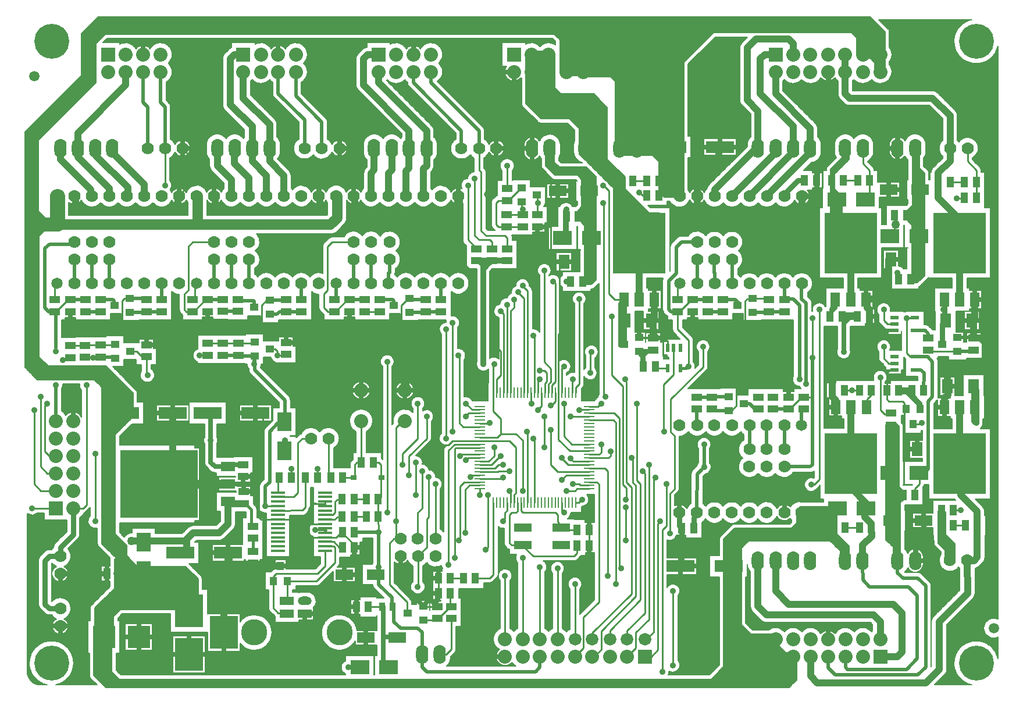
<source format=gbr>
%FSLAX23Y23*%
%MOIN*%
G04 EasyPC Gerber Version 13.0.2 Build 2807 *
%ADD91O,0.07000X0.11000*%
%ADD125R,0.00984X0.05906*%
%ADD133R,0.02000X0.05000*%
%ADD131R,0.03543X0.04819*%
%ADD130R,0.04000X0.04800*%
%ADD115R,0.04000X0.06000*%
%ADD121R,0.05500X0.08000*%
%ADD129R,0.06300X0.08000*%
%ADD119R,0.07874X0.10630*%
%ADD90R,0.16000X0.19000*%
%ADD122R,0.30000X0.35000*%
%ADD95R,0.08000X0.08000*%
%ADD88R,0.13000X0.13000*%
%ADD82C,0.00500*%
%ADD99C,0.01000*%
%ADD79C,0.01500*%
%ADD97C,0.02000*%
%ADD81C,0.02500*%
%ADD80C,0.03000*%
%ADD98C,0.03500*%
%ADD100C,0.04000*%
%ADD12C,0.04500*%
%ADD11C,0.05000*%
%ADD101C,0.05500*%
%ADD113C,0.05906*%
%ADD23C,0.06000*%
%ADD86C,0.06500*%
%ADD85C,0.07000*%
%ADD96C,0.07200*%
%ADD89C,0.08000*%
%ADD94O,0.08000X0.05000*%
%ADD124R,0.05906X0.00984*%
%ADD116R,0.08000X0.01500*%
%ADD132R,0.05000X0.02000*%
%ADD127R,0.03543X0.02756*%
%ADD126R,0.04800X0.04000*%
%ADD120R,0.06000X0.04000*%
%ADD92R,0.08000X0.05000*%
%ADD114R,0.10000X0.05000*%
%ADD118R,0.08000X0.05500*%
%ADD123R,0.10000X0.06000*%
%ADD117R,0.16000X0.07000*%
%ADD128R,0.10630X0.07874*%
%ADD112R,0.40000X0.39000*%
%ADD93C,0.15000*%
%ADD84C,0.20000*%
X0Y0D02*
D02*
D11*
X15837Y16948D03*
X16065Y17586D03*
X16390Y17274D02*
X16052D01*
X16040Y17286*
X16015Y17274*
X17403Y18061D02*
Y17811D01*
Y18061D03*
X17710Y18924D02*
Y18542D01*
X17790Y18461*
Y18061*
D03*
X18828Y18149D03*
X19052D03*
X19267Y16541D03*
X19302Y17949D03*
Y18149D03*
X19602Y17949D03*
X19852D03*
X20128D03*
X20215Y18761D03*
X20515Y17949D03*
D02*
D12*
X17878Y18936D03*
D02*
D23*
X15686Y16456D02*
Y16529D01*
X15778Y16621*
Y16751*
X15783Y16756*
X15764Y16762*
X15776*
Y16883*
X15714Y16945*
Y17674*
X15765*
X15798Y17681*
X15764Y16762D02*
X15927D01*
X15928Y16761*
X15906Y16777*
X16210Y18924D02*
X16214D01*
X16215Y18924*
Y18761*
X15428*
X15403Y18786*
Y18924*
X15409*
X16210Y18924D02*
X16214D01*
X16215Y18924*
Y18761*
X16977*
X17015Y18799*
Y18924*
X17010Y18924*
D02*
D79*
X16478Y17162D02*
X16491D01*
X16523Y17129*
Y17035*
X16526Y17033*
X16532Y17032*
Y16889D02*
Y16956D01*
X16530Y16958*
X16532Y16964*
D02*
D80*
X15394Y16561D02*
X15365D01*
X15340Y16586*
Y16836*
X15365Y16861*
X15394*
X15428Y16895D02*
Y16911D01*
X15503Y16986*
Y17097*
X15461Y16761D02*
X15690D01*
X15696Y16762*
X18991Y17023D02*
Y16812D01*
X18977Y16799*
X18983Y16804*
X18991Y17023D02*
X18991D01*
X18977Y17036*
X18977Y17077*
X19059Y17023D02*
Y17082D01*
X19694Y19015D02*
X19657D01*
X19594Y18953*
X19763Y19015D02*
Y18956D01*
X19733Y18926*
X19711*
X19828Y19597D02*
Y19136D01*
X19765Y19074*
X19763Y19015*
X20227Y19233D02*
Y19349D01*
X20177Y19399*
X19890*
X19828Y19461*
Y19597*
X20375Y17066D02*
Y16996D01*
X20328Y16949*
Y16870*
X20484Y18074D02*
Y18192D01*
X20490Y18199*
X20503Y18211*
X20495Y18331D02*
Y18219D01*
X20503Y18211*
D02*
D81*
X15405Y16461D02*
X15370D01*
X15428Y16439D02*
Y16404D01*
Y16739D02*
Y16704D01*
X15450Y16461D02*
X15485D01*
X15450Y16761D02*
X15485D01*
X15485Y18254D02*
Y18219D01*
X15503Y17664D02*
Y17699D01*
X15509Y18901D02*
Y18866D01*
X15688Y16762D02*
X15653D01*
X15696Y16744D02*
Y16709D01*
Y16779D02*
Y16814D01*
X15825Y16399D02*
X15790D01*
X15878Y16346D02*
Y16311D01*
Y16451D02*
Y16486D01*
X15903Y19764D02*
Y19799D01*
X15922Y18081D02*
Y18116D01*
X15930Y16399D02*
X15965D01*
X15939Y18073D02*
X15974D01*
X16005Y17681D02*
X15970D01*
X16072Y17659D02*
Y17624D01*
Y17704D02*
Y17739D01*
X16098Y16299D02*
X16063D01*
X16109Y18901D02*
Y18866D01*
Y18946D02*
Y18981D01*
X16128Y19176D02*
Y19141D01*
Y19221D02*
Y19256D01*
X16150Y19199D02*
X16185D01*
X16165Y16381D02*
Y16416D01*
X16233Y16299D02*
X16267D01*
X16273Y18255D02*
Y18220D01*
X16310Y18902D02*
Y18867D01*
Y18947D02*
Y18982D01*
X16324Y16881D02*
X16289D01*
X16362Y17274D02*
X16327D01*
X16365Y16341D02*
Y16306D01*
Y16506D02*
Y16541D01*
X16390Y17374D02*
X16315D01*
X16290Y17399*
Y17661*
X16278Y17674*
X16273Y17681*
X16391Y16858D02*
Y16823D01*
Y16903D02*
Y16938D01*
X16417Y17274D02*
X16452D01*
X16477Y17309D02*
Y17274D01*
Y17386D02*
X16402D01*
X16390Y17374*
X16390*
X16478Y17238D02*
Y17273D01*
X16480Y17681D02*
X16445D01*
X16494Y17317D02*
X16529D01*
X16496Y17231D02*
X16531D01*
X16514Y16820D02*
X16479D01*
X16532Y16813D02*
Y16778D01*
X16547Y17659D02*
Y17624D01*
Y17704D02*
Y17739D01*
X16549Y16820D02*
X16584D01*
X16677Y19764D02*
Y19799D01*
X16683Y16805D02*
X16648D01*
X16698D02*
X16733D01*
X16722Y18093D02*
Y18128D01*
X16739Y18086D02*
X16774D01*
X16828Y16520D02*
Y16485D01*
X16855Y16533D02*
X16890D01*
X16910Y18902D02*
Y18867D01*
Y18947D02*
Y18982D01*
X17028Y19176D02*
Y19141D01*
Y19221D02*
Y19256D01*
X17050Y19199D02*
X17085D01*
X17055Y16739D02*
Y16704D01*
Y16774D02*
Y16809D01*
X17085Y18255D02*
Y18220D01*
X17093Y16756D02*
X17128D01*
X17110Y18902D02*
Y18867D01*
Y18947D02*
Y18982D01*
X17114Y16894D02*
Y16859D01*
X17118Y16571D02*
X17083D01*
X17122Y16912D02*
X17157D01*
X17125Y17811D02*
X17090D01*
X17126Y16553D02*
Y16518D01*
Y16588D02*
Y16623D01*
X17153Y17784D02*
Y17749D01*
Y17839D02*
Y17874D01*
X17180Y16376D02*
Y16341D01*
Y16411D02*
Y16446D01*
Y17811D02*
X17215D01*
X17310Y16226D02*
X17280D01*
X17278Y16224*
Y16399*
X17365*
X17360Y16394*
X17340Y16399*
X17278*
Y16571*
X17273*
X17375Y17811D02*
X17340D01*
X17378Y16839D02*
Y16804D01*
X17403Y17784D02*
Y17749D01*
Y17839D02*
Y17874D01*
X17430Y17811D02*
X17465D01*
X17453Y19764D02*
Y19799D01*
X17497Y16587D02*
X17465Y16619D01*
X17519Y16587D02*
X17551Y16619D01*
X17578Y16584D02*
X17547Y16616D01*
X17587Y16734D02*
X17552D01*
X17588Y16649D02*
X17553D01*
X17595Y16751D02*
Y16786D01*
X17710Y18902D02*
Y18867D01*
Y18947D02*
Y18982D01*
X17927Y19176D02*
Y19141D01*
Y19221D02*
Y19256D01*
X17950Y16286D02*
X17915D01*
X17950Y19199D02*
X17985D01*
X18000Y19636D02*
X17965D01*
X18028Y19609D02*
Y19574D01*
X18111Y19197D02*
X18076D01*
X18133Y19155D02*
Y19120D01*
Y19240D02*
Y19275D01*
X18163Y18742D02*
Y18707D01*
X18181Y18749D02*
X18216D01*
X18280Y18936D02*
Y18901D01*
Y18971D02*
Y19006D01*
X18296Y18549D02*
X18261D01*
X18317Y18954D02*
X18352D01*
X18334Y18549D02*
X18369D01*
X18459Y17030D02*
Y17065D01*
X18459Y16906D02*
Y16871D01*
X18745Y18121D02*
Y18156D01*
X18796Y18211D02*
X18761D01*
X18833Y18359D02*
Y18394D01*
X18834Y18211D02*
X18869D01*
X18844Y18111D02*
X18879D01*
X18977Y17134D02*
Y17169D01*
X18983Y16781D02*
Y16746D01*
Y16826D02*
Y16861D01*
X18991Y17006D02*
Y16971D01*
X19050Y16804D02*
X19085D01*
X19053Y18254D02*
Y18219D01*
X19078Y18901D02*
Y18866D01*
Y18946D02*
Y18981D01*
X19142Y19206D02*
X19107D01*
X19210Y19184D02*
Y19149D01*
Y19229D02*
Y19264D01*
X19277Y19206D02*
X19312D01*
X19578Y17134D02*
Y17169D01*
X19602Y17781D02*
Y17816D01*
X19678Y18901D02*
Y18866D01*
X19700Y18924D02*
X19735D01*
X19763Y18998D02*
Y18963D01*
Y19033D02*
Y19068D01*
X19828Y19609D02*
Y19574D01*
X19828Y16411D02*
Y16446D01*
X19853Y17829D02*
Y17864D01*
X19858Y17716D02*
X19823D01*
X19873Y17689D02*
Y17654D01*
X20045Y18359D02*
Y18394D01*
X20060Y18331D02*
X20095D01*
X20065Y18219D02*
Y18184D01*
X20072Y18236D02*
X20107D01*
X20175Y18944D02*
Y18909D01*
Y18979D02*
Y19014D01*
X20205Y19199D02*
X20170D01*
X20209Y18561D02*
X20244D01*
X20213Y18961D02*
X20248D01*
X20227Y19156D02*
Y19121D01*
Y19241D02*
Y19276D01*
X20321Y17474D02*
X20286D01*
X20328Y16879D02*
Y16914D01*
X20337Y17066D02*
X20302D01*
X20340Y17501D02*
Y17536D01*
X20350Y16836D02*
X20385D01*
X20375Y17049D02*
Y17014D01*
Y17084D02*
Y17119D01*
X20481Y17716D02*
X20446D01*
X20496Y17688D02*
Y17653D01*
X20513Y17863D02*
Y17898D01*
X20532Y17836D02*
X20567D01*
X20634Y18211D02*
X20599D01*
X20670Y18359D02*
Y18394D01*
X20672Y18211D02*
X20707D01*
X20682Y18111D02*
X20717D01*
X20685Y18331D02*
X20720D01*
D02*
D82*
X15240Y17105D02*
Y16199D01*
X15241Y16184*
X15246Y16170*
X15253Y16157*
X15262Y16146*
X15273Y16136*
X15286Y16129*
X15300Y16125*
X15315Y16124*
X15352*
X15334Y16129*
X15316Y16137*
X15300Y16148*
X15285Y16161*
X15273Y16176*
X15263Y16192*
X15256Y16210*
X15251Y16229*
X15250Y16249*
X15252Y16269*
X15256Y16288*
X15264Y16307*
X15274Y16324*
X15287Y16339*
X15303Y16352*
X15320Y16362*
X15338Y16370*
X15358Y16375*
X15377Y16376*
X15397Y16375*
X15417Y16370*
X15435Y16362*
X15452Y16352*
X15468Y16339*
X15481Y16324*
X15491Y16307*
X15499Y16288*
X15503Y16269*
X15505Y16249*
X15504Y16229*
X15499Y16210*
X15492Y16192*
X15482Y16176*
X15470Y16161*
X15455Y16148*
X15439Y16137*
X15421Y16129*
X15403Y16124*
X15639*
X15603Y16159*
X15599Y16164*
X15597Y16170*
X15596Y16177*
Y16306*
X15585*
Y16491*
X15600*
Y16564*
X15601Y16570*
X15603Y16576*
X15607Y16581*
X15713Y16688*
Y16719*
X15663*
Y16804*
X15713*
Y16843*
X15714Y16850*
X15648Y16915*
X15644Y16921*
X15642Y16927*
X15641Y16933*
Y17022*
X15630Y17020*
X15618Y17021*
X15608Y17025*
X15599Y17031*
X15592Y17040*
X15587Y17051*
X15586Y17062*
X15588Y17073*
X15593Y17084*
X15600Y17092*
Y17140*
X15597Y17137*
X15577Y17117*
X15571Y17112*
X15565Y17110*
X15558Y17098*
X15550Y17088*
X15540Y17080*
Y16986*
X15539Y16977*
X15535Y16968*
X15529Y16960*
X15473Y16904*
X15481Y16893*
X15487Y16881*
X15490Y16868*
X15490Y16854*
X15487Y16841*
X15481Y16829*
X15473Y16818*
X15462Y16809*
X15450Y16803*
X15459Y16796*
X15467Y16788*
X15472Y16778*
X15475Y16767*
X15475Y16755*
X15472Y16744*
X15466Y16734*
X15459Y16726*
X15449Y16719*
X15439Y16715*
X15428Y16714*
X15416Y16715*
X15406Y16719*
X15396Y16726*
X15389Y16734*
X15383Y16744*
X15380Y16755*
X15380Y16767*
X15383Y16778*
X15388Y16788*
X15396Y16796*
X15405Y16803*
X15395Y16808*
X15386Y16814*
X15379Y16822*
X15378Y16821*
Y16602*
X15379Y16600*
X15389Y16610*
X15401Y16618*
X15414Y16622*
X15428Y16624*
X15441Y16622*
X15453Y16618*
X15465Y16611*
X15475Y16602*
X15482Y16591*
X15487Y16579*
X15490Y16566*
X15489Y16553*
X15486Y16540*
X15480Y16528*
X15472Y16518*
X15462Y16509*
X15450Y16503*
X15459Y16496*
X15467Y16488*
X15472Y16478*
X15475Y16467*
X15475Y16455*
X15472Y16444*
X15466Y16434*
X15459Y16426*
X15449Y16419*
X15439Y16415*
X15428Y16414*
X15416Y16415*
X15406Y16419*
X15396Y16426*
X15389Y16434*
X15383Y16444*
X15380Y16455*
X15380Y16467*
X15383Y16478*
X15388Y16488*
X15396Y16496*
X15405Y16503*
X15394Y16508*
X15385Y16515*
X15378Y16524*
X15365*
X15355Y16525*
X15346Y16529*
X15338Y16535*
X15313Y16560*
X15308Y16567*
X15304Y16577*
X15303Y16586*
Y16836*
X15304Y16846*
X15308Y16855*
X15313Y16863*
X15338Y16888*
X15346Y16894*
X15355Y16897*
X15365Y16899*
X15378*
X15383Y16905*
X15390Y16911*
X15391Y16921*
X15395Y16930*
X15401Y16938*
X15465Y17002*
Y17069*
X15335*
Y17109*
X15294*
X15286Y17102*
X15277Y17098*
X15268Y17096*
X15258Y17097*
X15248Y17100*
X15240Y17105*
X15309Y16124D02*
X15351D01*
X15404D02*
X15638D01*
X15293Y16127D02*
X15340D01*
X15415D02*
X15635D01*
X15285Y16130D02*
X15331D01*
X15424D02*
X15632D01*
X15279Y16133D02*
X15324D01*
X15431D02*
X15629D01*
X15274Y16136D02*
X15318D01*
X15437D02*
X15626D01*
X15270Y16139D02*
X15313D01*
X15442D02*
X15623D01*
X15266Y16142D02*
X15308D01*
X15447D02*
X15620D01*
X15263Y16145D02*
X15303D01*
X15452D02*
X15617D01*
X15260Y16148D02*
X15299D01*
X15456D02*
X15614D01*
X15257Y16151D02*
X15296D01*
X15459D02*
X15611D01*
X15255Y16154D02*
X15292D01*
X15463D02*
X15608D01*
X15253Y16157D02*
X15289D01*
X15466D02*
X15605D01*
X15251Y16160D02*
X15286D01*
X15469D02*
X15603D01*
X15249Y16163D02*
X15283D01*
X15472D02*
X15600D01*
X15248Y16166D02*
X15280D01*
X15475D02*
X15599D01*
X15246Y16169D02*
X15278D01*
X15477D02*
X15597D01*
X15245Y16172D02*
X15276D01*
X15479D02*
X15597D01*
X15244Y16175D02*
X15273D01*
X15482D02*
X15596D01*
X15243Y16178D02*
X15271D01*
X15484D02*
X15596D01*
X15242Y16181D02*
X15269D01*
X15486D02*
X15596D01*
X15241Y16184D02*
X15268D01*
X15487D02*
X15596D01*
X15241Y16187D02*
X15266D01*
X15489D02*
X15596D01*
X15241Y16190D02*
X15264D01*
X15491D02*
X15596D01*
X15240Y16193D02*
X15263D01*
X15492D02*
X15596D01*
X15240Y16196D02*
X15261D01*
X15494D02*
X15596D01*
X15240Y16199D02*
X15260D01*
X15495D02*
X15596D01*
X15240Y16202D02*
X15259D01*
X15496D02*
X15596D01*
X15240Y16205D02*
X15258D01*
X15497D02*
X15596D01*
X15240Y16208D02*
X15257D01*
X15498D02*
X15596D01*
X15240Y16211D02*
X15256D01*
X15499D02*
X15596D01*
X15240Y16214D02*
X15255D01*
X15500D02*
X15596D01*
X15240Y16217D02*
X15254D01*
X15501D02*
X15596D01*
X15240Y16220D02*
X15253D01*
X15502D02*
X15596D01*
X15240Y16223D02*
X15253D01*
X15502D02*
X15596D01*
X15240Y16226D02*
X15252D01*
X15503D02*
X15596D01*
X15240Y16229D02*
X15252D01*
X15503D02*
X15596D01*
X15240Y16232D02*
X15251D01*
X15504D02*
X15596D01*
X15240Y16235D02*
X15251D01*
X15504D02*
X15596D01*
X15240Y16238D02*
X15250D01*
X15505D02*
X15596D01*
X15240Y16241D02*
X15250D01*
X15505D02*
X15596D01*
X15240Y16244D02*
X15250D01*
X15505D02*
X15596D01*
X15240Y16247D02*
X15250D01*
X15505D02*
X15596D01*
X15240Y16250D02*
X15250D01*
X15505D02*
X15596D01*
X15240Y16253D02*
X15250D01*
X15505D02*
X15596D01*
X15240Y16256D02*
X15250D01*
X15505D02*
X15596D01*
X15240Y16259D02*
X15250D01*
X15505D02*
X15596D01*
X15240Y16262D02*
X15251D01*
X15504D02*
X15596D01*
X15240Y16265D02*
X15251D01*
X15504D02*
X15596D01*
X15240Y16268D02*
X15251D01*
X15504D02*
X15596D01*
X15240Y16271D02*
X15252D01*
X15503D02*
X15596D01*
X15240Y16274D02*
X15253D01*
X15502D02*
X15596D01*
X15240Y16277D02*
X15253D01*
X15502D02*
X15596D01*
X15240Y16280D02*
X15254D01*
X15501D02*
X15596D01*
X15240Y16283D02*
X15255D01*
X15500D02*
X15596D01*
X15240Y16286D02*
X15256D01*
X15499D02*
X15596D01*
X15240Y16289D02*
X15257D01*
X15498D02*
X15596D01*
X15240Y16292D02*
X15258D01*
X15497D02*
X15596D01*
X15240Y16295D02*
X15259D01*
X15496D02*
X15596D01*
X15240Y16298D02*
X15260D01*
X15495D02*
X15596D01*
X15240Y16301D02*
X15261D01*
X15494D02*
X15596D01*
X15240Y16304D02*
X15263D01*
X15492D02*
X15596D01*
X15240Y16307D02*
X15264D01*
X15491D02*
X15585D01*
X15240Y16310D02*
X15266D01*
X15489D02*
X15585D01*
X15240Y16313D02*
X15267D01*
X15488D02*
X15585D01*
X15240Y16316D02*
X15269D01*
X15486D02*
X15585D01*
X15240Y16319D02*
X15271D01*
X15484D02*
X15585D01*
X15240Y16322D02*
X15273D01*
X15482D02*
X15585D01*
X15240Y16325D02*
X15275D01*
X15480D02*
X15585D01*
X15240Y16328D02*
X15278D01*
X15477D02*
X15585D01*
X15240Y16331D02*
X15280D01*
X15475D02*
X15585D01*
X15240Y16334D02*
X15283D01*
X15472D02*
X15585D01*
X15240Y16337D02*
X15286D01*
X15469D02*
X15585D01*
X15240Y16340D02*
X15288D01*
X15467D02*
X15585D01*
X15240Y16343D02*
X15292D01*
X15463D02*
X15585D01*
X15240Y16346D02*
X15295D01*
X15460D02*
X15585D01*
X15240Y16349D02*
X15299D01*
X15456D02*
X15585D01*
X15240Y16352D02*
X15303D01*
X15452D02*
X15585D01*
X15240Y16355D02*
X15307D01*
X15448D02*
X15585D01*
X15240Y16358D02*
X15312D01*
X15443D02*
X15585D01*
X15240Y16361D02*
X15317D01*
X15438D02*
X15585D01*
X15240Y16364D02*
X15323D01*
X15432D02*
X15585D01*
X15240Y16367D02*
X15330D01*
X15425D02*
X15585D01*
X15240Y16370D02*
X15338D01*
X15417D02*
X15585D01*
X15240Y16373D02*
X15349D01*
X15406D02*
X15585D01*
X15240Y16376D02*
X15370D01*
X15385D02*
X15585D01*
X15240Y16379D02*
X15585D01*
X15240Y16382D02*
X15585D01*
X15240Y16385D02*
X15585D01*
X15240Y16388D02*
X15585D01*
X15240Y16391D02*
X15585D01*
X15240Y16394D02*
X15585D01*
X15240Y16397D02*
X15585D01*
X15240Y16400D02*
X15585D01*
X15240Y16403D02*
X15585D01*
X15240Y16406D02*
X15585D01*
X15240Y16409D02*
X15585D01*
X15240Y16412D02*
X15585D01*
X15240Y16415D02*
X15417D01*
X15438D02*
X15585D01*
X15240Y16418D02*
X15408D01*
X15447D02*
X15585D01*
X15240Y16421D02*
X15402D01*
X15453D02*
X15585D01*
X15240Y16424D02*
X15398D01*
X15457D02*
X15585D01*
X15240Y16427D02*
X15395D01*
X15460D02*
X15585D01*
X15240Y16430D02*
X15392D01*
X15463D02*
X15585D01*
X15240Y16433D02*
X15389D01*
X15466D02*
X15585D01*
X15240Y16436D02*
X15387D01*
X15468D02*
X15585D01*
X15240Y16439D02*
X15386D01*
X15469D02*
X15585D01*
X15240Y16442D02*
X15384D01*
X15471D02*
X15585D01*
X15240Y16445D02*
X15383D01*
X15472D02*
X15585D01*
X15240Y16448D02*
X15382D01*
X15473D02*
X15585D01*
X15240Y16451D02*
X15381D01*
X15474D02*
X15585D01*
X15240Y16454D02*
X15381D01*
X15474D02*
X15585D01*
X15240Y16457D02*
X15380D01*
X15475D02*
X15585D01*
X15240Y16460D02*
X15380D01*
X15475D02*
X15585D01*
X15240Y16463D02*
X15380D01*
X15475D02*
X15585D01*
X15240Y16466D02*
X15380D01*
X15475D02*
X15585D01*
X15240Y16469D02*
X15381D01*
X15474D02*
X15585D01*
X15240Y16472D02*
X15381D01*
X15474D02*
X15585D01*
X15240Y16475D02*
X15382D01*
X15473D02*
X15585D01*
X15240Y16478D02*
X15383D01*
X15472D02*
X15585D01*
X15240Y16481D02*
X15384D01*
X15471D02*
X15585D01*
X15240Y16484D02*
X15386D01*
X15469D02*
X15585D01*
X15240Y16487D02*
X15388D01*
X15467D02*
X15585D01*
X15240Y16490D02*
X15390D01*
X15465D02*
X15585D01*
X15240Y16493D02*
X15392D01*
X15463D02*
X15600D01*
X15240Y16496D02*
X15395D01*
X15460D02*
X15600D01*
X15240Y16499D02*
X15399D01*
X15456D02*
X15600D01*
X15240Y16502D02*
X15403D01*
X15452D02*
X15600D01*
X15240Y16505D02*
X15400D01*
X15455D02*
X15600D01*
X15240Y16508D02*
X15395D01*
X15460D02*
X15600D01*
X15240Y16511D02*
X15390D01*
X15465D02*
X15600D01*
X15240Y16514D02*
X15387D01*
X15468D02*
X15600D01*
X15240Y16517D02*
X15383D01*
X15472D02*
X15600D01*
X15240Y16520D02*
X15381D01*
X15474D02*
X15600D01*
X15240Y16523D02*
X15378D01*
X15477D02*
X15600D01*
X15240Y16526D02*
X15352D01*
X15479D02*
X15600D01*
X15240Y16529D02*
X15346D01*
X15481D02*
X15600D01*
X15240Y16532D02*
X15341D01*
X15483D02*
X15600D01*
X15240Y16535D02*
X15338D01*
X15484D02*
X15600D01*
X15240Y16538D02*
X15335D01*
X15486D02*
X15600D01*
X15240Y16541D02*
X15332D01*
X15487D02*
X15600D01*
X15240Y16544D02*
X15329D01*
X15488D02*
X15600D01*
X15240Y16547D02*
X15326D01*
X15488D02*
X15600D01*
X15240Y16550D02*
X15323D01*
X15489D02*
X15600D01*
X15240Y16553D02*
X15320D01*
X15489D02*
X15600D01*
X15240Y16556D02*
X15317D01*
X15490D02*
X15600D01*
X15240Y16559D02*
X15314D01*
X15490D02*
X15600D01*
X15240Y16562D02*
X15311D01*
X15490D02*
X15600D01*
X15240Y16565D02*
X15309D01*
X15490D02*
X15600D01*
X15240Y16568D02*
X15307D01*
X15490D02*
X15600D01*
X15240Y16571D02*
X15306D01*
X15489D02*
X15601D01*
X15240Y16574D02*
X15305D01*
X15489D02*
X15602D01*
X15240Y16577D02*
X15304D01*
X15488D02*
X15604D01*
X15240Y16580D02*
X15303D01*
X15487D02*
X15606D01*
X15240Y16583D02*
X15303D01*
X15486D02*
X15609D01*
X15240Y16586D02*
X15303D01*
X15485D02*
X15612D01*
X15240Y16589D02*
X15303D01*
X15483D02*
X15615D01*
X15240Y16592D02*
X15303D01*
X15482D02*
X15618D01*
X15240Y16595D02*
X15303D01*
X15480D02*
X15621D01*
X15240Y16598D02*
X15303D01*
X15478D02*
X15624D01*
X15240Y16601D02*
X15303D01*
X15378D02*
X15379D01*
X15476D02*
X15627D01*
X15240Y16604D02*
X15303D01*
X15378D02*
X15382D01*
X15473D02*
X15630D01*
X15240Y16607D02*
X15303D01*
X15378D02*
X15385D01*
X15470D02*
X15633D01*
X15240Y16610D02*
X15303D01*
X15378D02*
X15388D01*
X15467D02*
X15636D01*
X15240Y16613D02*
X15303D01*
X15378D02*
X15392D01*
X15463D02*
X15639D01*
X15240Y16616D02*
X15303D01*
X15378D02*
X15397D01*
X15458D02*
X15642D01*
X15240Y16619D02*
X15303D01*
X15378D02*
X15404D01*
X15451D02*
X15645D01*
X15240Y16622D02*
X15303D01*
X15378D02*
X15413D01*
X15442D02*
X15648D01*
X15240Y16625D02*
X15303D01*
X15378D02*
X15651D01*
X15240Y16628D02*
X15303D01*
X15378D02*
X15654D01*
X15240Y16631D02*
X15303D01*
X15378D02*
X15657D01*
X15240Y16634D02*
X15303D01*
X15378D02*
X15660D01*
X15240Y16637D02*
X15303D01*
X15378D02*
X15663D01*
X15240Y16640D02*
X15303D01*
X15378D02*
X15666D01*
X15240Y16643D02*
X15303D01*
X15378D02*
X15669D01*
X15240Y16646D02*
X15303D01*
X15378D02*
X15672D01*
X15240Y16649D02*
X15303D01*
X15378D02*
X15675D01*
X15240Y16652D02*
X15303D01*
X15378D02*
X15678D01*
X15240Y16655D02*
X15303D01*
X15378D02*
X15681D01*
X15240Y16658D02*
X15303D01*
X15378D02*
X15684D01*
X15240Y16661D02*
X15303D01*
X15378D02*
X15687D01*
X15240Y16664D02*
X15303D01*
X15378D02*
X15690D01*
X15240Y16667D02*
X15303D01*
X15378D02*
X15693D01*
X15240Y16670D02*
X15303D01*
X15378D02*
X15696D01*
X15240Y16673D02*
X15303D01*
X15378D02*
X15699D01*
X15240Y16676D02*
X15303D01*
X15378D02*
X15702D01*
X15240Y16679D02*
X15303D01*
X15378D02*
X15705D01*
X15240Y16682D02*
X15303D01*
X15378D02*
X15708D01*
X15240Y16685D02*
X15303D01*
X15378D02*
X15711D01*
X15240Y16688D02*
X15303D01*
X15378D02*
X15713D01*
X15240Y16691D02*
X15303D01*
X15378D02*
X15713D01*
X15240Y16694D02*
X15303D01*
X15378D02*
X15713D01*
X15240Y16697D02*
X15303D01*
X15378D02*
X15713D01*
X15240Y16700D02*
X15303D01*
X15378D02*
X15713D01*
X15240Y16703D02*
X15303D01*
X15378D02*
X15713D01*
X15240Y16706D02*
X15303D01*
X15378D02*
X15713D01*
X15240Y16709D02*
X15303D01*
X15378D02*
X15713D01*
X15240Y16712D02*
X15303D01*
X15378D02*
X15713D01*
X15240Y16715D02*
X15303D01*
X15378D02*
X15417D01*
X15438D02*
X15713D01*
X15240Y16718D02*
X15303D01*
X15378D02*
X15408D01*
X15447D02*
X15713D01*
X15240Y16721D02*
X15303D01*
X15378D02*
X15402D01*
X15453D02*
X15663D01*
X15240Y16724D02*
X15303D01*
X15378D02*
X15398D01*
X15457D02*
X15663D01*
X15240Y16727D02*
X15303D01*
X15378D02*
X15395D01*
X15460D02*
X15663D01*
X15240Y16730D02*
X15303D01*
X15378D02*
X15392D01*
X15463D02*
X15663D01*
X15240Y16733D02*
X15303D01*
X15378D02*
X15389D01*
X15466D02*
X15663D01*
X15240Y16736D02*
X15303D01*
X15378D02*
X15387D01*
X15468D02*
X15663D01*
X15240Y16739D02*
X15303D01*
X15378D02*
X15386D01*
X15469D02*
X15663D01*
X15240Y16742D02*
X15303D01*
X15378D02*
X15384D01*
X15471D02*
X15663D01*
X15240Y16745D02*
X15303D01*
X15378D02*
X15383D01*
X15472D02*
X15663D01*
X15240Y16748D02*
X15303D01*
X15378D02*
X15382D01*
X15473D02*
X15663D01*
X15240Y16751D02*
X15303D01*
X15378D02*
X15381D01*
X15474D02*
X15663D01*
X15240Y16754D02*
X15303D01*
X15378D02*
X15381D01*
X15474D02*
X15663D01*
X15240Y16757D02*
X15303D01*
X15378D02*
X15380D01*
X15475D02*
X15663D01*
X15240Y16760D02*
X15303D01*
X15378D02*
X15380D01*
X15475D02*
X15663D01*
X15240Y16763D02*
X15303D01*
X15378D02*
X15380D01*
X15475D02*
X15663D01*
X15240Y16766D02*
X15303D01*
X15378D02*
X15380D01*
X15475D02*
X15663D01*
X15240Y16769D02*
X15303D01*
X15378D02*
X15381D01*
X15474D02*
X15663D01*
X15240Y16772D02*
X15303D01*
X15378D02*
X15381D01*
X15474D02*
X15663D01*
X15240Y16775D02*
X15303D01*
X15378D02*
X15382D01*
X15473D02*
X15663D01*
X15240Y16778D02*
X15303D01*
X15378D02*
X15383D01*
X15472D02*
X15663D01*
X15240Y16781D02*
X15303D01*
X15378D02*
X15384D01*
X15471D02*
X15663D01*
X15240Y16784D02*
X15303D01*
X15378D02*
X15386D01*
X15469D02*
X15663D01*
X15240Y16787D02*
X15303D01*
X15378D02*
X15388D01*
X15467D02*
X15663D01*
X15240Y16790D02*
X15303D01*
X15378D02*
X15390D01*
X15465D02*
X15663D01*
X15240Y16793D02*
X15303D01*
X15378D02*
X15392D01*
X15463D02*
X15663D01*
X15240Y16796D02*
X15303D01*
X15378D02*
X15395D01*
X15460D02*
X15663D01*
X15240Y16799D02*
X15303D01*
X15378D02*
X15399D01*
X15456D02*
X15663D01*
X15240Y16802D02*
X15303D01*
X15378D02*
X15403D01*
X15452D02*
X15663D01*
X15240Y16805D02*
X15303D01*
X15378D02*
X15400D01*
X15455D02*
X15713D01*
X15240Y16808D02*
X15303D01*
X15378D02*
X15395D01*
X15460D02*
X15713D01*
X15240Y16811D02*
X15303D01*
X15378D02*
X15390D01*
X15465D02*
X15713D01*
X15240Y16814D02*
X15303D01*
X15378D02*
X15387D01*
X15468D02*
X15713D01*
X15240Y16817D02*
X15303D01*
X15378D02*
X15383D01*
X15472D02*
X15713D01*
X15240Y16820D02*
X15303D01*
X15378D02*
X15381D01*
X15474D02*
X15713D01*
X15240Y16823D02*
X15303D01*
X15477D02*
X15713D01*
X15240Y16826D02*
X15303D01*
X15479D02*
X15713D01*
X15240Y16829D02*
X15303D01*
X15481D02*
X15713D01*
X15240Y16832D02*
X15303D01*
X15483D02*
X15713D01*
X15240Y16835D02*
X15303D01*
X15484D02*
X15713D01*
X15240Y16838D02*
X15303D01*
X15486D02*
X15713D01*
X15240Y16841D02*
X15303D01*
X15487D02*
X15713D01*
X15240Y16844D02*
X15303D01*
X15488D02*
X15713D01*
X15240Y16847D02*
X15304D01*
X15488D02*
X15714D01*
X15240Y16850D02*
X15305D01*
X15489D02*
X15714D01*
X15240Y16853D02*
X15306D01*
X15489D02*
X15711D01*
X15240Y16856D02*
X15308D01*
X15490D02*
X15708D01*
X15240Y16859D02*
X15310D01*
X15490D02*
X15705D01*
X15240Y16862D02*
X15313D01*
X15490D02*
X15702D01*
X15240Y16865D02*
X15316D01*
X15490D02*
X15699D01*
X15240Y16868D02*
X15319D01*
X15490D02*
X15696D01*
X15240Y16871D02*
X15322D01*
X15489D02*
X15693D01*
X15240Y16874D02*
X15325D01*
X15489D02*
X15690D01*
X15240Y16877D02*
X15328D01*
X15488D02*
X15687D01*
X15240Y16880D02*
X15331D01*
X15487D02*
X15684D01*
X15240Y16883D02*
X15334D01*
X15486D02*
X15681D01*
X15240Y16886D02*
X15337D01*
X15485D02*
X15678D01*
X15240Y16889D02*
X15340D01*
X15483D02*
X15675D01*
X15240Y16892D02*
X15344D01*
X15482D02*
X15672D01*
X15240Y16895D02*
X15349D01*
X15480D02*
X15669D01*
X15240Y16898D02*
X15358D01*
X15478D02*
X15666D01*
X15240Y16901D02*
X15379D01*
X15476D02*
X15663D01*
X15240Y16904D02*
X15382D01*
X15473D02*
X15660D01*
X15240Y16907D02*
X15385D01*
X15476D02*
X15657D01*
X15240Y16910D02*
X15388D01*
X15479D02*
X15654D01*
X15240Y16913D02*
X15390D01*
X15482D02*
X15651D01*
X15240Y16916D02*
X15390D01*
X15485D02*
X15648D01*
X15240Y16919D02*
X15391D01*
X15488D02*
X15645D01*
X15240Y16922D02*
X15392D01*
X15491D02*
X15644D01*
X15240Y16925D02*
X15393D01*
X15494D02*
X15642D01*
X15240Y16928D02*
X15394D01*
X15497D02*
X15642D01*
X15240Y16931D02*
X15396D01*
X15500D02*
X15641D01*
X15240Y16934D02*
X15398D01*
X15503D02*
X15641D01*
X15240Y16937D02*
X15400D01*
X15506D02*
X15641D01*
X15240Y16940D02*
X15403D01*
X15509D02*
X15641D01*
X15240Y16943D02*
X15406D01*
X15512D02*
X15641D01*
X15240Y16946D02*
X15409D01*
X15515D02*
X15641D01*
X15240Y16949D02*
X15412D01*
X15518D02*
X15641D01*
X15240Y16952D02*
X15415D01*
X15521D02*
X15641D01*
X15240Y16955D02*
X15418D01*
X15524D02*
X15641D01*
X15240Y16958D02*
X15421D01*
X15527D02*
X15641D01*
X15240Y16961D02*
X15424D01*
X15530D02*
X15641D01*
X15240Y16964D02*
X15427D01*
X15533D02*
X15641D01*
X15240Y16967D02*
X15430D01*
X15535D02*
X15641D01*
X15240Y16970D02*
X15433D01*
X15536D02*
X15641D01*
X15240Y16973D02*
X15436D01*
X15538D02*
X15641D01*
X15240Y16976D02*
X15439D01*
X15539D02*
X15641D01*
X15240Y16979D02*
X15442D01*
X15539D02*
X15641D01*
X15240Y16982D02*
X15445D01*
X15540D02*
X15641D01*
X15240Y16985D02*
X15448D01*
X15540D02*
X15641D01*
X15240Y16988D02*
X15451D01*
X15540D02*
X15641D01*
X15240Y16991D02*
X15454D01*
X15540D02*
X15641D01*
X15240Y16994D02*
X15457D01*
X15540D02*
X15641D01*
X15240Y16997D02*
X15460D01*
X15540D02*
X15641D01*
X15240Y17000D02*
X15463D01*
X15540D02*
X15641D01*
X15240Y17003D02*
X15465D01*
X15540D02*
X15641D01*
X15240Y17006D02*
X15465D01*
X15540D02*
X15641D01*
X15240Y17009D02*
X15465D01*
X15540D02*
X15641D01*
X15240Y17012D02*
X15465D01*
X15540D02*
X15641D01*
X15240Y17015D02*
X15465D01*
X15540D02*
X15641D01*
X15240Y17018D02*
X15465D01*
X15540D02*
X15641D01*
X15240Y17021D02*
X15465D01*
X15540D02*
X15617D01*
X15638D02*
X15641D01*
X15240Y17024D02*
X15465D01*
X15540D02*
X15609D01*
X15240Y17027D02*
X15465D01*
X15540D02*
X15604D01*
X15240Y17030D02*
X15465D01*
X15540D02*
X15600D01*
X15240Y17033D02*
X15465D01*
X15540D02*
X15597D01*
X15240Y17036D02*
X15465D01*
X15540D02*
X15594D01*
X15240Y17039D02*
X15465D01*
X15540D02*
X15592D01*
X15240Y17042D02*
X15465D01*
X15540D02*
X15591D01*
X15240Y17045D02*
X15465D01*
X15540D02*
X15589D01*
X15240Y17048D02*
X15465D01*
X15540D02*
X15588D01*
X15240Y17051D02*
X15465D01*
X15540D02*
X15587D01*
X15240Y17054D02*
X15465D01*
X15540D02*
X15587D01*
X15240Y17057D02*
X15465D01*
X15540D02*
X15586D01*
X15240Y17060D02*
X15465D01*
X15540D02*
X15586D01*
X15240Y17063D02*
X15465D01*
X15540D02*
X15586D01*
X15240Y17066D02*
X15465D01*
X15540D02*
X15586D01*
X15240Y17069D02*
X15335D01*
X15540D02*
X15587D01*
X15240Y17072D02*
X15335D01*
X15540D02*
X15587D01*
X15240Y17075D02*
X15335D01*
X15540D02*
X15588D01*
X15240Y17078D02*
X15335D01*
X15540D02*
X15589D01*
X15240Y17081D02*
X15335D01*
X15541D02*
X15591D01*
X15240Y17084D02*
X15335D01*
X15545D02*
X15593D01*
X15240Y17087D02*
X15335D01*
X15549D02*
X15595D01*
X15240Y17090D02*
X15335D01*
X15552D02*
X15597D01*
X15240Y17093D02*
X15335D01*
X15554D02*
X15600D01*
X15240Y17096D02*
X15335D01*
X15557D02*
X15600D01*
X15240Y17099D02*
X15250D01*
X15280D02*
X15335D01*
X15559D02*
X15600D01*
X15240Y17102D02*
X15244D01*
X15286D02*
X15335D01*
X15561D02*
X15600D01*
X15290Y17105D02*
X15335D01*
X15562D02*
X15600D01*
X15293Y17108D02*
X15335D01*
X15564D02*
X15600D01*
X15568Y17111D02*
X15600D01*
X15574Y17114D02*
X15600D01*
X15577Y17117D02*
X15600D01*
X15580Y17120D02*
X15600D01*
X15583Y17123D02*
X15600D01*
X15586Y17126D02*
X15600D01*
X15589Y17129D02*
X15600D01*
X15592Y17132D02*
X15600D01*
X15595Y17135D02*
X15600D01*
X15598Y17138D02*
X15600D01*
X15435Y17695D02*
X15445Y17688D01*
X15454Y17679*
X15461Y17669*
X15470Y17677*
X15480Y17684*
X15491Y17687*
X15503Y17689*
X15514Y17687*
X15526Y17683*
X15536Y17677*
X15544Y17669*
X15550Y17659*
Y17812*
X15544Y17820*
X15540Y17829*
X15538Y17838*
X15538Y17848*
X15442*
X15442Y17837*
X15440Y17827*
X15435Y17818*
Y17695*
X15550Y17659D02*
X15550D01*
X15548Y17662D02*
X15550D01*
X15546Y17665D02*
X15550D01*
X15544Y17668D02*
X15550D01*
X15460Y17671D02*
X15464D01*
X15541D02*
X15550D01*
X15458Y17674D02*
X15466D01*
X15539D02*
X15550D01*
X15456Y17677D02*
X15470D01*
X15535D02*
X15550D01*
X15454Y17680D02*
X15474D01*
X15531D02*
X15550D01*
X15451Y17683D02*
X15479D01*
X15526D02*
X15550D01*
X15448Y17686D02*
X15487D01*
X15518D02*
X15550D01*
X15444Y17689D02*
X15550D01*
X15440Y17692D02*
X15550D01*
X15435Y17695D02*
X15550D01*
X15435Y17698D02*
X15550D01*
X15435Y17701D02*
X15550D01*
X15435Y17704D02*
X15550D01*
X15435Y17707D02*
X15550D01*
X15435Y17710D02*
X15550D01*
X15435Y17713D02*
X15550D01*
X15435Y17716D02*
X15550D01*
X15435Y17719D02*
X15550D01*
X15435Y17722D02*
X15550D01*
X15435Y17725D02*
X15550D01*
X15435Y17728D02*
X15550D01*
X15435Y17731D02*
X15550D01*
X15435Y17734D02*
X15550D01*
X15435Y17737D02*
X15550D01*
X15435Y17740D02*
X15550D01*
X15435Y17743D02*
X15550D01*
X15435Y17746D02*
X15550D01*
X15435Y17749D02*
X15550D01*
X15435Y17752D02*
X15550D01*
X15435Y17755D02*
X15550D01*
X15435Y17758D02*
X15550D01*
X15435Y17761D02*
X15550D01*
X15435Y17764D02*
X15550D01*
X15435Y17767D02*
X15550D01*
X15435Y17770D02*
X15550D01*
X15435Y17773D02*
X15550D01*
X15435Y17776D02*
X15550D01*
X15435Y17779D02*
X15550D01*
X15435Y17782D02*
X15550D01*
X15435Y17785D02*
X15550D01*
X15435Y17788D02*
X15550D01*
X15435Y17791D02*
X15550D01*
X15435Y17794D02*
X15550D01*
X15435Y17797D02*
X15550D01*
X15435Y17800D02*
X15550D01*
X15435Y17803D02*
X15550D01*
X15435Y17806D02*
X15550D01*
X15435Y17809D02*
X15550D01*
X15435Y17812D02*
X15550D01*
X15435Y17815D02*
X15547D01*
X15435Y17818D02*
X15545D01*
X15437Y17821D02*
X15543D01*
X15439Y17824D02*
X15541D01*
X15440Y17827D02*
X15540D01*
X15441Y17830D02*
X15539D01*
X15442Y17833D02*
X15538D01*
X15442Y17836D02*
X15538D01*
X15442Y17839D02*
X15538D01*
X15442Y17842D02*
X15538D01*
X15442Y17845D02*
X15538D01*
X15437Y18116D02*
X15512D01*
Y18117*
X15601*
Y18118*
X15691*
Y18124*
X15794*
Y18084*
X15879*
Y18106*
X15964*
Y18052*
X15979*
Y17957*
X15949*
Y17934*
X15958Y17927*
X15964Y17919*
X15968Y17909*
X15969Y17899*
X15968Y17888*
X15964Y17878*
X15957Y17869*
X15948Y17863*
X15938Y17859*
X15928Y17857*
X15917Y17859*
X15907Y17863*
X15898Y17869*
X15891Y17878*
X15887Y17888*
X15886Y17899*
X15887Y17908*
X15890Y17916*
X15894Y17924*
Y17957*
X15864*
Y17989*
X15794*
Y17949*
X15728*
X15863Y17813*
X15867Y17808*
X15870Y17802*
X15871Y17795*
Y17744*
X15905*
Y17619*
X15839*
X15768Y17548*
Y17497*
X16201*
Y17481*
X16227*
Y17066*
X16201*
Y17052*
X15768*
Y16997*
X15795Y16970*
X15801Y16979*
X15809Y16986*
X15818Y16992*
X15828Y16995*
X15839Y16996*
Y17022*
X15972*
Y16991*
X16127*
X16160Y17024*
X16169Y17031*
X16179Y17035*
X16190Y17037*
X16322*
X16347Y17062*
Y17119*
X16322*
Y17229*
X16436*
Y17234*
X16337*
Y17314*
X16434*
Y17319*
X16322*
Y17339*
X16315*
X16306Y17340*
X16298Y17343*
X16290Y17349*
X16265Y17374*
X16260Y17381*
X16256Y17390*
X16255Y17399*
Y17504*
X16251Y17514*
X16250Y17524*
X16251Y17534*
X16255Y17543*
Y17619*
X16165*
Y17744*
X16380*
Y17619*
X16325*
Y17543*
X16329Y17534*
X16330Y17524*
X16329Y17514*
X16325Y17504*
Y17429*
X16419*
Y17433*
X16534*
Y17338*
X16519*
Y17284*
X16442*
Y17263*
X16521*
Y17209*
X16536*
Y17161*
X16546Y17151*
X16551Y17145*
X16554Y17137*
X16555Y17129*
Y17080*
X16589*
Y16841*
X16574*
Y16788*
X16489*
Y16841*
X16484*
Y16833*
X16299*
Y16928*
X16474*
Y17080*
X16492*
Y17114*
X16432*
Y17044*
X16431Y17033*
X16427Y17023*
X16420Y17014*
X16370Y16964*
X16361Y16957*
X16351Y16953*
X16340Y16952*
X16208*
X16199Y16943*
X16224*
Y16818*
X16166*
X16235Y16749*
X16239Y16743*
X16242Y16737*
X16243Y16731*
Y16671*
X16273*
Y16531*
X16458*
Y16485*
X16469Y16497*
X16482Y16508*
X16497Y16517*
X16513Y16523*
X16530Y16526*
X16547Y16526*
X16564Y16523*
X16580Y16518*
X16595Y16510*
X16609Y16500*
X16620Y16487*
X16630Y16473*
X16637Y16457*
X16641Y16441*
X16642Y16424*
X16641Y16407*
X16637Y16390*
X16630Y16374*
X16620Y16360*
X16609Y16348*
X16595Y16337*
X16580Y16329*
X16564Y16324*
X16547Y16321*
X16530Y16322*
X16513Y16325*
X16497Y16331*
X16482Y16339*
X16469Y16350*
X16458Y16363*
Y16316*
X16273*
Y16426*
X16058*
Y16531*
X15784*
X15758Y16506*
Y16491*
X15770*
Y16306*
X15748*
Y16208*
X15776Y16181*
X17064*
Y16186*
X17055Y16191*
X17047Y16198*
X17041Y16208*
X17038Y16218*
Y16229*
X17041Y16240*
X17047Y16249*
X17055Y16257*
X17064Y16262*
Y16293*
X17226*
Y16181*
X17229*
Y16293*
X17243*
Y16351*
X17118*
Y16375*
X17108Y16361*
X17097Y16348*
X17083Y16338*
X17068Y16330*
X17052Y16324*
X17036Y16322*
X17019Y16322*
X17002Y16324*
X16986Y16330*
X16971Y16338*
X16958Y16348*
X16947Y16361*
X16937Y16375*
X16931Y16391*
X16926Y16407*
X16925Y16424*
X16926Y16441*
X16931Y16457*
X16938Y16473*
X16947Y16487*
X16959Y16500*
X16973Y16510*
X16988Y16518*
X17004Y16524*
X17021Y16526*
X17038Y16526*
X17055Y16522*
X17071Y16516*
X17086Y16508*
X17099Y16497*
X17111Y16484*
X17119Y16469*
X17126Y16453*
X17129Y16436*
X17243*
Y16520*
X17242*
Y16513*
X17147*
Y16528*
X17093*
Y16613*
X17147*
Y16628*
X17242*
Y16623*
X17282*
X17230Y16676*
X17224Y16683*
X17221Y16690*
X17220Y16699*
X17158*
Y16814*
X17215*
X17218Y16820*
Y16965*
X17162*
Y16942*
X17147*
Y16869*
X17093*
Y16854*
X17030*
Y16824*
X17029Y16817*
X17026Y16810*
X17022Y16804*
X17016Y16799*
X17118*
Y16714*
X16993*
Y16775*
X16916Y16699*
X16911Y16694*
X16904Y16692*
X16897Y16691*
X16778*
Y16667*
X16758*
Y16656*
X16795*
Y16653*
X16804Y16655*
X16813Y16656*
X16843*
X16855Y16655*
X16866Y16650*
X16876Y16644*
X16885Y16635*
X16891Y16624*
X16894Y16612*
X16895Y16600*
X16893Y16588*
X16888Y16577*
X16880Y16567*
Y16495*
X16795*
Y16480*
X16660*
Y16515*
X16658Y16517*
X16631Y16544*
X16626Y16550*
X16623Y16557*
X16623Y16564*
Y16667*
X16602*
Y16770*
X16635*
X16646Y16781*
X16651Y16785*
X16658Y16788*
Y16842*
X16723*
Y16789*
X16891*
X16920Y16818*
Y16857*
X16880*
Y16973*
X16870Y16977*
X16862Y16983*
X16855Y16991*
X16851Y17001*
X16850Y17011*
X16851Y17022*
X16855Y17031*
X16862Y17040*
X16870Y17046*
X16880Y17050*
Y17158*
X16895*
Y17165*
X16880*
Y17254*
X16862*
Y17142*
X16861Y17134*
X16858Y17127*
X16854Y17121*
X16836Y17103*
X16830Y17099*
X16823Y17096*
X16815Y17095*
X16744*
Y16857*
X16609*
Y17108*
X16598Y17107*
X16588Y17110*
X16578Y17115*
X16570Y17123*
X16564Y17133*
X16561Y17143*
X16561Y17154*
X16564Y17165*
X16570Y17175*
Y17261*
X16571Y17270*
X16574Y17278*
X16580Y17284*
X16595Y17300*
Y17574*
X16596Y17582*
X16599Y17590*
X16605Y17597*
X16646Y17638*
Y17712*
X16683*
Y17743*
X16519Y17906*
X16514Y17913*
X16511Y17921*
X16510Y17929*
Y17935*
X16504Y17943*
X16501Y17952*
X16500Y17961*
Y17961*
X16491*
Y17964*
X16391*
Y17966*
X16331*
Y17964*
X16216*
Y17973*
X16206Y17977*
X16199Y17984*
X16193Y17992*
X16189Y18001*
X16188Y18011*
X16189Y18021*
X16193Y18031*
X16199Y18039*
X16206Y18045*
X16216Y18049*
Y18128*
X16303*
Y18129*
X16418*
Y18128*
X16491*
Y18136*
X16594*
Y18096*
X16679*
Y18118*
X16764*
Y18064*
X16779*
Y17969*
X16664*
Y17972*
X16654Y17976*
X16645Y17982*
X16638Y17991*
X16634Y18001*
X16594*
Y17961*
X16580*
Y17961*
X16579Y17951*
X16575Y17942*
X16738Y17779*
X16743Y17773*
X16746Y17765*
X16748Y17756*
Y17712*
X16779*
Y17551*
X16745*
X16748Y17547*
X16779*
Y17540*
X16796Y17556*
X16802Y17560*
X16809Y17563*
X16815Y17574*
X16824Y17583*
X16834Y17591*
X16846Y17596*
X16859Y17598*
X16872Y17598*
X16884Y17596*
X16896Y17591*
X16906Y17583*
X16915Y17574*
X16924Y17583*
X16934Y17591*
X16946Y17596*
X16959Y17598*
X16972Y17598*
X16985Y17596*
X16997Y17590*
X17007Y17582*
X17016Y17573*
X17022Y17562*
X17026Y17549*
X17028Y17536*
X17026Y17523*
X17022Y17510*
X17015Y17499*
X17006Y17489*
X16995Y17481*
Y17368*
X17088*
Y17386*
X17088Y17393*
X17091Y17400*
X17096Y17406*
X17106Y17416*
Y17456*
X17123*
Y17575*
X17112Y17583*
X17101Y17592*
X17093Y17604*
X17088Y17617*
X17085Y17630*
X17085Y17644*
X17089Y17658*
X17094Y17671*
X17103Y17682*
X17113Y17691*
X17125Y17698*
X17139Y17702*
X17153Y17704*
X17166Y17702*
X17180Y17698*
X17192Y17691*
X17202Y17682*
X17211Y17671*
X17216Y17658*
X17220Y17644*
X17220Y17630*
X17217Y17617*
X17212Y17604*
X17204Y17592*
X17194Y17583*
X17182Y17575*
Y17456*
X17269*
Y17420*
X17273Y17418*
X17275Y17415*
Y17947*
X17268Y17956*
X17264Y17966*
X17263Y17976*
X17264Y17987*
X17268Y17996*
X17274Y18005*
X17283Y18011*
X17292Y18015*
X17302Y18016*
X17313Y18015*
X17323Y18011*
X17331Y18005*
X17337Y17996*
X17341Y17987*
X17343Y17976*
X17341Y17966*
X17337Y17956*
X17330Y17947*
Y17615*
X17333Y17618*
X17337Y17622*
X17335Y17636*
X17337Y17650*
X17341Y17664*
X17348Y17677*
X17358Y17687*
X17370Y17695*
X17383Y17701*
X17397Y17704*
X17412Y17703*
X17426Y17700*
X17439Y17693*
X17450Y17684*
Y17707*
X17443Y17716*
X17439Y17726*
X17438Y17736*
X17439Y17747*
X17443Y17756*
X17449Y17765*
X17458Y17771*
X17467Y17775*
X17477Y17776*
X17488Y17775*
X17498Y17771*
X17506Y17765*
X17512Y17756*
X17516Y17747*
X17517Y17736*
X17516Y17726*
X17512Y17716*
X17505Y17707*
Y17694*
X17515Y17699*
X17525Y17701*
X17536Y17700*
X17546Y17697*
X17555Y17690*
X17562Y17682*
X17566Y17672*
X17567Y17661*
X17566Y17651*
X17562Y17641*
X17555Y17632*
Y17536*
X17554Y17529*
X17551Y17522*
X17547Y17517*
X17467Y17437*
X17477Y17435*
X17486Y17431*
X17493Y17425*
X17499Y17417*
X17503Y17408*
X17505Y17399*
X17504Y17389*
X17515Y17387*
X17524Y17382*
X17532Y17375*
X17538Y17366*
X17542Y17356*
X17552Y17354*
X17561Y17350*
X17569Y17344*
X17575Y17336*
X17579Y17326*
X17580Y17316*
X17580Y17314*
X17590Y17312*
X17599Y17308*
X17607Y17301*
X17613Y17293*
X17616Y17284*
X17617Y17274*
X17616Y17264*
X17613Y17254*
X17607Y17246*
Y17017*
X17616Y17010*
X17625Y17002*
Y17468*
X17626Y17475*
X17629Y17482*
X17633Y17487*
X17642Y17496*
X17631Y17497*
X17621Y17501*
X17612Y17507*
X17606Y17516*
X17601Y17526*
X17600Y17536*
X17601Y17547*
X17606Y17557*
X17613Y17565*
Y18132*
X17606Y18140*
X17602Y18150*
X17600Y18160*
X17601Y18170*
X17604Y18180*
X17610Y18188*
X17618Y18195*
X17627Y18199*
X17638Y18201*
X17639Y18208*
X17641Y18215*
X17479*
Y18212*
X17376*
Y18252*
X17317*
Y18215*
X17230*
Y18215*
X17115*
Y18230*
X17055*
Y18215*
X16940*
Y18245*
X16919Y18266*
X16915Y18272*
X16912Y18279*
X16911Y18286*
Y18362*
X16899Y18363*
X16888Y18366*
X16877Y18371*
X16868Y18378*
Y18215*
X16682*
X16679Y18214*
Y18199*
X16576*
Y18239*
X16503*
Y18216*
X16388*
Y18217*
X16302*
Y18230*
X16243*
Y18215*
X16128*
Y18245*
X16119Y18253*
X16115Y18259*
X16112Y18266*
X16111Y18274*
Y18361*
X16099Y18362*
X16087Y18365*
X16077Y18370*
X16067Y18377*
Y18214*
X15879*
Y18211*
X15776*
Y18251*
X15716*
Y18215*
X15630*
Y18214*
X15515*
Y18229*
X15455*
Y18214*
X15437*
Y18116*
X15955Y16476D02*
Y16321D01*
X15800*
Y16476*
X15955*
X15980Y17729D02*
X16165D01*
Y17634*
X15980*
Y17729*
X16073Y16191D02*
Y16406D01*
X16258*
Y16191*
X16073*
X16455Y17729D02*
X16640D01*
Y17634*
X16455*
Y17729*
X17153Y17864D02*
X17165Y17862D01*
X17177Y17858*
X17187Y17851*
X17196Y17841*
X17202Y17830*
X17205Y17818*
Y17805*
X17202Y17793*
X17196Y17781*
X17187Y17772*
X17177Y17765*
X17165Y17760*
X17153Y17759*
X17140Y17760*
X17128Y17765*
X17118Y17772*
X17109Y17781*
X17103Y17793*
X17100Y17805*
Y17818*
X17103Y17830*
X17109Y17841*
X17118Y17851*
X17128Y17858*
X17140Y17862*
X17153Y17864*
X17403D02*
X17415Y17862D01*
X17427Y17858*
X17437Y17851*
X17446Y17841*
X17452Y17830*
X17455Y17818*
Y17805*
X17452Y17793*
X17446Y17781*
X17437Y17772*
X17427Y17765*
X17415Y17760*
X17403Y17759*
X17390Y17760*
X17378Y17765*
X17368Y17772*
X17359Y17781*
X17353Y17793*
X17350Y17805*
Y17818*
X17353Y17830*
X17359Y17841*
X17368Y17851*
X17378Y17858*
X17390Y17862*
X17403Y17864*
X15776Y16181D02*
X17064D01*
X17226D02*
X17229D01*
X15773Y16184D02*
X17064D01*
X17226D02*
X17229D01*
X15770Y16187D02*
X17062D01*
X17226D02*
X17229D01*
X15767Y16190D02*
X17057D01*
X17226D02*
X17229D01*
X15764Y16193D02*
X16073D01*
X16258D02*
X17052D01*
X17226D02*
X17229D01*
X15761Y16196D02*
X16073D01*
X16258D02*
X17049D01*
X17226D02*
X17229D01*
X15758Y16199D02*
X16073D01*
X16258D02*
X17046D01*
X17226D02*
X17229D01*
X15755Y16202D02*
X16073D01*
X16258D02*
X17044D01*
X17226D02*
X17229D01*
X15752Y16205D02*
X16073D01*
X16258D02*
X17042D01*
X17226D02*
X17229D01*
X15749Y16208D02*
X16073D01*
X16258D02*
X17041D01*
X17226D02*
X17229D01*
X15748Y16211D02*
X16073D01*
X16258D02*
X17040D01*
X17226D02*
X17229D01*
X15748Y16214D02*
X16073D01*
X16258D02*
X17039D01*
X17226D02*
X17229D01*
X15748Y16217D02*
X16073D01*
X16258D02*
X17038D01*
X17226D02*
X17229D01*
X15748Y16220D02*
X16073D01*
X16258D02*
X17038D01*
X17226D02*
X17229D01*
X15748Y16223D02*
X16073D01*
X16258D02*
X17038D01*
X17226D02*
X17229D01*
X15748Y16226D02*
X16073D01*
X16258D02*
X17038D01*
X17226D02*
X17229D01*
X15748Y16229D02*
X16073D01*
X16258D02*
X17038D01*
X17226D02*
X17229D01*
X15748Y16232D02*
X16073D01*
X16258D02*
X17038D01*
X17226D02*
X17229D01*
X15748Y16235D02*
X16073D01*
X16258D02*
X17039D01*
X17226D02*
X17229D01*
X15748Y16238D02*
X16073D01*
X16258D02*
X17040D01*
X17226D02*
X17229D01*
X15748Y16241D02*
X16073D01*
X16258D02*
X17041D01*
X17226D02*
X17229D01*
X15748Y16244D02*
X16073D01*
X16258D02*
X17043D01*
X17226D02*
X17229D01*
X15748Y16247D02*
X16073D01*
X16258D02*
X17045D01*
X17226D02*
X17229D01*
X15748Y16250D02*
X16073D01*
X16258D02*
X17047D01*
X17226D02*
X17229D01*
X15748Y16253D02*
X16073D01*
X16258D02*
X17050D01*
X17226D02*
X17229D01*
X15748Y16256D02*
X16073D01*
X16258D02*
X17053D01*
X17226D02*
X17229D01*
X15748Y16259D02*
X16073D01*
X16258D02*
X17058D01*
X17226D02*
X17229D01*
X15748Y16262D02*
X16073D01*
X16258D02*
X17064D01*
X17226D02*
X17229D01*
X15748Y16265D02*
X16073D01*
X16258D02*
X17064D01*
X17226D02*
X17229D01*
X15748Y16268D02*
X16073D01*
X16258D02*
X17064D01*
X17226D02*
X17229D01*
X15748Y16271D02*
X16073D01*
X16258D02*
X17064D01*
X17226D02*
X17229D01*
X15748Y16274D02*
X16073D01*
X16258D02*
X17064D01*
X17226D02*
X17229D01*
X15748Y16277D02*
X16073D01*
X16258D02*
X17064D01*
X17226D02*
X17229D01*
X15748Y16280D02*
X16073D01*
X16258D02*
X17064D01*
X17226D02*
X17229D01*
X15748Y16283D02*
X16073D01*
X16258D02*
X17064D01*
X17226D02*
X17229D01*
X15748Y16286D02*
X16073D01*
X16258D02*
X17064D01*
X17226D02*
X17229D01*
X15748Y16289D02*
X16073D01*
X16258D02*
X17064D01*
X17226D02*
X17229D01*
X15748Y16292D02*
X16073D01*
X16258D02*
X17064D01*
X17226D02*
X17229D01*
X15748Y16295D02*
X16073D01*
X16258D02*
X17243D01*
X15748Y16298D02*
X16073D01*
X16258D02*
X17243D01*
X15748Y16301D02*
X16073D01*
X16258D02*
X17243D01*
X15748Y16304D02*
X16073D01*
X16258D02*
X17243D01*
X15770Y16307D02*
X16073D01*
X16258D02*
X17243D01*
X15770Y16310D02*
X16073D01*
X16258D02*
X17243D01*
X15770Y16313D02*
X16073D01*
X16258D02*
X17243D01*
X15770Y16316D02*
X16073D01*
X16258D02*
X17243D01*
X15770Y16319D02*
X16073D01*
X16258D02*
X16273D01*
X16458D02*
X17243D01*
X15770Y16322D02*
X15800D01*
X15955D02*
X16073D01*
X16258D02*
X16273D01*
X16458D02*
X16531D01*
X16549D02*
X17018D01*
X17037D02*
X17243D01*
X15770Y16325D02*
X15800D01*
X15955D02*
X16073D01*
X16258D02*
X16273D01*
X16458D02*
X16514D01*
X16566D02*
X17001D01*
X17054D02*
X17243D01*
X15770Y16328D02*
X15800D01*
X15955D02*
X16073D01*
X16258D02*
X16273D01*
X16458D02*
X16504D01*
X16576D02*
X16992D01*
X17063D02*
X17243D01*
X15770Y16331D02*
X15800D01*
X15955D02*
X16073D01*
X16258D02*
X16273D01*
X16458D02*
X16497D01*
X16583D02*
X16985D01*
X17070D02*
X17243D01*
X15770Y16334D02*
X15800D01*
X15955D02*
X16073D01*
X16258D02*
X16273D01*
X16458D02*
X16491D01*
X16589D02*
X16979D01*
X17076D02*
X17243D01*
X15770Y16337D02*
X15800D01*
X15955D02*
X16073D01*
X16258D02*
X16273D01*
X16458D02*
X16486D01*
X16594D02*
X16973D01*
X17082D02*
X17243D01*
X15770Y16340D02*
X15800D01*
X15955D02*
X16073D01*
X16258D02*
X16273D01*
X16458D02*
X16481D01*
X16599D02*
X16969D01*
X17086D02*
X17243D01*
X15770Y16343D02*
X15800D01*
X15955D02*
X16073D01*
X16258D02*
X16273D01*
X16458D02*
X16477D01*
X16603D02*
X16965D01*
X17090D02*
X17243D01*
X15770Y16346D02*
X15800D01*
X15955D02*
X16073D01*
X16258D02*
X16273D01*
X16458D02*
X16474D01*
X16606D02*
X16961D01*
X17094D02*
X17243D01*
X15770Y16349D02*
X15800D01*
X15955D02*
X16073D01*
X16258D02*
X16273D01*
X16458D02*
X16470D01*
X16610D02*
X16958D01*
X17097D02*
X17243D01*
X15770Y16352D02*
X15800D01*
X15955D02*
X16073D01*
X16258D02*
X16273D01*
X16458D02*
X16467D01*
X16613D02*
X16955D01*
X17100D02*
X17118D01*
X15770Y16355D02*
X15800D01*
X15955D02*
X16073D01*
X16258D02*
X16273D01*
X16458D02*
X16464D01*
X16616D02*
X16952D01*
X17103D02*
X17118D01*
X15770Y16358D02*
X15800D01*
X15955D02*
X16073D01*
X16258D02*
X16273D01*
X16458D02*
X16462D01*
X16618D02*
X16949D01*
X17106D02*
X17118D01*
X15770Y16361D02*
X15800D01*
X15955D02*
X16073D01*
X16258D02*
X16273D01*
X16458D02*
X16459D01*
X16621D02*
X16947D01*
X17108D02*
X17118D01*
X15770Y16364D02*
X15800D01*
X15955D02*
X16073D01*
X16258D02*
X16273D01*
X16623D02*
X16944D01*
X17111D02*
X17118D01*
X15770Y16367D02*
X15800D01*
X15955D02*
X16073D01*
X16258D02*
X16273D01*
X16625D02*
X16942D01*
X17113D02*
X17118D01*
X15770Y16370D02*
X15800D01*
X15955D02*
X16073D01*
X16258D02*
X16273D01*
X16627D02*
X16940D01*
X17115D02*
X17118D01*
X15770Y16373D02*
X15800D01*
X15955D02*
X16073D01*
X16258D02*
X16273D01*
X16629D02*
X16939D01*
X17116D02*
X17118D01*
X15770Y16376D02*
X15800D01*
X15955D02*
X16073D01*
X16258D02*
X16273D01*
X16631D02*
X16937D01*
X15770Y16379D02*
X15800D01*
X15955D02*
X16073D01*
X16258D02*
X16273D01*
X16632D02*
X16935D01*
X15770Y16382D02*
X15800D01*
X15955D02*
X16073D01*
X16258D02*
X16273D01*
X16633D02*
X16934D01*
X15770Y16385D02*
X15800D01*
X15955D02*
X16073D01*
X16258D02*
X16273D01*
X16635D02*
X16933D01*
X15770Y16388D02*
X15800D01*
X15955D02*
X16073D01*
X16258D02*
X16273D01*
X16636D02*
X16932D01*
X15770Y16391D02*
X15800D01*
X15955D02*
X16073D01*
X16258D02*
X16273D01*
X16637D02*
X16930D01*
X15770Y16394D02*
X15800D01*
X15955D02*
X16073D01*
X16258D02*
X16273D01*
X16638D02*
X16930D01*
X15770Y16397D02*
X15800D01*
X15955D02*
X16073D01*
X16258D02*
X16273D01*
X16639D02*
X16929D01*
X15770Y16400D02*
X15800D01*
X15955D02*
X16073D01*
X16258D02*
X16273D01*
X16640D02*
X16928D01*
X15770Y16403D02*
X15800D01*
X15955D02*
X16073D01*
X16258D02*
X16273D01*
X16640D02*
X16927D01*
X15770Y16406D02*
X15800D01*
X15955D02*
X16073D01*
X16258D02*
X16273D01*
X16641D02*
X16927D01*
X15770Y16409D02*
X15800D01*
X15955D02*
X16273D01*
X16641D02*
X16926D01*
X15770Y16412D02*
X15800D01*
X15955D02*
X16273D01*
X16642D02*
X16926D01*
X15770Y16415D02*
X15800D01*
X15955D02*
X16273D01*
X16642D02*
X16925D01*
X15770Y16418D02*
X15800D01*
X15955D02*
X16273D01*
X16642D02*
X16925D01*
X15770Y16421D02*
X15800D01*
X15955D02*
X16273D01*
X16642D02*
X16925D01*
X15770Y16424D02*
X15800D01*
X15955D02*
X16273D01*
X16642D02*
X16925D01*
X15770Y16427D02*
X15800D01*
X15955D02*
X16058D01*
X16642D02*
X16925D01*
X15770Y16430D02*
X15800D01*
X15955D02*
X16058D01*
X16642D02*
X16925D01*
X15770Y16433D02*
X15800D01*
X15955D02*
X16058D01*
X16642D02*
X16925D01*
X15770Y16436D02*
X15800D01*
X15955D02*
X16058D01*
X16642D02*
X16926D01*
X15770Y16439D02*
X15800D01*
X15955D02*
X16058D01*
X16641D02*
X16926D01*
X17129D02*
X17243D01*
X15770Y16442D02*
X15800D01*
X15955D02*
X16058D01*
X16641D02*
X16927D01*
X17128D02*
X17243D01*
X15770Y16445D02*
X15800D01*
X15955D02*
X16058D01*
X16640D02*
X16927D01*
X17128D02*
X17243D01*
X15770Y16448D02*
X15800D01*
X15955D02*
X16058D01*
X16640D02*
X16928D01*
X17127D02*
X17243D01*
X15770Y16451D02*
X15800D01*
X15955D02*
X16058D01*
X16639D02*
X16929D01*
X17126D02*
X17243D01*
X15770Y16454D02*
X15800D01*
X15955D02*
X16058D01*
X16638D02*
X16929D01*
X17126D02*
X17243D01*
X15770Y16457D02*
X15800D01*
X15955D02*
X16058D01*
X16637D02*
X16930D01*
X17125D02*
X17243D01*
X15770Y16460D02*
X15800D01*
X15955D02*
X16058D01*
X16636D02*
X16932D01*
X17124D02*
X17243D01*
X15770Y16463D02*
X15800D01*
X15955D02*
X16058D01*
X16635D02*
X16933D01*
X17122D02*
X17243D01*
X15770Y16466D02*
X15800D01*
X15955D02*
X16058D01*
X16634D02*
X16934D01*
X17121D02*
X17243D01*
X15770Y16469D02*
X15800D01*
X15955D02*
X16058D01*
X16632D02*
X16935D01*
X17120D02*
X17243D01*
X15770Y16472D02*
X15800D01*
X15955D02*
X16058D01*
X16631D02*
X16937D01*
X17118D02*
X17243D01*
X15770Y16475D02*
X15800D01*
X15955D02*
X16058D01*
X16629D02*
X16939D01*
X17116D02*
X17243D01*
X15770Y16478D02*
X16058D01*
X16627D02*
X16940D01*
X17115D02*
X17243D01*
X15770Y16481D02*
X16058D01*
X16625D02*
X16660D01*
X16795D02*
X16942D01*
X17113D02*
X17243D01*
X15770Y16484D02*
X16058D01*
X16623D02*
X16660D01*
X16795D02*
X16944D01*
X17111D02*
X17243D01*
X15770Y16487D02*
X16058D01*
X16458D02*
X16459D01*
X16621D02*
X16660D01*
X16795D02*
X16947D01*
X17108D02*
X17243D01*
X15770Y16490D02*
X16058D01*
X16458D02*
X16462D01*
X16618D02*
X16660D01*
X16795D02*
X16949D01*
X17106D02*
X17243D01*
X15758Y16493D02*
X16058D01*
X16458D02*
X16464D01*
X16616D02*
X16660D01*
X16795D02*
X16952D01*
X17103D02*
X17243D01*
X15758Y16496D02*
X16058D01*
X16458D02*
X16467D01*
X16613D02*
X16660D01*
X16880D02*
X16954D01*
X17101D02*
X17243D01*
X15758Y16499D02*
X16058D01*
X16458D02*
X16470D01*
X16610D02*
X16660D01*
X16880D02*
X16958D01*
X17097D02*
X17243D01*
X15758Y16502D02*
X16058D01*
X16458D02*
X16473D01*
X16607D02*
X16660D01*
X16880D02*
X16961D01*
X17094D02*
X17243D01*
X15758Y16505D02*
X16058D01*
X16458D02*
X16477D01*
X16603D02*
X16660D01*
X16880D02*
X16965D01*
X17090D02*
X17243D01*
X15760Y16508D02*
X16058D01*
X16458D02*
X16481D01*
X16599D02*
X16660D01*
X16880D02*
X16969D01*
X17086D02*
X17243D01*
X15763Y16511D02*
X16058D01*
X16458D02*
X16486D01*
X16594D02*
X16660D01*
X16880D02*
X16973D01*
X17082D02*
X17243D01*
X15766Y16514D02*
X16058D01*
X16458D02*
X16491D01*
X16589D02*
X16660D01*
X16880D02*
X16978D01*
X17077D02*
X17147D01*
X17242D02*
X17243D01*
X15769Y16517D02*
X16058D01*
X16458D02*
X16497D01*
X16583D02*
X16658D01*
X16880D02*
X16984D01*
X17071D02*
X17147D01*
X17242D02*
X17243D01*
X15772Y16520D02*
X16058D01*
X16458D02*
X16504D01*
X16576D02*
X16655D01*
X16880D02*
X16991D01*
X17064D02*
X17147D01*
X15775Y16523D02*
X16058D01*
X16458D02*
X16513D01*
X16567D02*
X16652D01*
X16880D02*
X17001D01*
X17054D02*
X17147D01*
X15778Y16526D02*
X16058D01*
X16458D02*
X16529D01*
X16551D02*
X16649D01*
X16880D02*
X17017D01*
X17038D02*
X17147D01*
X15781Y16529D02*
X16058D01*
X16458D02*
X16646D01*
X16880D02*
X17093D01*
X16273Y16532D02*
X16643D01*
X16880D02*
X17093D01*
X16273Y16535D02*
X16640D01*
X16880D02*
X17093D01*
X16273Y16538D02*
X16637D01*
X16880D02*
X17093D01*
X16273Y16541D02*
X16634D01*
X16880D02*
X17093D01*
X16273Y16544D02*
X16631D01*
X16880D02*
X17093D01*
X16273Y16547D02*
X16628D01*
X16880D02*
X17093D01*
X16273Y16550D02*
X16626D01*
X16880D02*
X17093D01*
X16273Y16553D02*
X16625D01*
X16880D02*
X17093D01*
X16273Y16556D02*
X16624D01*
X16880D02*
X17093D01*
X16273Y16559D02*
X16623D01*
X16880D02*
X17093D01*
X16273Y16562D02*
X16623D01*
X16880D02*
X17093D01*
X16273Y16565D02*
X16623D01*
X16880D02*
X17093D01*
X16273Y16568D02*
X16623D01*
X16881D02*
X17093D01*
X16273Y16571D02*
X16623D01*
X16883D02*
X17093D01*
X16273Y16574D02*
X16623D01*
X16886D02*
X17093D01*
X16273Y16577D02*
X16623D01*
X16888D02*
X17093D01*
X16273Y16580D02*
X16623D01*
X16889D02*
X17093D01*
X16273Y16583D02*
X16623D01*
X16891D02*
X17093D01*
X16273Y16586D02*
X16623D01*
X16892D02*
X17093D01*
X16273Y16589D02*
X16623D01*
X16893D02*
X17093D01*
X16273Y16592D02*
X16623D01*
X16894D02*
X17093D01*
X16273Y16595D02*
X16623D01*
X16894D02*
X17093D01*
X16273Y16598D02*
X16623D01*
X16895D02*
X17093D01*
X16273Y16601D02*
X16623D01*
X16895D02*
X17093D01*
X16273Y16604D02*
X16623D01*
X16895D02*
X17093D01*
X16273Y16607D02*
X16623D01*
X16895D02*
X17093D01*
X16273Y16610D02*
X16623D01*
X16895D02*
X17093D01*
X16273Y16613D02*
X16623D01*
X16894D02*
X17093D01*
X16273Y16616D02*
X16623D01*
X16894D02*
X17147D01*
X16273Y16619D02*
X16623D01*
X16893D02*
X17147D01*
X16273Y16622D02*
X16623D01*
X16892D02*
X17147D01*
X16273Y16625D02*
X16623D01*
X16891D02*
X17147D01*
X17242D02*
X17281D01*
X16273Y16628D02*
X16623D01*
X16889D02*
X17147D01*
X17242D02*
X17278D01*
X16273Y16631D02*
X16623D01*
X16887D02*
X17275D01*
X16273Y16634D02*
X16623D01*
X16886D02*
X17272D01*
X16273Y16637D02*
X16623D01*
X16883D02*
X17269D01*
X16273Y16640D02*
X16623D01*
X16881D02*
X17266D01*
X16273Y16643D02*
X16623D01*
X16878D02*
X17263D01*
X16273Y16646D02*
X16623D01*
X16874D02*
X17260D01*
X16273Y16649D02*
X16623D01*
X16869D02*
X17257D01*
X16273Y16652D02*
X16623D01*
X16864D02*
X17254D01*
X16273Y16655D02*
X16623D01*
X16795D02*
X16801D01*
X16854D02*
X17251D01*
X16273Y16658D02*
X16623D01*
X16758D02*
X17248D01*
X16273Y16661D02*
X16623D01*
X16758D02*
X17245D01*
X16273Y16664D02*
X16623D01*
X16758D02*
X17242D01*
X16273Y16667D02*
X16623D01*
X16758D02*
X17239D01*
X16273Y16670D02*
X16602D01*
X16778D02*
X17236D01*
X16243Y16673D02*
X16602D01*
X16778D02*
X17233D01*
X16243Y16676D02*
X16602D01*
X16778D02*
X17230D01*
X16243Y16679D02*
X16602D01*
X16778D02*
X17227D01*
X16243Y16682D02*
X16602D01*
X16778D02*
X17225D01*
X16243Y16685D02*
X16602D01*
X16778D02*
X17223D01*
X16243Y16688D02*
X16602D01*
X16778D02*
X17222D01*
X16243Y16691D02*
X16602D01*
X16778D02*
X17221D01*
X16243Y16694D02*
X16602D01*
X16909D02*
X17220D01*
X16243Y16697D02*
X16602D01*
X16914D02*
X17220D01*
X16243Y16700D02*
X16602D01*
X16917D02*
X17158D01*
X16243Y16703D02*
X16602D01*
X16920D02*
X17158D01*
X16243Y16706D02*
X16602D01*
X16923D02*
X17158D01*
X16243Y16709D02*
X16602D01*
X16926D02*
X17158D01*
X16243Y16712D02*
X16602D01*
X16929D02*
X17158D01*
X16243Y16715D02*
X16602D01*
X16932D02*
X16993D01*
X17118D02*
X17158D01*
X16243Y16718D02*
X16602D01*
X16935D02*
X16993D01*
X17118D02*
X17158D01*
X16243Y16721D02*
X16602D01*
X16938D02*
X16993D01*
X17118D02*
X17158D01*
X16243Y16724D02*
X16602D01*
X16941D02*
X16993D01*
X17118D02*
X17158D01*
X16243Y16727D02*
X16602D01*
X16944D02*
X16993D01*
X17118D02*
X17158D01*
X16243Y16730D02*
X16602D01*
X16947D02*
X16993D01*
X17118D02*
X17158D01*
X16243Y16733D02*
X16602D01*
X16950D02*
X16993D01*
X17118D02*
X17158D01*
X16242Y16736D02*
X16602D01*
X16953D02*
X16993D01*
X17118D02*
X17158D01*
X16241Y16739D02*
X16602D01*
X16956D02*
X16993D01*
X17118D02*
X17158D01*
X16240Y16742D02*
X16602D01*
X16959D02*
X16993D01*
X17118D02*
X17158D01*
X16239Y16745D02*
X16602D01*
X16962D02*
X16993D01*
X17118D02*
X17158D01*
X16236Y16748D02*
X16602D01*
X16965D02*
X16993D01*
X17118D02*
X17158D01*
X16233Y16751D02*
X16602D01*
X16968D02*
X16993D01*
X17118D02*
X17158D01*
X16230Y16754D02*
X16602D01*
X16971D02*
X16993D01*
X17118D02*
X17158D01*
X16227Y16757D02*
X16602D01*
X16974D02*
X16993D01*
X17118D02*
X17158D01*
X16224Y16760D02*
X16602D01*
X16977D02*
X16993D01*
X17118D02*
X17158D01*
X16221Y16763D02*
X16602D01*
X16980D02*
X16993D01*
X17118D02*
X17158D01*
X16218Y16766D02*
X16602D01*
X16983D02*
X16993D01*
X17118D02*
X17158D01*
X16215Y16769D02*
X16602D01*
X16986D02*
X16993D01*
X17118D02*
X17158D01*
X16212Y16772D02*
X16637D01*
X16989D02*
X16993D01*
X17118D02*
X17158D01*
X16209Y16775D02*
X16640D01*
X16992D02*
X16993D01*
X17118D02*
X17158D01*
X16206Y16778D02*
X16643D01*
X17118D02*
X17158D01*
X16203Y16781D02*
X16646D01*
X17118D02*
X17158D01*
X16200Y16784D02*
X16649D01*
X17118D02*
X17158D01*
X16197Y16787D02*
X16655D01*
X17118D02*
X17158D01*
X16194Y16790D02*
X16489D01*
X16574D02*
X16658D01*
X16723D02*
X16892D01*
X17118D02*
X17158D01*
X16191Y16793D02*
X16489D01*
X16574D02*
X16658D01*
X16723D02*
X16895D01*
X17118D02*
X17158D01*
X16188Y16796D02*
X16489D01*
X16574D02*
X16658D01*
X16723D02*
X16898D01*
X17118D02*
X17158D01*
X16185Y16799D02*
X16489D01*
X16574D02*
X16658D01*
X16723D02*
X16901D01*
X17118D02*
X17158D01*
X16182Y16802D02*
X16489D01*
X16574D02*
X16658D01*
X16723D02*
X16904D01*
X17019D02*
X17158D01*
X16179Y16805D02*
X16489D01*
X16574D02*
X16658D01*
X16723D02*
X16907D01*
X17022D02*
X17158D01*
X16176Y16808D02*
X16489D01*
X16574D02*
X16658D01*
X16723D02*
X16910D01*
X17025D02*
X17158D01*
X16173Y16811D02*
X16489D01*
X16574D02*
X16658D01*
X16723D02*
X16913D01*
X17027D02*
X17158D01*
X16170Y16814D02*
X16489D01*
X16574D02*
X16658D01*
X16723D02*
X16916D01*
X17028D02*
X17158D01*
X16167Y16817D02*
X16489D01*
X16574D02*
X16658D01*
X16723D02*
X16919D01*
X17029D02*
X17217D01*
X16224Y16820D02*
X16489D01*
X16574D02*
X16658D01*
X16723D02*
X16920D01*
X17030D02*
X17218D01*
X16224Y16823D02*
X16489D01*
X16574D02*
X16658D01*
X16723D02*
X16920D01*
X17030D02*
X17218D01*
X16224Y16826D02*
X16489D01*
X16574D02*
X16658D01*
X16723D02*
X16920D01*
X17030D02*
X17218D01*
X16224Y16829D02*
X16489D01*
X16574D02*
X16658D01*
X16723D02*
X16920D01*
X17030D02*
X17218D01*
X16224Y16832D02*
X16489D01*
X16574D02*
X16658D01*
X16723D02*
X16920D01*
X17030D02*
X17218D01*
X16224Y16835D02*
X16299D01*
X16484D02*
X16489D01*
X16574D02*
X16658D01*
X16723D02*
X16920D01*
X17030D02*
X17218D01*
X16224Y16838D02*
X16299D01*
X16484D02*
X16489D01*
X16574D02*
X16658D01*
X16723D02*
X16920D01*
X17030D02*
X17218D01*
X16224Y16841D02*
X16299D01*
X16484D02*
X16489D01*
X16574D02*
X16658D01*
X16723D02*
X16920D01*
X17030D02*
X17218D01*
X16224Y16844D02*
X16299D01*
X16589D02*
X16920D01*
X17030D02*
X17218D01*
X16224Y16847D02*
X16299D01*
X16589D02*
X16920D01*
X17030D02*
X17218D01*
X16224Y16850D02*
X16299D01*
X16589D02*
X16920D01*
X17030D02*
X17218D01*
X16224Y16853D02*
X16299D01*
X16589D02*
X16920D01*
X17030D02*
X17218D01*
X16224Y16856D02*
X16299D01*
X16589D02*
X16920D01*
X17093D02*
X17218D01*
X16224Y16859D02*
X16299D01*
X16589D02*
X16609D01*
X16744D02*
X16880D01*
X17093D02*
X17218D01*
X16224Y16862D02*
X16299D01*
X16589D02*
X16609D01*
X16744D02*
X16880D01*
X17093D02*
X17218D01*
X16224Y16865D02*
X16299D01*
X16589D02*
X16609D01*
X16744D02*
X16880D01*
X17093D02*
X17218D01*
X16224Y16868D02*
X16299D01*
X16589D02*
X16609D01*
X16744D02*
X16880D01*
X17093D02*
X17218D01*
X16224Y16871D02*
X16299D01*
X16589D02*
X16609D01*
X16744D02*
X16880D01*
X17147D02*
X17218D01*
X16224Y16874D02*
X16299D01*
X16589D02*
X16609D01*
X16744D02*
X16880D01*
X17147D02*
X17218D01*
X16224Y16877D02*
X16299D01*
X16589D02*
X16609D01*
X16744D02*
X16880D01*
X17147D02*
X17218D01*
X16224Y16880D02*
X16299D01*
X16589D02*
X16609D01*
X16744D02*
X16880D01*
X17147D02*
X17218D01*
X16224Y16883D02*
X16299D01*
X16589D02*
X16609D01*
X16744D02*
X16880D01*
X17147D02*
X17218D01*
X16224Y16886D02*
X16299D01*
X16589D02*
X16609D01*
X16744D02*
X16880D01*
X17147D02*
X17218D01*
X16224Y16889D02*
X16299D01*
X16589D02*
X16609D01*
X16744D02*
X16880D01*
X17147D02*
X17218D01*
X16224Y16892D02*
X16299D01*
X16589D02*
X16609D01*
X16744D02*
X16880D01*
X17147D02*
X17218D01*
X16224Y16895D02*
X16299D01*
X16589D02*
X16609D01*
X16744D02*
X16880D01*
X17147D02*
X17218D01*
X16224Y16898D02*
X16299D01*
X16589D02*
X16609D01*
X16744D02*
X16880D01*
X17147D02*
X17218D01*
X16224Y16901D02*
X16299D01*
X16589D02*
X16609D01*
X16744D02*
X16880D01*
X17147D02*
X17218D01*
X16224Y16904D02*
X16299D01*
X16589D02*
X16609D01*
X16744D02*
X16880D01*
X17147D02*
X17218D01*
X16224Y16907D02*
X16299D01*
X16589D02*
X16609D01*
X16744D02*
X16880D01*
X17147D02*
X17218D01*
X16224Y16910D02*
X16299D01*
X16589D02*
X16609D01*
X16744D02*
X16880D01*
X17147D02*
X17218D01*
X16224Y16913D02*
X16299D01*
X16589D02*
X16609D01*
X16744D02*
X16880D01*
X17147D02*
X17218D01*
X16224Y16916D02*
X16299D01*
X16589D02*
X16609D01*
X16744D02*
X16880D01*
X17147D02*
X17218D01*
X16224Y16919D02*
X16299D01*
X16589D02*
X16609D01*
X16744D02*
X16880D01*
X17147D02*
X17218D01*
X16224Y16922D02*
X16299D01*
X16589D02*
X16609D01*
X16744D02*
X16880D01*
X17147D02*
X17218D01*
X16224Y16925D02*
X16299D01*
X16589D02*
X16609D01*
X16744D02*
X16880D01*
X17147D02*
X17218D01*
X16224Y16928D02*
X16299D01*
X16589D02*
X16609D01*
X16744D02*
X16880D01*
X17147D02*
X17218D01*
X16224Y16931D02*
X16474D01*
X16589D02*
X16609D01*
X16744D02*
X16880D01*
X17147D02*
X17218D01*
X16224Y16934D02*
X16474D01*
X16589D02*
X16609D01*
X16744D02*
X16880D01*
X17147D02*
X17218D01*
X16224Y16937D02*
X16474D01*
X16589D02*
X16609D01*
X16744D02*
X16880D01*
X17147D02*
X17218D01*
X16224Y16940D02*
X16474D01*
X16589D02*
X16609D01*
X16744D02*
X16880D01*
X17147D02*
X17218D01*
X16224Y16943D02*
X16474D01*
X16589D02*
X16609D01*
X16744D02*
X16880D01*
X17162D02*
X17218D01*
X16202Y16946D02*
X16474D01*
X16589D02*
X16609D01*
X16744D02*
X16880D01*
X17162D02*
X17218D01*
X16205Y16949D02*
X16474D01*
X16589D02*
X16609D01*
X16744D02*
X16880D01*
X17162D02*
X17218D01*
X16208Y16952D02*
X16474D01*
X16589D02*
X16609D01*
X16744D02*
X16880D01*
X17162D02*
X17218D01*
X16356Y16955D02*
X16474D01*
X16589D02*
X16609D01*
X16744D02*
X16880D01*
X17162D02*
X17218D01*
X16362Y16958D02*
X16474D01*
X16589D02*
X16609D01*
X16744D02*
X16880D01*
X17162D02*
X17218D01*
X16366Y16961D02*
X16474D01*
X16589D02*
X16609D01*
X16744D02*
X16880D01*
X17162D02*
X17218D01*
X16370Y16964D02*
X16474D01*
X16589D02*
X16609D01*
X16744D02*
X16880D01*
X17162D02*
X17218D01*
X16373Y16967D02*
X16474D01*
X16589D02*
X16609D01*
X16744D02*
X16880D01*
X16376Y16970D02*
X16474D01*
X16589D02*
X16609D01*
X16744D02*
X16880D01*
X15793Y16973D02*
X15796D01*
X16379D02*
X16474D01*
X16589D02*
X16609D01*
X16744D02*
X16879D01*
X15790Y16976D02*
X15798D01*
X16382D02*
X16474D01*
X16589D02*
X16609D01*
X16744D02*
X16872D01*
X15787Y16979D02*
X15801D01*
X16385D02*
X16474D01*
X16589D02*
X16609D01*
X16744D02*
X16867D01*
X15784Y16982D02*
X15803D01*
X16388D02*
X16474D01*
X16589D02*
X16609D01*
X16744D02*
X16863D01*
X15781Y16985D02*
X15807D01*
X16391D02*
X16474D01*
X16589D02*
X16609D01*
X16744D02*
X16860D01*
X15778Y16988D02*
X15811D01*
X16394D02*
X16474D01*
X16589D02*
X16609D01*
X16744D02*
X16858D01*
X15775Y16991D02*
X15816D01*
X16397D02*
X16474D01*
X16589D02*
X16609D01*
X16744D02*
X16856D01*
X15772Y16994D02*
X15824D01*
X15972D02*
X16129D01*
X16400D02*
X16474D01*
X16589D02*
X16609D01*
X16744D02*
X16854D01*
X15769Y16997D02*
X15839D01*
X15972D02*
X16132D01*
X16403D02*
X16474D01*
X16589D02*
X16609D01*
X16744D02*
X16853D01*
X15768Y17000D02*
X15839D01*
X15972D02*
X16135D01*
X16406D02*
X16474D01*
X16589D02*
X16609D01*
X16744D02*
X16852D01*
X15768Y17003D02*
X15839D01*
X15972D02*
X16138D01*
X16409D02*
X16474D01*
X16589D02*
X16609D01*
X16744D02*
X16851D01*
X17624D02*
X17625D01*
X15768Y17006D02*
X15839D01*
X15972D02*
X16141D01*
X16412D02*
X16474D01*
X16589D02*
X16609D01*
X16744D02*
X16850D01*
X17621D02*
X17625D01*
X15768Y17009D02*
X15839D01*
X15972D02*
X16144D01*
X16415D02*
X16474D01*
X16589D02*
X16609D01*
X16744D02*
X16850D01*
X17618D02*
X17625D01*
X15768Y17012D02*
X15839D01*
X15972D02*
X16147D01*
X16418D02*
X16474D01*
X16589D02*
X16609D01*
X16744D02*
X16850D01*
X17614D02*
X17625D01*
X15768Y17015D02*
X15839D01*
X15972D02*
X16150D01*
X16421D02*
X16474D01*
X16589D02*
X16609D01*
X16744D02*
X16850D01*
X17610D02*
X17625D01*
X15768Y17018D02*
X15839D01*
X15972D02*
X16153D01*
X16423D02*
X16474D01*
X16589D02*
X16609D01*
X16744D02*
X16851D01*
X17607D02*
X17625D01*
X15768Y17021D02*
X15839D01*
X15972D02*
X16156D01*
X16425D02*
X16474D01*
X16589D02*
X16609D01*
X16744D02*
X16851D01*
X17607D02*
X17625D01*
X15768Y17024D02*
X16159D01*
X16427D02*
X16474D01*
X16589D02*
X16609D01*
X16744D02*
X16852D01*
X17607D02*
X17625D01*
X15768Y17027D02*
X16163D01*
X16429D02*
X16474D01*
X16589D02*
X16609D01*
X16744D02*
X16853D01*
X17607D02*
X17625D01*
X15768Y17030D02*
X16167D01*
X16430D02*
X16474D01*
X16589D02*
X16609D01*
X16744D02*
X16854D01*
X17607D02*
X17625D01*
X15768Y17033D02*
X16172D01*
X16431D02*
X16474D01*
X16589D02*
X16609D01*
X16744D02*
X16856D01*
X17607D02*
X17625D01*
X15768Y17036D02*
X16181D01*
X16432D02*
X16474D01*
X16589D02*
X16609D01*
X16744D02*
X16858D01*
X17607D02*
X17625D01*
X15768Y17039D02*
X16324D01*
X16432D02*
X16474D01*
X16589D02*
X16609D01*
X16744D02*
X16861D01*
X17607D02*
X17625D01*
X15768Y17042D02*
X16327D01*
X16432D02*
X16474D01*
X16589D02*
X16609D01*
X16744D02*
X16864D01*
X17607D02*
X17625D01*
X15768Y17045D02*
X16330D01*
X16432D02*
X16474D01*
X16589D02*
X16609D01*
X16744D02*
X16868D01*
X17607D02*
X17625D01*
X15768Y17048D02*
X16333D01*
X16432D02*
X16474D01*
X16589D02*
X16609D01*
X16744D02*
X16873D01*
X17607D02*
X17625D01*
X15768Y17051D02*
X16336D01*
X16432D02*
X16474D01*
X16589D02*
X16609D01*
X16744D02*
X16880D01*
X17607D02*
X17625D01*
X16201Y17054D02*
X16339D01*
X16432D02*
X16474D01*
X16589D02*
X16609D01*
X16744D02*
X16880D01*
X17607D02*
X17625D01*
X16201Y17057D02*
X16342D01*
X16432D02*
X16474D01*
X16589D02*
X16609D01*
X16744D02*
X16880D01*
X17607D02*
X17625D01*
X16201Y17060D02*
X16345D01*
X16432D02*
X16474D01*
X16589D02*
X16609D01*
X16744D02*
X16880D01*
X17607D02*
X17625D01*
X16201Y17063D02*
X16347D01*
X16432D02*
X16474D01*
X16589D02*
X16609D01*
X16744D02*
X16880D01*
X17607D02*
X17625D01*
X16201Y17066D02*
X16347D01*
X16432D02*
X16474D01*
X16589D02*
X16609D01*
X16744D02*
X16880D01*
X17607D02*
X17625D01*
X16227Y17069D02*
X16347D01*
X16432D02*
X16474D01*
X16589D02*
X16609D01*
X16744D02*
X16880D01*
X17607D02*
X17625D01*
X16227Y17072D02*
X16347D01*
X16432D02*
X16474D01*
X16589D02*
X16609D01*
X16744D02*
X16880D01*
X17607D02*
X17625D01*
X16227Y17075D02*
X16347D01*
X16432D02*
X16474D01*
X16589D02*
X16609D01*
X16744D02*
X16880D01*
X17607D02*
X17625D01*
X16227Y17078D02*
X16347D01*
X16432D02*
X16474D01*
X16589D02*
X16609D01*
X16744D02*
X16880D01*
X17607D02*
X17625D01*
X16227Y17081D02*
X16347D01*
X16432D02*
X16492D01*
X16555D02*
X16609D01*
X16744D02*
X16880D01*
X17607D02*
X17625D01*
X16227Y17084D02*
X16347D01*
X16432D02*
X16492D01*
X16555D02*
X16609D01*
X16744D02*
X16880D01*
X17607D02*
X17625D01*
X16227Y17087D02*
X16347D01*
X16432D02*
X16492D01*
X16555D02*
X16609D01*
X16744D02*
X16880D01*
X17607D02*
X17625D01*
X16227Y17090D02*
X16347D01*
X16432D02*
X16492D01*
X16555D02*
X16609D01*
X16744D02*
X16880D01*
X17607D02*
X17625D01*
X16227Y17093D02*
X16347D01*
X16432D02*
X16492D01*
X16555D02*
X16609D01*
X16744D02*
X16880D01*
X17607D02*
X17625D01*
X16227Y17096D02*
X16347D01*
X16432D02*
X16492D01*
X16555D02*
X16609D01*
X16823D02*
X16880D01*
X17607D02*
X17625D01*
X16227Y17099D02*
X16347D01*
X16432D02*
X16492D01*
X16555D02*
X16609D01*
X16830D02*
X16880D01*
X17607D02*
X17625D01*
X16227Y17102D02*
X16347D01*
X16432D02*
X16492D01*
X16555D02*
X16609D01*
X16834D02*
X16880D01*
X17607D02*
X17625D01*
X16227Y17105D02*
X16347D01*
X16432D02*
X16492D01*
X16555D02*
X16609D01*
X16837D02*
X16880D01*
X17607D02*
X17625D01*
X16227Y17108D02*
X16347D01*
X16432D02*
X16492D01*
X16555D02*
X16596D01*
X16609D02*
X16609D01*
X16840D02*
X16880D01*
X17607D02*
X17625D01*
X16227Y17111D02*
X16347D01*
X16432D02*
X16492D01*
X16555D02*
X16586D01*
X16843D02*
X16880D01*
X17607D02*
X17625D01*
X16227Y17114D02*
X16347D01*
X16432D02*
X16492D01*
X16555D02*
X16580D01*
X16846D02*
X16880D01*
X17607D02*
X17625D01*
X16227Y17117D02*
X16347D01*
X16555D02*
X16576D01*
X16849D02*
X16880D01*
X17607D02*
X17625D01*
X16227Y17120D02*
X16322D01*
X16555D02*
X16573D01*
X16852D02*
X16880D01*
X17607D02*
X17625D01*
X16227Y17123D02*
X16322D01*
X16555D02*
X16570D01*
X16855D02*
X16880D01*
X17607D02*
X17625D01*
X16227Y17126D02*
X16322D01*
X16555D02*
X16568D01*
X16857D02*
X16880D01*
X17607D02*
X17625D01*
X16227Y17129D02*
X16322D01*
X16555D02*
X16566D01*
X16859D02*
X16880D01*
X17607D02*
X17625D01*
X16227Y17132D02*
X16322D01*
X16555D02*
X16565D01*
X16860D02*
X16880D01*
X17607D02*
X17625D01*
X16227Y17135D02*
X16322D01*
X16554D02*
X16563D01*
X16861D02*
X16880D01*
X17607D02*
X17625D01*
X16227Y17138D02*
X16322D01*
X16554D02*
X16562D01*
X16862D02*
X16880D01*
X17607D02*
X17625D01*
X16227Y17141D02*
X16322D01*
X16553D02*
X16562D01*
X16862D02*
X16880D01*
X17607D02*
X17625D01*
X16227Y17144D02*
X16322D01*
X16551D02*
X16561D01*
X16862D02*
X16880D01*
X17607D02*
X17625D01*
X16227Y17147D02*
X16322D01*
X16550D02*
X16561D01*
X16862D02*
X16880D01*
X17607D02*
X17625D01*
X16227Y17150D02*
X16322D01*
X16547D02*
X16561D01*
X16862D02*
X16880D01*
X17607D02*
X17625D01*
X16227Y17153D02*
X16322D01*
X16544D02*
X16561D01*
X16862D02*
X16880D01*
X17607D02*
X17625D01*
X16227Y17156D02*
X16322D01*
X16541D02*
X16562D01*
X16862D02*
X16880D01*
X17607D02*
X17625D01*
X16227Y17159D02*
X16322D01*
X16538D02*
X16562D01*
X16862D02*
X16895D01*
X17607D02*
X17625D01*
X16227Y17162D02*
X16322D01*
X16536D02*
X16563D01*
X16862D02*
X16895D01*
X17607D02*
X17625D01*
X16227Y17165D02*
X16322D01*
X16536D02*
X16564D01*
X16862D02*
X16880D01*
X17607D02*
X17625D01*
X16227Y17168D02*
X16322D01*
X16536D02*
X16565D01*
X16862D02*
X16880D01*
X17607D02*
X17625D01*
X16227Y17171D02*
X16322D01*
X16536D02*
X16567D01*
X16862D02*
X16880D01*
X17607D02*
X17625D01*
X16227Y17174D02*
X16322D01*
X16536D02*
X16569D01*
X16862D02*
X16880D01*
X17607D02*
X17625D01*
X16227Y17177D02*
X16322D01*
X16536D02*
X16570D01*
X16862D02*
X16880D01*
X17607D02*
X17625D01*
X16227Y17180D02*
X16322D01*
X16536D02*
X16570D01*
X16862D02*
X16880D01*
X17607D02*
X17625D01*
X16227Y17183D02*
X16322D01*
X16536D02*
X16570D01*
X16862D02*
X16880D01*
X17607D02*
X17625D01*
X16227Y17186D02*
X16322D01*
X16536D02*
X16570D01*
X16862D02*
X16880D01*
X17607D02*
X17625D01*
X16227Y17189D02*
X16322D01*
X16536D02*
X16570D01*
X16862D02*
X16880D01*
X17607D02*
X17625D01*
X16227Y17192D02*
X16322D01*
X16536D02*
X16570D01*
X16862D02*
X16880D01*
X17607D02*
X17625D01*
X16227Y17195D02*
X16322D01*
X16536D02*
X16570D01*
X16862D02*
X16880D01*
X17607D02*
X17625D01*
X16227Y17198D02*
X16322D01*
X16536D02*
X16570D01*
X16862D02*
X16880D01*
X17607D02*
X17625D01*
X16227Y17201D02*
X16322D01*
X16536D02*
X16570D01*
X16862D02*
X16880D01*
X17607D02*
X17625D01*
X16227Y17204D02*
X16322D01*
X16536D02*
X16570D01*
X16862D02*
X16880D01*
X17607D02*
X17625D01*
X16227Y17207D02*
X16322D01*
X16536D02*
X16570D01*
X16862D02*
X16880D01*
X17607D02*
X17625D01*
X16227Y17210D02*
X16322D01*
X16521D02*
X16570D01*
X16862D02*
X16880D01*
X17607D02*
X17625D01*
X16227Y17213D02*
X16322D01*
X16521D02*
X16570D01*
X16862D02*
X16880D01*
X17607D02*
X17625D01*
X16227Y17216D02*
X16322D01*
X16521D02*
X16570D01*
X16862D02*
X16880D01*
X17607D02*
X17625D01*
X16227Y17219D02*
X16322D01*
X16521D02*
X16570D01*
X16862D02*
X16880D01*
X17607D02*
X17625D01*
X16227Y17222D02*
X16322D01*
X16521D02*
X16570D01*
X16862D02*
X16880D01*
X17607D02*
X17625D01*
X16227Y17225D02*
X16322D01*
X16521D02*
X16570D01*
X16862D02*
X16880D01*
X17607D02*
X17625D01*
X16227Y17228D02*
X16322D01*
X16521D02*
X16570D01*
X16862D02*
X16880D01*
X17607D02*
X17625D01*
X16227Y17231D02*
X16436D01*
X16521D02*
X16570D01*
X16862D02*
X16880D01*
X17607D02*
X17625D01*
X16227Y17234D02*
X16436D01*
X16521D02*
X16570D01*
X16862D02*
X16880D01*
X17607D02*
X17625D01*
X16227Y17237D02*
X16337D01*
X16521D02*
X16570D01*
X16862D02*
X16880D01*
X17607D02*
X17625D01*
X16227Y17240D02*
X16337D01*
X16521D02*
X16570D01*
X16862D02*
X16880D01*
X17607D02*
X17625D01*
X16227Y17243D02*
X16337D01*
X16521D02*
X16570D01*
X16862D02*
X16880D01*
X17607D02*
X17625D01*
X16227Y17246D02*
X16337D01*
X16521D02*
X16570D01*
X16862D02*
X16880D01*
X17607D02*
X17625D01*
X16227Y17249D02*
X16337D01*
X16521D02*
X16570D01*
X16862D02*
X16880D01*
X17609D02*
X17625D01*
X16227Y17252D02*
X16337D01*
X16521D02*
X16570D01*
X16862D02*
X16880D01*
X17611D02*
X17625D01*
X16227Y17255D02*
X16337D01*
X16521D02*
X16570D01*
X17613D02*
X17625D01*
X16227Y17258D02*
X16337D01*
X16521D02*
X16570D01*
X17614D02*
X17625D01*
X16227Y17261D02*
X16337D01*
X16521D02*
X16570D01*
X17615D02*
X17625D01*
X16227Y17264D02*
X16337D01*
X16442D02*
X16570D01*
X17616D02*
X17625D01*
X16227Y17267D02*
X16337D01*
X16442D02*
X16570D01*
X17617D02*
X17625D01*
X16227Y17270D02*
X16337D01*
X16442D02*
X16571D01*
X17617D02*
X17625D01*
X16227Y17273D02*
X16337D01*
X16442D02*
X16572D01*
X17617D02*
X17625D01*
X16227Y17276D02*
X16337D01*
X16442D02*
X16573D01*
X17617D02*
X17625D01*
X16227Y17279D02*
X16337D01*
X16442D02*
X16575D01*
X17617D02*
X17625D01*
X16227Y17282D02*
X16337D01*
X16442D02*
X16577D01*
X17617D02*
X17625D01*
X16227Y17285D02*
X16337D01*
X16519D02*
X16580D01*
X17616D02*
X17625D01*
X16227Y17288D02*
X16337D01*
X16519D02*
X16583D01*
X17615D02*
X17625D01*
X16227Y17291D02*
X16337D01*
X16519D02*
X16586D01*
X17614D02*
X17625D01*
X16227Y17294D02*
X16337D01*
X16519D02*
X16589D01*
X17612D02*
X17625D01*
X16227Y17297D02*
X16337D01*
X16519D02*
X16592D01*
X17610D02*
X17625D01*
X16227Y17300D02*
X16337D01*
X16519D02*
X16595D01*
X17608D02*
X17625D01*
X16227Y17303D02*
X16337D01*
X16519D02*
X16595D01*
X17605D02*
X17625D01*
X16227Y17306D02*
X16337D01*
X16519D02*
X16595D01*
X17602D02*
X17625D01*
X16227Y17309D02*
X16337D01*
X16519D02*
X16595D01*
X17597D02*
X17625D01*
X16227Y17312D02*
X16337D01*
X16519D02*
X16595D01*
X17590D02*
X17625D01*
X16227Y17315D02*
X16434D01*
X16519D02*
X16595D01*
X17580D02*
X17625D01*
X16227Y17318D02*
X16434D01*
X16519D02*
X16595D01*
X17580D02*
X17625D01*
X16227Y17321D02*
X16322D01*
X16519D02*
X16595D01*
X17580D02*
X17625D01*
X16227Y17324D02*
X16322D01*
X16519D02*
X16595D01*
X17579D02*
X17625D01*
X16227Y17327D02*
X16322D01*
X16519D02*
X16595D01*
X17579D02*
X17625D01*
X16227Y17330D02*
X16322D01*
X16519D02*
X16595D01*
X17578D02*
X17625D01*
X16227Y17333D02*
X16322D01*
X16519D02*
X16595D01*
X17576D02*
X17625D01*
X16227Y17336D02*
X16322D01*
X16519D02*
X16595D01*
X17575D02*
X17625D01*
X16227Y17339D02*
X16322D01*
X16534D02*
X16595D01*
X17573D02*
X17625D01*
X16227Y17342D02*
X16301D01*
X16534D02*
X16595D01*
X17571D02*
X17625D01*
X16227Y17345D02*
X16296D01*
X16534D02*
X16595D01*
X17568D02*
X17625D01*
X16227Y17348D02*
X16292D01*
X16534D02*
X16595D01*
X17565D02*
X17625D01*
X16227Y17351D02*
X16289D01*
X16534D02*
X16595D01*
X17560D02*
X17625D01*
X16227Y17354D02*
X16286D01*
X16534D02*
X16595D01*
X17554D02*
X17625D01*
X16227Y17357D02*
X16283D01*
X16534D02*
X16595D01*
X17542D02*
X17625D01*
X16227Y17360D02*
X16280D01*
X16534D02*
X16595D01*
X17541D02*
X17625D01*
X16227Y17363D02*
X16277D01*
X16534D02*
X16595D01*
X17540D02*
X17625D01*
X16227Y17366D02*
X16274D01*
X16534D02*
X16595D01*
X17539D02*
X17625D01*
X16227Y17369D02*
X16271D01*
X16534D02*
X16595D01*
X16995D02*
X17088D01*
X17537D02*
X17625D01*
X16227Y17372D02*
X16268D01*
X16534D02*
X16595D01*
X16995D02*
X17088D01*
X17535D02*
X17625D01*
X16227Y17375D02*
X16265D01*
X16534D02*
X16595D01*
X16995D02*
X17088D01*
X17533D02*
X17625D01*
X16227Y17378D02*
X16262D01*
X16534D02*
X16595D01*
X16995D02*
X17088D01*
X17530D02*
X17625D01*
X16227Y17381D02*
X16260D01*
X16534D02*
X16595D01*
X16995D02*
X17088D01*
X17527D02*
X17625D01*
X16227Y17384D02*
X16258D01*
X16534D02*
X16595D01*
X16995D02*
X17088D01*
X17522D02*
X17625D01*
X16227Y17387D02*
X16257D01*
X16534D02*
X16595D01*
X16995D02*
X17088D01*
X17515D02*
X17625D01*
X16227Y17390D02*
X16256D01*
X16534D02*
X16595D01*
X16995D02*
X17088D01*
X17504D02*
X17625D01*
X16227Y17393D02*
X16256D01*
X16534D02*
X16595D01*
X16995D02*
X17088D01*
X17505D02*
X17625D01*
X16227Y17396D02*
X16255D01*
X16534D02*
X16595D01*
X16995D02*
X17089D01*
X17505D02*
X17625D01*
X16227Y17399D02*
X16255D01*
X16534D02*
X16595D01*
X16995D02*
X17090D01*
X17505D02*
X17625D01*
X16227Y17402D02*
X16255D01*
X16534D02*
X16595D01*
X16995D02*
X17092D01*
X17505D02*
X17625D01*
X16227Y17405D02*
X16255D01*
X16534D02*
X16595D01*
X16995D02*
X17095D01*
X17504D02*
X17625D01*
X16227Y17408D02*
X16255D01*
X16534D02*
X16595D01*
X16995D02*
X17098D01*
X17504D02*
X17625D01*
X16227Y17411D02*
X16255D01*
X16534D02*
X16595D01*
X16995D02*
X17101D01*
X17503D02*
X17625D01*
X16227Y17414D02*
X16255D01*
X16534D02*
X16595D01*
X16995D02*
X17104D01*
X17501D02*
X17625D01*
X16227Y17417D02*
X16255D01*
X16534D02*
X16595D01*
X16995D02*
X17106D01*
X17273D02*
X17275D01*
X17500D02*
X17625D01*
X16227Y17420D02*
X16255D01*
X16534D02*
X16595D01*
X16995D02*
X17106D01*
X17270D02*
X17275D01*
X17498D02*
X17625D01*
X16227Y17423D02*
X16255D01*
X16534D02*
X16595D01*
X16995D02*
X17106D01*
X17269D02*
X17275D01*
X17496D02*
X17625D01*
X16227Y17426D02*
X16255D01*
X16534D02*
X16595D01*
X16995D02*
X17106D01*
X17269D02*
X17275D01*
X17493D02*
X17625D01*
X16227Y17429D02*
X16255D01*
X16534D02*
X16595D01*
X16995D02*
X17106D01*
X17269D02*
X17275D01*
X17489D02*
X17625D01*
X16227Y17432D02*
X16255D01*
X16325D02*
X16419D01*
X16534D02*
X16595D01*
X16995D02*
X17106D01*
X17269D02*
X17275D01*
X17485D02*
X17625D01*
X16227Y17435D02*
X16255D01*
X16325D02*
X16595D01*
X16995D02*
X17106D01*
X17269D02*
X17275D01*
X17478D02*
X17625D01*
X16227Y17438D02*
X16255D01*
X16325D02*
X16595D01*
X16995D02*
X17106D01*
X17269D02*
X17275D01*
X17468D02*
X17625D01*
X16227Y17441D02*
X16255D01*
X16325D02*
X16595D01*
X16995D02*
X17106D01*
X17269D02*
X17275D01*
X17471D02*
X17625D01*
X16227Y17444D02*
X16255D01*
X16325D02*
X16595D01*
X16995D02*
X17106D01*
X17269D02*
X17275D01*
X17474D02*
X17625D01*
X16227Y17447D02*
X16255D01*
X16325D02*
X16595D01*
X16995D02*
X17106D01*
X17269D02*
X17275D01*
X17477D02*
X17625D01*
X16227Y17450D02*
X16255D01*
X16325D02*
X16595D01*
X16995D02*
X17106D01*
X17269D02*
X17275D01*
X17480D02*
X17625D01*
X16227Y17453D02*
X16255D01*
X16325D02*
X16595D01*
X16995D02*
X17106D01*
X17269D02*
X17275D01*
X17483D02*
X17625D01*
X16227Y17456D02*
X16255D01*
X16325D02*
X16595D01*
X16995D02*
X17123D01*
X17182D02*
X17275D01*
X17486D02*
X17625D01*
X16227Y17459D02*
X16255D01*
X16325D02*
X16595D01*
X16995D02*
X17123D01*
X17182D02*
X17275D01*
X17489D02*
X17625D01*
X16227Y17462D02*
X16255D01*
X16325D02*
X16595D01*
X16995D02*
X17123D01*
X17182D02*
X17275D01*
X17492D02*
X17625D01*
X16227Y17465D02*
X16255D01*
X16325D02*
X16595D01*
X16995D02*
X17123D01*
X17182D02*
X17275D01*
X17495D02*
X17625D01*
X16227Y17468D02*
X16255D01*
X16325D02*
X16595D01*
X16995D02*
X17123D01*
X17182D02*
X17275D01*
X17498D02*
X17625D01*
X16227Y17471D02*
X16255D01*
X16325D02*
X16595D01*
X16995D02*
X17123D01*
X17182D02*
X17275D01*
X17501D02*
X17625D01*
X16227Y17474D02*
X16255D01*
X16325D02*
X16595D01*
X16995D02*
X17123D01*
X17182D02*
X17275D01*
X17504D02*
X17626D01*
X16227Y17477D02*
X16255D01*
X16325D02*
X16595D01*
X16995D02*
X17123D01*
X17182D02*
X17275D01*
X17507D02*
X17626D01*
X16227Y17480D02*
X16255D01*
X16325D02*
X16595D01*
X16995D02*
X17123D01*
X17182D02*
X17275D01*
X17510D02*
X17628D01*
X16201Y17483D02*
X16255D01*
X16325D02*
X16595D01*
X16997D02*
X17123D01*
X17182D02*
X17275D01*
X17513D02*
X17629D01*
X16201Y17486D02*
X16255D01*
X16325D02*
X16595D01*
X17002D02*
X17123D01*
X17182D02*
X17275D01*
X17516D02*
X17632D01*
X16201Y17489D02*
X16255D01*
X16325D02*
X16595D01*
X17006D02*
X17123D01*
X17182D02*
X17275D01*
X17519D02*
X17634D01*
X16201Y17492D02*
X16255D01*
X16325D02*
X16595D01*
X17009D02*
X17123D01*
X17182D02*
X17275D01*
X17522D02*
X17637D01*
X16201Y17495D02*
X16255D01*
X16325D02*
X16595D01*
X17012D02*
X17123D01*
X17182D02*
X17275D01*
X17525D02*
X17640D01*
X15768Y17498D02*
X16255D01*
X16325D02*
X16595D01*
X17014D02*
X17123D01*
X17182D02*
X17275D01*
X17528D02*
X17629D01*
X15768Y17501D02*
X16255D01*
X16325D02*
X16595D01*
X17016D02*
X17123D01*
X17182D02*
X17275D01*
X17531D02*
X17622D01*
X15768Y17504D02*
X16255D01*
X16325D02*
X16595D01*
X17018D02*
X17123D01*
X17182D02*
X17275D01*
X17534D02*
X17617D01*
X15768Y17507D02*
X16254D01*
X16326D02*
X16595D01*
X17020D02*
X17123D01*
X17182D02*
X17275D01*
X17537D02*
X17613D01*
X15768Y17510D02*
X16253D01*
X16327D02*
X16595D01*
X17022D02*
X17123D01*
X17182D02*
X17275D01*
X17540D02*
X17610D01*
X15768Y17513D02*
X16252D01*
X16328D02*
X16595D01*
X17023D02*
X17123D01*
X17182D02*
X17275D01*
X17543D02*
X17608D01*
X15768Y17516D02*
X16251D01*
X16329D02*
X16595D01*
X17024D02*
X17123D01*
X17182D02*
X17275D01*
X17546D02*
X17606D01*
X15768Y17519D02*
X16250D01*
X16330D02*
X16595D01*
X17025D02*
X17123D01*
X17182D02*
X17275D01*
X17549D02*
X17604D01*
X15768Y17522D02*
X16250D01*
X16330D02*
X16595D01*
X17026D02*
X17123D01*
X17182D02*
X17275D01*
X17551D02*
X17603D01*
X15768Y17525D02*
X16250D01*
X16330D02*
X16595D01*
X17026D02*
X17123D01*
X17182D02*
X17275D01*
X17552D02*
X17602D01*
X15768Y17528D02*
X16250D01*
X16330D02*
X16595D01*
X17027D02*
X17123D01*
X17182D02*
X17275D01*
X17554D02*
X17601D01*
X15768Y17531D02*
X16251D01*
X16329D02*
X16595D01*
X17027D02*
X17123D01*
X17182D02*
X17275D01*
X17554D02*
X17600D01*
X15768Y17534D02*
X16251D01*
X16329D02*
X16595D01*
X17027D02*
X17123D01*
X17182D02*
X17275D01*
X17555D02*
X17600D01*
X15768Y17537D02*
X16252D01*
X16328D02*
X16595D01*
X17028D02*
X17123D01*
X17182D02*
X17275D01*
X17555D02*
X17600D01*
X15768Y17540D02*
X16253D01*
X16327D02*
X16595D01*
X16779D02*
X16780D01*
X17027D02*
X17123D01*
X17182D02*
X17275D01*
X17555D02*
X17600D01*
X15768Y17543D02*
X16255D01*
X16325D02*
X16595D01*
X16779D02*
X16783D01*
X17027D02*
X17123D01*
X17182D02*
X17275D01*
X17555D02*
X17601D01*
X15768Y17546D02*
X16255D01*
X16325D02*
X16595D01*
X16779D02*
X16786D01*
X17027D02*
X17123D01*
X17182D02*
X17275D01*
X17555D02*
X17601D01*
X15769Y17549D02*
X16255D01*
X16325D02*
X16595D01*
X16746D02*
X16789D01*
X17026D02*
X17123D01*
X17182D02*
X17275D01*
X17555D02*
X17602D01*
X15772Y17552D02*
X16255D01*
X16325D02*
X16595D01*
X16779D02*
X16792D01*
X17026D02*
X17123D01*
X17182D02*
X17275D01*
X17555D02*
X17603D01*
X15775Y17555D02*
X16255D01*
X16325D02*
X16595D01*
X16779D02*
X16795D01*
X17025D02*
X17123D01*
X17182D02*
X17275D01*
X17555D02*
X17604D01*
X15778Y17558D02*
X16255D01*
X16325D02*
X16595D01*
X16779D02*
X16798D01*
X17024D02*
X17123D01*
X17182D02*
X17275D01*
X17555D02*
X17606D01*
X15781Y17561D02*
X16255D01*
X16325D02*
X16595D01*
X16779D02*
X16802D01*
X17023D02*
X17123D01*
X17182D02*
X17275D01*
X17555D02*
X17608D01*
X15784Y17564D02*
X16255D01*
X16325D02*
X16595D01*
X16779D02*
X16809D01*
X17021D02*
X17123D01*
X17182D02*
X17275D01*
X17555D02*
X17611D01*
X15787Y17567D02*
X16255D01*
X16325D02*
X16595D01*
X16779D02*
X16810D01*
X17020D02*
X17123D01*
X17182D02*
X17275D01*
X17555D02*
X17613D01*
X15790Y17570D02*
X16255D01*
X16325D02*
X16595D01*
X16779D02*
X16812D01*
X17018D02*
X17123D01*
X17182D02*
X17275D01*
X17555D02*
X17613D01*
X15793Y17573D02*
X16255D01*
X16325D02*
X16595D01*
X16779D02*
X16814D01*
X17016D02*
X17123D01*
X17182D02*
X17275D01*
X17555D02*
X17613D01*
X15796Y17576D02*
X16255D01*
X16325D02*
X16595D01*
X16779D02*
X16817D01*
X16914D02*
X16917D01*
X17014D02*
X17123D01*
X17182D02*
X17275D01*
X17555D02*
X17613D01*
X15799Y17579D02*
X16255D01*
X16325D02*
X16595D01*
X16779D02*
X16819D01*
X16911D02*
X16919D01*
X17011D02*
X17117D01*
X17188D02*
X17275D01*
X17555D02*
X17613D01*
X15802Y17582D02*
X16255D01*
X16325D02*
X16596D01*
X16779D02*
X16822D01*
X16908D02*
X16922D01*
X17008D02*
X17113D01*
X17192D02*
X17275D01*
X17555D02*
X17613D01*
X15805Y17585D02*
X16255D01*
X16325D02*
X16597D01*
X16779D02*
X16825D01*
X16905D02*
X16925D01*
X17005D02*
X17109D01*
X17196D02*
X17275D01*
X17555D02*
X17613D01*
X15808Y17588D02*
X16255D01*
X16325D02*
X16598D01*
X16779D02*
X16829D01*
X16901D02*
X16929D01*
X17001D02*
X17106D01*
X17199D02*
X17275D01*
X17555D02*
X17613D01*
X15811Y17591D02*
X16255D01*
X16325D02*
X16600D01*
X16779D02*
X16834D01*
X16896D02*
X16934D01*
X16996D02*
X17103D01*
X17202D02*
X17275D01*
X17555D02*
X17613D01*
X15814Y17594D02*
X16255D01*
X16325D02*
X16602D01*
X16779D02*
X16840D01*
X16890D02*
X16940D01*
X16990D02*
X17100D01*
X17205D02*
X17275D01*
X17555D02*
X17613D01*
X15817Y17597D02*
X16255D01*
X16325D02*
X16604D01*
X16779D02*
X16849D01*
X16881D02*
X16949D01*
X16981D02*
X17098D01*
X17207D02*
X17275D01*
X17555D02*
X17613D01*
X15820Y17600D02*
X16255D01*
X16325D02*
X16607D01*
X16779D02*
X17096D01*
X17209D02*
X17275D01*
X17555D02*
X17613D01*
X15823Y17603D02*
X16255D01*
X16325D02*
X16610D01*
X16779D02*
X17094D01*
X17211D02*
X17275D01*
X17555D02*
X17613D01*
X15826Y17606D02*
X16255D01*
X16325D02*
X16613D01*
X16779D02*
X17092D01*
X17213D02*
X17275D01*
X17555D02*
X17613D01*
X15829Y17609D02*
X16255D01*
X16325D02*
X16616D01*
X16779D02*
X17091D01*
X17214D02*
X17275D01*
X17555D02*
X17613D01*
X15832Y17612D02*
X16255D01*
X16325D02*
X16619D01*
X16779D02*
X17090D01*
X17215D02*
X17275D01*
X17555D02*
X17613D01*
X15835Y17615D02*
X16255D01*
X16325D02*
X16622D01*
X16779D02*
X17089D01*
X17216D02*
X17275D01*
X17330D02*
X17330D01*
X17555D02*
X17613D01*
X15838Y17618D02*
X16255D01*
X16325D02*
X16625D01*
X16779D02*
X17088D01*
X17217D02*
X17275D01*
X17330D02*
X17333D01*
X17555D02*
X17613D01*
X15905Y17621D02*
X16165D01*
X16380D02*
X16628D01*
X16779D02*
X17087D01*
X17218D02*
X17275D01*
X17330D02*
X17336D01*
X17555D02*
X17613D01*
X15905Y17624D02*
X16165D01*
X16380D02*
X16631D01*
X16779D02*
X17086D01*
X17219D02*
X17275D01*
X17330D02*
X17336D01*
X17555D02*
X17613D01*
X15905Y17627D02*
X16165D01*
X16380D02*
X16634D01*
X16779D02*
X17086D01*
X17219D02*
X17275D01*
X17330D02*
X17336D01*
X17555D02*
X17613D01*
X15905Y17630D02*
X16165D01*
X16380D02*
X16637D01*
X16779D02*
X17085D01*
X17220D02*
X17275D01*
X17330D02*
X17335D01*
X17555D02*
X17613D01*
X15905Y17633D02*
X16165D01*
X16380D02*
X16640D01*
X16779D02*
X17085D01*
X17220D02*
X17275D01*
X17330D02*
X17335D01*
X17555D02*
X17613D01*
X15905Y17636D02*
X15980D01*
X16165D02*
X16165D01*
X16380D02*
X16455D01*
X16640D02*
X16643D01*
X16779D02*
X17085D01*
X17220D02*
X17275D01*
X17330D02*
X17335D01*
X17558D02*
X17613D01*
X15905Y17639D02*
X15980D01*
X16165D02*
X16165D01*
X16380D02*
X16455D01*
X16640D02*
X16646D01*
X16779D02*
X17085D01*
X17220D02*
X17275D01*
X17330D02*
X17335D01*
X17561D02*
X17613D01*
X15905Y17642D02*
X15980D01*
X16165D02*
X16165D01*
X16380D02*
X16455D01*
X16640D02*
X16646D01*
X16779D02*
X17085D01*
X17220D02*
X17275D01*
X17330D02*
X17335D01*
X17562D02*
X17613D01*
X15905Y17645D02*
X15980D01*
X16165D02*
X16165D01*
X16380D02*
X16455D01*
X16640D02*
X16646D01*
X16779D02*
X17086D01*
X17219D02*
X17275D01*
X17330D02*
X17336D01*
X17564D02*
X17613D01*
X15905Y17648D02*
X15980D01*
X16165D02*
X16165D01*
X16380D02*
X16455D01*
X16640D02*
X16646D01*
X16779D02*
X17086D01*
X17219D02*
X17275D01*
X17330D02*
X17336D01*
X17565D02*
X17613D01*
X15905Y17651D02*
X15980D01*
X16165D02*
X16165D01*
X16380D02*
X16455D01*
X16640D02*
X16646D01*
X16779D02*
X17087D01*
X17218D02*
X17275D01*
X17330D02*
X17337D01*
X17566D02*
X17613D01*
X15905Y17654D02*
X15980D01*
X16165D02*
X16165D01*
X16380D02*
X16455D01*
X16640D02*
X16646D01*
X16779D02*
X17087D01*
X17218D02*
X17275D01*
X17330D02*
X17337D01*
X17567D02*
X17613D01*
X15905Y17657D02*
X15980D01*
X16165D02*
X16165D01*
X16380D02*
X16455D01*
X16640D02*
X16646D01*
X16779D02*
X17088D01*
X17217D02*
X17275D01*
X17330D02*
X17338D01*
X17567D02*
X17613D01*
X15905Y17660D02*
X15980D01*
X16165D02*
X16165D01*
X16380D02*
X16455D01*
X16640D02*
X16646D01*
X16779D02*
X17089D01*
X17216D02*
X17275D01*
X17330D02*
X17339D01*
X17567D02*
X17613D01*
X15905Y17663D02*
X15980D01*
X16165D02*
X16165D01*
X16380D02*
X16455D01*
X16640D02*
X16646D01*
X16779D02*
X17090D01*
X17215D02*
X17275D01*
X17330D02*
X17340D01*
X17567D02*
X17613D01*
X15905Y17666D02*
X15980D01*
X16165D02*
X16165D01*
X16380D02*
X16455D01*
X16640D02*
X16646D01*
X16779D02*
X17092D01*
X17213D02*
X17275D01*
X17330D02*
X17342D01*
X17567D02*
X17613D01*
X15905Y17669D02*
X15980D01*
X16165D02*
X16165D01*
X16380D02*
X16455D01*
X16640D02*
X16646D01*
X16779D02*
X17093D01*
X17212D02*
X17275D01*
X17330D02*
X17343D01*
X17567D02*
X17613D01*
X15905Y17672D02*
X15980D01*
X16165D02*
X16165D01*
X16380D02*
X16455D01*
X16640D02*
X16646D01*
X16779D02*
X17095D01*
X17210D02*
X17275D01*
X17330D02*
X17345D01*
X17566D02*
X17613D01*
X15905Y17675D02*
X15980D01*
X16165D02*
X16165D01*
X16380D02*
X16455D01*
X16640D02*
X16646D01*
X16779D02*
X17097D01*
X17208D02*
X17275D01*
X17330D02*
X17347D01*
X17565D02*
X17613D01*
X15905Y17678D02*
X15980D01*
X16165D02*
X16165D01*
X16380D02*
X16455D01*
X16640D02*
X16646D01*
X16779D02*
X17099D01*
X17206D02*
X17275D01*
X17330D02*
X17349D01*
X17564D02*
X17613D01*
X15905Y17681D02*
X15980D01*
X16165D02*
X16165D01*
X16380D02*
X16455D01*
X16640D02*
X16646D01*
X16779D02*
X17102D01*
X17203D02*
X17275D01*
X17330D02*
X17352D01*
X17562D02*
X17613D01*
X15905Y17684D02*
X15980D01*
X16165D02*
X16165D01*
X16380D02*
X16455D01*
X16640D02*
X16646D01*
X16779D02*
X17104D01*
X17201D02*
X17275D01*
X17330D02*
X17354D01*
X17561D02*
X17613D01*
X15905Y17687D02*
X15980D01*
X16165D02*
X16165D01*
X16380D02*
X16455D01*
X16640D02*
X16646D01*
X16779D02*
X17108D01*
X17197D02*
X17275D01*
X17330D02*
X17358D01*
X17447D02*
X17450D01*
X17558D02*
X17613D01*
X15905Y17690D02*
X15980D01*
X16165D02*
X16165D01*
X16380D02*
X16455D01*
X16640D02*
X16646D01*
X16779D02*
X17111D01*
X17194D02*
X17275D01*
X17330D02*
X17361D01*
X17444D02*
X17450D01*
X17556D02*
X17613D01*
X15905Y17693D02*
X15980D01*
X16165D02*
X16165D01*
X16380D02*
X16455D01*
X16640D02*
X16646D01*
X16779D02*
X17115D01*
X17190D02*
X17275D01*
X17330D02*
X17365D01*
X17440D02*
X17450D01*
X17552D02*
X17613D01*
X15905Y17696D02*
X15980D01*
X16165D02*
X16165D01*
X16380D02*
X16455D01*
X16640D02*
X16646D01*
X16779D02*
X17120D01*
X17185D02*
X17275D01*
X17330D02*
X17370D01*
X17435D02*
X17450D01*
X17505D02*
X17507D01*
X17548D02*
X17613D01*
X15905Y17699D02*
X15980D01*
X16165D02*
X16165D01*
X16380D02*
X16455D01*
X16640D02*
X16646D01*
X16779D02*
X17127D01*
X17178D02*
X17275D01*
X17330D02*
X17377D01*
X17428D02*
X17450D01*
X17505D02*
X17513D01*
X17542D02*
X17613D01*
X15905Y17702D02*
X15980D01*
X16165D02*
X16165D01*
X16380D02*
X16455D01*
X16640D02*
X16646D01*
X16779D02*
X17136D01*
X17169D02*
X17275D01*
X17330D02*
X17386D01*
X17419D02*
X17450D01*
X17505D02*
X17613D01*
X15905Y17705D02*
X15980D01*
X16165D02*
X16165D01*
X16380D02*
X16455D01*
X16640D02*
X16646D01*
X16779D02*
X17275D01*
X17330D02*
X17450D01*
X17505D02*
X17613D01*
X15905Y17708D02*
X15980D01*
X16165D02*
X16165D01*
X16380D02*
X16455D01*
X16640D02*
X16646D01*
X16779D02*
X17275D01*
X17330D02*
X17450D01*
X17505D02*
X17613D01*
X15905Y17711D02*
X15980D01*
X16165D02*
X16165D01*
X16380D02*
X16455D01*
X16640D02*
X16646D01*
X16779D02*
X17275D01*
X17330D02*
X17447D01*
X17508D02*
X17613D01*
X15905Y17714D02*
X15980D01*
X16165D02*
X16165D01*
X16380D02*
X16455D01*
X16640D02*
X16683D01*
X16748D02*
X17275D01*
X17330D02*
X17444D01*
X17511D02*
X17613D01*
X15905Y17717D02*
X15980D01*
X16165D02*
X16165D01*
X16380D02*
X16455D01*
X16640D02*
X16683D01*
X16748D02*
X17275D01*
X17330D02*
X17443D01*
X17512D02*
X17613D01*
X15905Y17720D02*
X15980D01*
X16165D02*
X16165D01*
X16380D02*
X16455D01*
X16640D02*
X16683D01*
X16748D02*
X17275D01*
X17330D02*
X17441D01*
X17514D02*
X17613D01*
X15905Y17723D02*
X15980D01*
X16165D02*
X16165D01*
X16380D02*
X16455D01*
X16640D02*
X16683D01*
X16748D02*
X17275D01*
X17330D02*
X17440D01*
X17515D02*
X17613D01*
X15905Y17726D02*
X15980D01*
X16165D02*
X16165D01*
X16380D02*
X16455D01*
X16640D02*
X16683D01*
X16748D02*
X17275D01*
X17330D02*
X17439D01*
X17516D02*
X17613D01*
X15905Y17729D02*
X15980D01*
X16165D02*
X16165D01*
X16380D02*
X16455D01*
X16640D02*
X16683D01*
X16748D02*
X17275D01*
X17330D02*
X17438D01*
X17517D02*
X17613D01*
X15905Y17732D02*
X16165D01*
X16380D02*
X16683D01*
X16748D02*
X17275D01*
X17330D02*
X17438D01*
X17517D02*
X17613D01*
X15905Y17735D02*
X16165D01*
X16380D02*
X16683D01*
X16748D02*
X17275D01*
X17330D02*
X17438D01*
X17517D02*
X17613D01*
X15905Y17738D02*
X16165D01*
X16380D02*
X16683D01*
X16748D02*
X17275D01*
X17330D02*
X17438D01*
X17517D02*
X17613D01*
X15905Y17741D02*
X16165D01*
X16380D02*
X16683D01*
X16748D02*
X17275D01*
X17330D02*
X17438D01*
X17517D02*
X17613D01*
X15905Y17744D02*
X16165D01*
X16380D02*
X16682D01*
X16748D02*
X17275D01*
X17330D02*
X17438D01*
X17517D02*
X17613D01*
X15871Y17747D02*
X16679D01*
X16748D02*
X17275D01*
X17330D02*
X17439D01*
X17516D02*
X17613D01*
X15871Y17750D02*
X16676D01*
X16748D02*
X17275D01*
X17330D02*
X17440D01*
X17515D02*
X17613D01*
X15871Y17753D02*
X16673D01*
X16748D02*
X17275D01*
X17330D02*
X17441D01*
X17514D02*
X17613D01*
X15871Y17756D02*
X16670D01*
X16748D02*
X17275D01*
X17330D02*
X17443D01*
X17512D02*
X17613D01*
X15871Y17759D02*
X16667D01*
X16747D02*
X17275D01*
X17330D02*
X17444D01*
X17511D02*
X17613D01*
X15871Y17762D02*
X16664D01*
X16747D02*
X17135D01*
X17170D02*
X17275D01*
X17330D02*
X17385D01*
X17420D02*
X17447D01*
X17508D02*
X17613D01*
X15871Y17765D02*
X16661D01*
X16746D02*
X17128D01*
X17177D02*
X17275D01*
X17330D02*
X17378D01*
X17427D02*
X17449D01*
X17506D02*
X17613D01*
X15871Y17768D02*
X16658D01*
X16745D02*
X17123D01*
X17182D02*
X17275D01*
X17330D02*
X17373D01*
X17432D02*
X17453D01*
X17502D02*
X17613D01*
X15871Y17771D02*
X16655D01*
X16744D02*
X17119D01*
X17186D02*
X17275D01*
X17330D02*
X17369D01*
X17436D02*
X17457D01*
X17498D02*
X17613D01*
X15871Y17774D02*
X16652D01*
X16742D02*
X17116D01*
X17189D02*
X17275D01*
X17330D02*
X17366D01*
X17439D02*
X17463D01*
X17492D02*
X17613D01*
X15871Y17777D02*
X16649D01*
X16740D02*
X17113D01*
X17192D02*
X17275D01*
X17330D02*
X17363D01*
X17442D02*
X17613D01*
X15871Y17780D02*
X16646D01*
X16738D02*
X17111D01*
X17194D02*
X17275D01*
X17330D02*
X17361D01*
X17444D02*
X17613D01*
X15871Y17783D02*
X16643D01*
X16735D02*
X17108D01*
X17197D02*
X17275D01*
X17330D02*
X17358D01*
X17447D02*
X17613D01*
X15871Y17786D02*
X16640D01*
X16732D02*
X17107D01*
X17198D02*
X17275D01*
X17330D02*
X17357D01*
X17448D02*
X17613D01*
X15871Y17789D02*
X16637D01*
X16729D02*
X17105D01*
X17200D02*
X17275D01*
X17330D02*
X17355D01*
X17450D02*
X17613D01*
X15871Y17792D02*
X16634D01*
X16726D02*
X17104D01*
X17201D02*
X17275D01*
X17330D02*
X17354D01*
X17451D02*
X17613D01*
X15871Y17795D02*
X16631D01*
X16723D02*
X17103D01*
X17202D02*
X17275D01*
X17330D02*
X17353D01*
X17452D02*
X17613D01*
X15871Y17798D02*
X16628D01*
X16720D02*
X17102D01*
X17203D02*
X17275D01*
X17330D02*
X17352D01*
X17453D02*
X17613D01*
X15870Y17801D02*
X16625D01*
X16717D02*
X17101D01*
X17204D02*
X17275D01*
X17330D02*
X17351D01*
X17454D02*
X17613D01*
X15869Y17804D02*
X16622D01*
X16714D02*
X17101D01*
X17204D02*
X17275D01*
X17330D02*
X17351D01*
X17454D02*
X17613D01*
X15868Y17807D02*
X16619D01*
X16711D02*
X17100D01*
X17205D02*
X17275D01*
X17330D02*
X17350D01*
X17455D02*
X17613D01*
X15866Y17810D02*
X16616D01*
X16708D02*
X17100D01*
X17205D02*
X17275D01*
X17330D02*
X17350D01*
X17455D02*
X17613D01*
X15864Y17813D02*
X16613D01*
X16705D02*
X17100D01*
X17205D02*
X17275D01*
X17330D02*
X17350D01*
X17455D02*
X17613D01*
X15861Y17816D02*
X16610D01*
X16702D02*
X17100D01*
X17205D02*
X17275D01*
X17330D02*
X17350D01*
X17455D02*
X17613D01*
X15858Y17819D02*
X16607D01*
X16699D02*
X17101D01*
X17204D02*
X17275D01*
X17330D02*
X17351D01*
X17454D02*
X17613D01*
X15855Y17822D02*
X16604D01*
X16696D02*
X17101D01*
X17204D02*
X17275D01*
X17330D02*
X17351D01*
X17454D02*
X17613D01*
X15852Y17825D02*
X16601D01*
X16693D02*
X17102D01*
X17203D02*
X17275D01*
X17330D02*
X17352D01*
X17453D02*
X17613D01*
X15849Y17828D02*
X16598D01*
X16690D02*
X17103D01*
X17202D02*
X17275D01*
X17330D02*
X17353D01*
X17452D02*
X17613D01*
X15846Y17831D02*
X16595D01*
X16687D02*
X17104D01*
X17201D02*
X17275D01*
X17330D02*
X17354D01*
X17451D02*
X17613D01*
X15843Y17834D02*
X16592D01*
X16684D02*
X17105D01*
X17200D02*
X17275D01*
X17330D02*
X17355D01*
X17450D02*
X17613D01*
X15840Y17837D02*
X16589D01*
X16681D02*
X17107D01*
X17198D02*
X17275D01*
X17330D02*
X17357D01*
X17448D02*
X17613D01*
X15837Y17840D02*
X16586D01*
X16678D02*
X17108D01*
X17197D02*
X17275D01*
X17330D02*
X17358D01*
X17447D02*
X17613D01*
X15834Y17843D02*
X16583D01*
X16675D02*
X17110D01*
X17195D02*
X17275D01*
X17330D02*
X17360D01*
X17445D02*
X17613D01*
X15831Y17846D02*
X16580D01*
X16672D02*
X17113D01*
X17192D02*
X17275D01*
X17330D02*
X17363D01*
X17442D02*
X17613D01*
X15828Y17849D02*
X16577D01*
X16669D02*
X17116D01*
X17189D02*
X17275D01*
X17330D02*
X17366D01*
X17439D02*
X17613D01*
X15825Y17852D02*
X16574D01*
X16666D02*
X17119D01*
X17186D02*
X17275D01*
X17330D02*
X17369D01*
X17436D02*
X17613D01*
X15822Y17855D02*
X16571D01*
X16663D02*
X17123D01*
X17182D02*
X17275D01*
X17330D02*
X17373D01*
X17432D02*
X17613D01*
X15819Y17858D02*
X15921D01*
X15934D02*
X16568D01*
X16660D02*
X17128D01*
X17177D02*
X17275D01*
X17330D02*
X17378D01*
X17427D02*
X17613D01*
X15816Y17861D02*
X15911D01*
X15944D02*
X16565D01*
X16657D02*
X17135D01*
X17170D02*
X17275D01*
X17330D02*
X17385D01*
X17420D02*
X17613D01*
X15813Y17864D02*
X15905D01*
X15950D02*
X16562D01*
X16654D02*
X17150D01*
X17155D02*
X17275D01*
X17330D02*
X17400D01*
X17405D02*
X17613D01*
X15810Y17867D02*
X15901D01*
X15954D02*
X16559D01*
X16651D02*
X17275D01*
X17330D02*
X17613D01*
X15807Y17870D02*
X15898D01*
X15957D02*
X16556D01*
X16648D02*
X17275D01*
X17330D02*
X17613D01*
X15804Y17873D02*
X15895D01*
X15960D02*
X16553D01*
X16645D02*
X17275D01*
X17330D02*
X17613D01*
X15801Y17876D02*
X15893D01*
X15962D02*
X16550D01*
X16642D02*
X17275D01*
X17330D02*
X17613D01*
X15798Y17879D02*
X15891D01*
X15964D02*
X16547D01*
X16639D02*
X17275D01*
X17330D02*
X17613D01*
X15795Y17882D02*
X15890D01*
X15965D02*
X16544D01*
X16636D02*
X17275D01*
X17330D02*
X17613D01*
X15792Y17885D02*
X15888D01*
X15967D02*
X16541D01*
X16633D02*
X17275D01*
X17330D02*
X17613D01*
X15789Y17888D02*
X15887D01*
X15968D02*
X16538D01*
X16630D02*
X17275D01*
X17330D02*
X17613D01*
X15786Y17891D02*
X15887D01*
X15968D02*
X16535D01*
X16627D02*
X17275D01*
X17330D02*
X17613D01*
X15783Y17894D02*
X15886D01*
X15969D02*
X16532D01*
X16624D02*
X17275D01*
X17330D02*
X17613D01*
X15780Y17897D02*
X15886D01*
X15969D02*
X16529D01*
X16621D02*
X17275D01*
X17330D02*
X17613D01*
X15777Y17900D02*
X15886D01*
X15969D02*
X16526D01*
X16618D02*
X17275D01*
X17330D02*
X17613D01*
X15774Y17903D02*
X15886D01*
X15969D02*
X16523D01*
X16615D02*
X17275D01*
X17330D02*
X17613D01*
X15771Y17906D02*
X15887D01*
X15968D02*
X16520D01*
X16612D02*
X17275D01*
X17330D02*
X17613D01*
X15768Y17909D02*
X15887D01*
X15968D02*
X16517D01*
X16609D02*
X17275D01*
X17330D02*
X17613D01*
X15765Y17912D02*
X15888D01*
X15967D02*
X16515D01*
X16606D02*
X17275D01*
X17330D02*
X17613D01*
X15762Y17915D02*
X15889D01*
X15966D02*
X16513D01*
X16603D02*
X17275D01*
X17330D02*
X17613D01*
X15759Y17918D02*
X15890D01*
X15965D02*
X16512D01*
X16600D02*
X17275D01*
X17330D02*
X17613D01*
X15756Y17921D02*
X15892D01*
X15963D02*
X16511D01*
X16597D02*
X17275D01*
X17330D02*
X17613D01*
X15753Y17924D02*
X15894D01*
X15961D02*
X16510D01*
X16594D02*
X17275D01*
X17330D02*
X17613D01*
X15750Y17927D02*
X15894D01*
X15958D02*
X16510D01*
X16591D02*
X17275D01*
X17330D02*
X17613D01*
X15747Y17930D02*
X15894D01*
X15955D02*
X16510D01*
X16588D02*
X17275D01*
X17330D02*
X17613D01*
X15744Y17933D02*
X15894D01*
X15952D02*
X16510D01*
X16585D02*
X17275D01*
X17330D02*
X17613D01*
X15741Y17936D02*
X15894D01*
X15949D02*
X16509D01*
X16582D02*
X17275D01*
X17330D02*
X17613D01*
X15738Y17939D02*
X15894D01*
X15949D02*
X16507D01*
X16579D02*
X17275D01*
X17330D02*
X17613D01*
X15735Y17942D02*
X15894D01*
X15949D02*
X16505D01*
X16576D02*
X17275D01*
X17330D02*
X17613D01*
X15732Y17945D02*
X15894D01*
X15949D02*
X16504D01*
X16576D02*
X17275D01*
X17330D02*
X17613D01*
X15729Y17948D02*
X15894D01*
X15949D02*
X16502D01*
X16578D02*
X17275D01*
X17330D02*
X17613D01*
X15794Y17951D02*
X15894D01*
X15949D02*
X16501D01*
X16579D02*
X17272D01*
X17333D02*
X17613D01*
X15794Y17954D02*
X15894D01*
X15949D02*
X16501D01*
X16579D02*
X17269D01*
X17336D02*
X17613D01*
X15794Y17957D02*
X15894D01*
X15949D02*
X16500D01*
X16580D02*
X17268D01*
X17337D02*
X17613D01*
X15794Y17960D02*
X15864D01*
X15979D02*
X16500D01*
X16580D02*
X17266D01*
X17339D02*
X17613D01*
X15794Y17963D02*
X15864D01*
X15979D02*
X16491D01*
X16594D02*
X17265D01*
X17340D02*
X17613D01*
X15794Y17966D02*
X15864D01*
X15979D02*
X16216D01*
X16594D02*
X17264D01*
X17341D02*
X17613D01*
X15794Y17969D02*
X15864D01*
X15979D02*
X16216D01*
X16594D02*
X17263D01*
X17342D02*
X17613D01*
X15794Y17972D02*
X15864D01*
X15979D02*
X16216D01*
X16594D02*
X16664D01*
X16779D02*
X17263D01*
X17342D02*
X17613D01*
X15794Y17975D02*
X15864D01*
X15979D02*
X16211D01*
X16594D02*
X16656D01*
X16779D02*
X17263D01*
X17342D02*
X17613D01*
X15794Y17978D02*
X15864D01*
X15979D02*
X16206D01*
X16594D02*
X16651D01*
X16779D02*
X17263D01*
X17342D02*
X17613D01*
X15794Y17981D02*
X15864D01*
X15979D02*
X16202D01*
X16594D02*
X16647D01*
X16779D02*
X17263D01*
X17342D02*
X17613D01*
X15794Y17984D02*
X15864D01*
X15979D02*
X16199D01*
X16594D02*
X16644D01*
X16779D02*
X17263D01*
X17342D02*
X17613D01*
X15794Y17987D02*
X15864D01*
X15979D02*
X16196D01*
X16594D02*
X16641D01*
X16779D02*
X17264D01*
X17341D02*
X17613D01*
X15979Y17990D02*
X16194D01*
X16594D02*
X16639D01*
X16779D02*
X17265D01*
X17340D02*
X17613D01*
X15979Y17993D02*
X16192D01*
X16594D02*
X16637D01*
X16779D02*
X17266D01*
X17339D02*
X17613D01*
X15979Y17996D02*
X16191D01*
X16594D02*
X16636D01*
X16779D02*
X17268D01*
X17337D02*
X17613D01*
X15979Y17999D02*
X16190D01*
X16594D02*
X16635D01*
X16779D02*
X17269D01*
X17336D02*
X17613D01*
X15979Y18002D02*
X16189D01*
X16779D02*
X17272D01*
X17333D02*
X17613D01*
X15979Y18005D02*
X16188D01*
X16779D02*
X17274D01*
X17331D02*
X17613D01*
X15979Y18008D02*
X16188D01*
X16779D02*
X17278D01*
X17327D02*
X17613D01*
X15979Y18011D02*
X16188D01*
X16779D02*
X17282D01*
X17323D02*
X17613D01*
X15979Y18014D02*
X16188D01*
X16779D02*
X17288D01*
X17317D02*
X17613D01*
X15979Y18017D02*
X16188D01*
X16779D02*
X17613D01*
X15979Y18020D02*
X16188D01*
X16779D02*
X17613D01*
X15979Y18023D02*
X16189D01*
X16779D02*
X17613D01*
X15979Y18026D02*
X16190D01*
X16779D02*
X17613D01*
X15979Y18029D02*
X16191D01*
X16779D02*
X17613D01*
X15979Y18032D02*
X16193D01*
X16779D02*
X17613D01*
X15979Y18035D02*
X16195D01*
X16779D02*
X17613D01*
X15979Y18038D02*
X16197D01*
X16779D02*
X17613D01*
X15979Y18041D02*
X16200D01*
X16779D02*
X17613D01*
X15979Y18044D02*
X16204D01*
X16779D02*
X17613D01*
X15979Y18047D02*
X16209D01*
X16779D02*
X17613D01*
X15979Y18050D02*
X16216D01*
X16779D02*
X17613D01*
X15964Y18053D02*
X16216D01*
X16779D02*
X17613D01*
X15964Y18056D02*
X16216D01*
X16779D02*
X17613D01*
X15964Y18059D02*
X16216D01*
X16779D02*
X17613D01*
X15964Y18062D02*
X16216D01*
X16779D02*
X17613D01*
X15964Y18065D02*
X16216D01*
X16764D02*
X17613D01*
X15964Y18068D02*
X16216D01*
X16764D02*
X17613D01*
X15964Y18071D02*
X16216D01*
X16764D02*
X17613D01*
X15964Y18074D02*
X16216D01*
X16764D02*
X17613D01*
X15964Y18077D02*
X16216D01*
X16764D02*
X17613D01*
X15964Y18080D02*
X16216D01*
X16764D02*
X17613D01*
X15964Y18083D02*
X16216D01*
X16764D02*
X17613D01*
X15794Y18086D02*
X15879D01*
X15964D02*
X16216D01*
X16764D02*
X17613D01*
X15794Y18089D02*
X15879D01*
X15964D02*
X16216D01*
X16764D02*
X17613D01*
X15794Y18092D02*
X15879D01*
X15964D02*
X16216D01*
X16764D02*
X17613D01*
X15794Y18095D02*
X15879D01*
X15964D02*
X16216D01*
X16764D02*
X17613D01*
X15794Y18098D02*
X15879D01*
X15964D02*
X16216D01*
X16594D02*
X16679D01*
X16764D02*
X17613D01*
X15794Y18101D02*
X15879D01*
X15964D02*
X16216D01*
X16594D02*
X16679D01*
X16764D02*
X17613D01*
X15794Y18104D02*
X15879D01*
X15964D02*
X16216D01*
X16594D02*
X16679D01*
X16764D02*
X17613D01*
X15794Y18107D02*
X16216D01*
X16594D02*
X16679D01*
X16764D02*
X17613D01*
X15794Y18110D02*
X16216D01*
X16594D02*
X16679D01*
X16764D02*
X17613D01*
X15794Y18113D02*
X16216D01*
X16594D02*
X16679D01*
X16764D02*
X17613D01*
X15437Y18116D02*
X15512D01*
X15794D02*
X16216D01*
X16594D02*
X16679D01*
X16764D02*
X17613D01*
X15437Y18119D02*
X15691D01*
X15794D02*
X16216D01*
X16594D02*
X17613D01*
X15437Y18122D02*
X15691D01*
X15794D02*
X16216D01*
X16594D02*
X17613D01*
X15437Y18125D02*
X16216D01*
X16594D02*
X17613D01*
X15437Y18128D02*
X16216D01*
X16594D02*
X17613D01*
X15437Y18131D02*
X16491D01*
X16594D02*
X17613D01*
X15437Y18134D02*
X16491D01*
X16594D02*
X17611D01*
X15437Y18137D02*
X17608D01*
X15437Y18140D02*
X17606D01*
X15437Y18143D02*
X17605D01*
X15437Y18146D02*
X17603D01*
X15437Y18149D02*
X17602D01*
X15437Y18152D02*
X17601D01*
X15437Y18155D02*
X17601D01*
X15437Y18158D02*
X17600D01*
X15437Y18161D02*
X17600D01*
X15437Y18164D02*
X17600D01*
X15437Y18167D02*
X17600D01*
X15437Y18170D02*
X17601D01*
X15437Y18173D02*
X17602D01*
X15437Y18176D02*
X17603D01*
X15437Y18179D02*
X17604D01*
X15437Y18182D02*
X17606D01*
X15437Y18185D02*
X17608D01*
X15437Y18188D02*
X17610D01*
X15437Y18191D02*
X17613D01*
X15437Y18194D02*
X17617D01*
X15437Y18197D02*
X17621D01*
X15437Y18200D02*
X16576D01*
X16679D02*
X17629D01*
X15437Y18203D02*
X16576D01*
X16679D02*
X17638D01*
X15437Y18206D02*
X16576D01*
X16679D02*
X17638D01*
X15437Y18209D02*
X16576D01*
X16679D02*
X17639D01*
X15437Y18212D02*
X15776D01*
X15879D02*
X16576D01*
X16679D02*
X17640D01*
X15455Y18215D02*
X15515D01*
X15716D02*
X15776D01*
X16067D02*
X16576D01*
X16681D02*
X17376D01*
X17479D02*
X17641D01*
X15455Y18218D02*
X15515D01*
X15716D02*
X15776D01*
X16067D02*
X16128D01*
X16243D02*
X16302D01*
X16503D02*
X16576D01*
X16868D02*
X16940D01*
X17055D02*
X17115D01*
X17317D02*
X17376D01*
X15455Y18221D02*
X15515D01*
X15716D02*
X15776D01*
X16067D02*
X16128D01*
X16243D02*
X16302D01*
X16503D02*
X16576D01*
X16868D02*
X16940D01*
X17055D02*
X17115D01*
X17317D02*
X17376D01*
X15455Y18224D02*
X15515D01*
X15716D02*
X15776D01*
X16067D02*
X16128D01*
X16243D02*
X16302D01*
X16503D02*
X16576D01*
X16868D02*
X16940D01*
X17055D02*
X17115D01*
X17317D02*
X17376D01*
X15455Y18227D02*
X15515D01*
X15716D02*
X15776D01*
X16067D02*
X16128D01*
X16243D02*
X16302D01*
X16503D02*
X16576D01*
X16868D02*
X16940D01*
X17055D02*
X17115D01*
X17317D02*
X17376D01*
X15716Y18230D02*
X15776D01*
X16067D02*
X16128D01*
X16243D02*
X16302D01*
X16503D02*
X16576D01*
X16868D02*
X16940D01*
X17055D02*
X17115D01*
X17317D02*
X17376D01*
X15716Y18233D02*
X15776D01*
X16067D02*
X16128D01*
X16503D02*
X16576D01*
X16868D02*
X16940D01*
X17317D02*
X17376D01*
X15716Y18236D02*
X15776D01*
X16067D02*
X16128D01*
X16503D02*
X16576D01*
X16868D02*
X16940D01*
X17317D02*
X17376D01*
X15716Y18239D02*
X15776D01*
X16067D02*
X16128D01*
X16503D02*
X16576D01*
X16868D02*
X16940D01*
X17317D02*
X17376D01*
X15716Y18242D02*
X15776D01*
X16067D02*
X16128D01*
X16868D02*
X16940D01*
X17317D02*
X17376D01*
X15716Y18245D02*
X15776D01*
X16067D02*
X16128D01*
X16868D02*
X16940D01*
X17317D02*
X17376D01*
X15716Y18248D02*
X15776D01*
X16067D02*
X16125D01*
X16868D02*
X16937D01*
X17317D02*
X17376D01*
X15716Y18251D02*
X15776D01*
X16067D02*
X16122D01*
X16868D02*
X16934D01*
X17317D02*
X17376D01*
X16067Y18254D02*
X16119D01*
X16868D02*
X16931D01*
X16067Y18257D02*
X16116D01*
X16868D02*
X16928D01*
X16067Y18260D02*
X16115D01*
X16868D02*
X16925D01*
X16067Y18263D02*
X16113D01*
X16868D02*
X16922D01*
X16067Y18266D02*
X16112D01*
X16868D02*
X16919D01*
X16067Y18269D02*
X16111D01*
X16868D02*
X16917D01*
X16067Y18272D02*
X16111D01*
X16868D02*
X16915D01*
X16067Y18275D02*
X16111D01*
X16868D02*
X16913D01*
X16067Y18278D02*
X16111D01*
X16868D02*
X16912D01*
X16067Y18281D02*
X16111D01*
X16868D02*
X16911D01*
X16067Y18284D02*
X16111D01*
X16868D02*
X16911D01*
X16067Y18287D02*
X16111D01*
X16868D02*
X16911D01*
X16067Y18290D02*
X16111D01*
X16868D02*
X16911D01*
X16067Y18293D02*
X16111D01*
X16868D02*
X16911D01*
X16067Y18296D02*
X16111D01*
X16868D02*
X16911D01*
X16067Y18299D02*
X16111D01*
X16868D02*
X16911D01*
X16067Y18302D02*
X16111D01*
X16868D02*
X16911D01*
X16067Y18305D02*
X16111D01*
X16868D02*
X16911D01*
X16067Y18308D02*
X16111D01*
X16868D02*
X16911D01*
X16067Y18311D02*
X16111D01*
X16868D02*
X16911D01*
X16067Y18314D02*
X16111D01*
X16868D02*
X16911D01*
X16067Y18317D02*
X16111D01*
X16868D02*
X16911D01*
X16067Y18320D02*
X16111D01*
X16868D02*
X16911D01*
X16067Y18323D02*
X16111D01*
X16868D02*
X16911D01*
X16067Y18326D02*
X16111D01*
X16868D02*
X16911D01*
X16067Y18329D02*
X16111D01*
X16868D02*
X16911D01*
X16067Y18332D02*
X16111D01*
X16868D02*
X16911D01*
X16067Y18335D02*
X16111D01*
X16868D02*
X16911D01*
X16067Y18338D02*
X16111D01*
X16868D02*
X16911D01*
X16067Y18341D02*
X16111D01*
X16868D02*
X16911D01*
X16067Y18344D02*
X16111D01*
X16868D02*
X16911D01*
X16067Y18347D02*
X16111D01*
X16868D02*
X16911D01*
X16067Y18350D02*
X16111D01*
X16868D02*
X16911D01*
X16067Y18353D02*
X16111D01*
X16868D02*
X16911D01*
X16067Y18356D02*
X16111D01*
X16868D02*
X16911D01*
X16067Y18359D02*
X16111D01*
X16868D02*
X16911D01*
X16067Y18362D02*
X16102D01*
X16868D02*
X16911D01*
X16067Y18365D02*
X16089D01*
X16868D02*
X16891D01*
X16067Y18368D02*
X16081D01*
X16868D02*
X16884D01*
X16067Y18371D02*
X16076D01*
X16868D02*
X16878D01*
X16067Y18374D02*
X16072D01*
X16868D02*
X16873D01*
X16067Y18377D02*
X16068D01*
X16868D02*
X16869D01*
X15477Y18815D02*
X16160D01*
Y18886*
X16155Y18894*
X16151Y18902*
X16145Y18893*
X16136Y18885*
X16126Y18880*
X16115Y18877*
X16104Y18877*
X16093Y18879*
X16083Y18884*
X16074Y18892*
X16067Y18901*
X16061Y18889*
X16053Y18879*
X16042Y18871*
X16030Y18865*
X16017Y18862*
X16004Y18861*
X15991Y18864*
X15979Y18869*
X15968Y18877*
X15959Y18886*
X15950Y18877*
X15940Y18869*
X15928Y18864*
X15915Y18862*
X15903*
X15890Y18864*
X15878Y18869*
X15868Y18877*
X15859Y18886*
X15850Y18877*
X15840Y18869*
X15828Y18864*
X15815Y18862*
X15803*
X15790Y18864*
X15778Y18869*
X15768Y18877*
X15759Y18886*
X15750Y18877*
X15740Y18869*
X15728Y18864*
X15715Y18862*
X15703*
X15690Y18864*
X15678Y18869*
X15668Y18877*
X15659Y18886*
X15650Y18877*
X15639Y18869*
X15627Y18864*
X15614Y18861*
X15601Y18862*
X15588Y18865*
X15576Y18871*
X15565Y18879*
X15557Y18889*
X15551Y18901*
X15544Y18891*
X15534Y18884*
X15523Y18878*
X15511Y18876*
X15499Y18877*
X15488Y18881*
X15477Y18888*
Y18815*
X16160*
X15477Y18818D02*
X16160D01*
X15477Y18821D02*
X16160D01*
X15477Y18824D02*
X16160D01*
X15477Y18827D02*
X16160D01*
X15477Y18830D02*
X16160D01*
X15477Y18833D02*
X16160D01*
X15477Y18836D02*
X16160D01*
X15477Y18839D02*
X16160D01*
X15477Y18842D02*
X16160D01*
X15477Y18845D02*
X16160D01*
X15477Y18848D02*
X16160D01*
X15477Y18851D02*
X16160D01*
X15477Y18854D02*
X16160D01*
X15477Y18857D02*
X16160D01*
X15477Y18860D02*
X16160D01*
X15477Y18863D02*
X15593D01*
X15625D02*
X15693D01*
X15725D02*
X15793D01*
X15825D02*
X15893D01*
X15925D02*
X15993D01*
X16025D02*
X16160D01*
X15477Y18866D02*
X15584D01*
X15634D02*
X15684D01*
X15734D02*
X15784D01*
X15834D02*
X15884D01*
X15934D02*
X15984D01*
X16034D02*
X16160D01*
X15477Y18869D02*
X15578D01*
X15640D02*
X15678D01*
X15740D02*
X15778D01*
X15840D02*
X15878D01*
X15940D02*
X15978D01*
X16040D02*
X16160D01*
X15477Y18872D02*
X15573D01*
X15645D02*
X15673D01*
X15745D02*
X15773D01*
X15845D02*
X15873D01*
X15945D02*
X15973D01*
X16045D02*
X16160D01*
X15477Y18875D02*
X15569D01*
X15649D02*
X15669D01*
X15749D02*
X15769D01*
X15849D02*
X15869D01*
X15949D02*
X15969D01*
X16049D02*
X16160D01*
X15477Y18878D02*
X15495D01*
X15523D02*
X15566D01*
X15652D02*
X15666D01*
X15752D02*
X15766D01*
X15852D02*
X15866D01*
X15952D02*
X15966D01*
X16052D02*
X16095D01*
X16123D02*
X16160D01*
X15477Y18881D02*
X15488D01*
X15530D02*
X15563D01*
X15655D02*
X15663D01*
X15755D02*
X15763D01*
X15855D02*
X15863D01*
X15955D02*
X15963D01*
X16055D02*
X16088D01*
X16130D02*
X16160D01*
X15477Y18884D02*
X15483D01*
X15535D02*
X15561D01*
X15657D02*
X15661D01*
X15758D02*
X15761D01*
X15857D02*
X15861D01*
X15957D02*
X15960D01*
X16057D02*
X16083D01*
X16135D02*
X16160D01*
X15477Y18887D02*
X15479D01*
X15539D02*
X15558D01*
X16060D02*
X16079D01*
X16139D02*
X16159D01*
X15543Y18890D02*
X15556D01*
X16062D02*
X16075D01*
X16143D02*
X16157D01*
X15545Y18893D02*
X15554D01*
X16064D02*
X16073D01*
X16145D02*
X16155D01*
X15548Y18896D02*
X15553D01*
X16065D02*
X16070D01*
X16148D02*
X16154D01*
X15550Y18899D02*
X15551D01*
X16067D02*
X16068D01*
X16150D02*
X16152D01*
X15673Y19804D02*
X15770D01*
Y19795*
X15782Y19801*
X15795Y19803*
X15808Y19804*
X15821Y19801*
X15833Y19796*
X15845Y19789*
X15854Y19780*
X15862Y19769*
X15870Y19777*
X15880Y19784*
X15891Y19787*
X15902Y19789*
X15914Y19787*
X15925Y19784*
X15935Y19777*
X15944Y19769*
X15951Y19780*
X15961Y19790*
X15973Y19797*
X15986Y19802*
X15999Y19804*
X16013Y19803*
X16026Y19800*
X16038Y19794*
X16049Y19785*
X16058Y19775*
X16065Y19763*
X16069Y19750*
X16070Y19736*
X16069Y19722*
X16064Y19709*
X16057Y19697*
X16048Y19686*
X16057Y19676*
X16064Y19663*
X16069Y19650*
X16070Y19635*
X16068Y19621*
X16064Y19608*
X16056Y19596*
X16047Y19585*
X16035Y19577*
Y19475*
X16050Y19459*
X16056Y19452*
X16059Y19445*
X16060Y19436*
Y19252*
X16071Y19244*
X16079Y19233*
X16086Y19221*
X16092Y19231*
X16101Y19238*
X16111Y19243*
X16122Y19246*
X16134Y19246*
X16145Y19243*
X16155Y19238*
X16163Y19230*
X16170Y19221*
X16174Y19210*
X16175Y19199*
X16174Y19187*
X16170Y19177*
X16163Y19167*
X16155Y19160*
X16145Y19154*
X16134Y19152*
X16122Y19152*
X16111Y19154*
X16101Y19159*
X16092Y19167*
X16086Y19176*
X16081Y19166*
X16074Y19156*
X16065Y19149*
X16055Y19143*
Y19015*
X16061Y19008*
X16065Y18999*
X16067Y18989*
X16067Y18979*
X16064Y18970*
X16059Y18961*
X16064Y18954*
X16067Y18946*
X16074Y18956*
X16082Y18963*
X16093Y18968*
X16104Y18971*
X16115Y18971*
X16126Y18968*
X16136Y18963*
X16144Y18955*
X16151Y18946*
X16157Y18958*
X16166Y18969*
X16176Y18977*
X16189Y18983*
X16202Y18986*
X16216Y18987*
X16229Y18984*
X16242Y18978*
X16253Y18970*
X16262Y18959*
X16268Y18947*
X16274Y18956*
X16283Y18964*
X16293Y18969*
X16304Y18972*
X16315*
X16326Y18969*
X16336Y18964*
X16345Y18956*
X16351Y18947*
X16357Y18959*
X16366Y18969*
Y18998*
X16296Y19068*
X16289Y19077*
X16285Y19087*
X16283Y19099*
Y19134*
X16276Y19144*
X16270Y19155*
X16266Y19167*
X16265Y19179*
Y19219*
X16266Y19232*
X16270Y19244*
X16277Y19255*
X16285Y19265*
X16296Y19273*
X16308Y19278*
X16320Y19281*
X16333Y19281*
X16346Y19278*
X16358Y19273*
X16369Y19266*
X16378Y19256*
X16386Y19266*
X16397Y19273*
X16408Y19278*
X16421Y19281*
X16434*
X16447Y19278*
X16458Y19273*
X16469Y19266*
X16478Y19256*
X16483Y19263*
Y19305*
X16371Y19418*
X16364Y19427*
X16360Y19437*
X16358Y19449*
Y19711*
X16360Y19723*
X16364Y19733*
X16371Y19742*
X16396Y19767*
X16403Y19773*
X16410Y19777*
Y19804*
X16545*
Y19795*
X16557Y19801*
X16570Y19803*
X16583Y19804*
X16596Y19801*
X16608Y19796*
X16620Y19789*
X16629Y19780*
X16637Y19769*
X16645Y19777*
X16655Y19784*
X16666Y19787*
X16677Y19789*
X16689Y19787*
X16700Y19784*
X16710Y19777*
X16719Y19769*
X16726Y19780*
X16736Y19790*
X16748Y19797*
X16761Y19802*
X16774Y19804*
X16788Y19803*
X16801Y19800*
X16813Y19794*
X16824Y19785*
X16833Y19775*
X16840Y19763*
X16844Y19750*
X16845Y19736*
X16844Y19722*
X16839Y19709*
X16832Y19697*
X16823Y19686*
X16832Y19676*
X16839Y19663*
X16844Y19650*
X16845Y19635*
X16843Y19621*
X16839Y19608*
X16831Y19596*
X16822Y19585*
X16810Y19577*
Y19512*
X16950Y19372*
X16956Y19365*
X16959Y19357*
X16960Y19349*
Y19252*
X16971Y19244*
X16979Y19233*
X16986Y19221*
X16992Y19231*
X17001Y19238*
X17011Y19243*
X17022Y19246*
X17034Y19246*
X17045Y19243*
X17055Y19238*
X17063Y19230*
X17070Y19221*
X17074Y19210*
X17075Y19199*
X17074Y19187*
X17070Y19177*
X17063Y19167*
X17055Y19160*
X17045Y19154*
X17034Y19152*
X17022Y19152*
X17011Y19154*
X17001Y19159*
X16992Y19167*
X16986Y19176*
X16980Y19164*
X16971Y19154*
X16961Y19146*
X16949Y19140*
X16936Y19137*
X16923Y19136*
X16910Y19139*
X16897Y19144*
X16887Y19152*
X16878Y19161*
X16869Y19152*
X16858Y19144*
X16846Y19139*
X16833Y19137*
X16820Y19137*
X16808Y19139*
X16796Y19145*
X16785Y19153*
X16777Y19162*
X16770Y19173*
X16766Y19186*
X16765Y19199*
X16766Y19211*
X16770Y19224*
X16776Y19235*
X16785Y19244*
X16795Y19252*
Y19348*
X16655Y19488*
X16649Y19495*
X16646Y19503*
X16645Y19511*
Y19577*
X16636Y19583*
X16628Y19591*
X16617Y19582*
X16605Y19575*
X16591Y19570*
X16578Y19569*
X16564Y19570*
X16550Y19575*
X16538Y19582*
X16528Y19591*
X16520Y19584*
Y19504*
X16658Y19366*
X16664Y19357*
X16669Y19347*
X16670Y19336*
Y19265*
X16678Y19255*
X16685Y19244*
X16689Y19232*
X16690Y19219*
Y19179*
X16689Y19167*
X16686Y19157*
X16681Y19146*
X16674Y19137*
X16740Y19072*
X16746Y19063*
X16751Y19053*
X16752Y19042*
Y18970*
X16760Y18962*
X16769Y18972*
X16780Y18979*
X16792Y18984*
X16805Y18987*
X16818Y18986*
X16831Y18983*
X16843Y18977*
X16853Y18969*
X16862Y18959*
X16868Y18947*
X16874Y18956*
X16883Y18964*
X16893Y18969*
X16904Y18972*
X16915*
X16926Y18969*
X16936Y18964*
X16945Y18956*
X16951Y18947*
X16958Y18959*
X16966Y18970*
X16977Y18978*
X16990Y18984*
X17003Y18987*
X17016*
X17030Y18984*
X17042Y18978*
X17053Y18970*
X17062Y18959*
X17068Y18947*
X17074Y18956*
X17083Y18964*
X17093Y18969*
X17104Y18972*
X17115*
X17126Y18969*
X17136Y18964*
X17145Y18956*
X17151Y18947*
X17155Y18956*
X17161Y18963*
X17167Y18970*
Y19056*
X17169Y19067*
X17173Y19077*
X17180Y19086*
X17185Y19091*
Y19133*
X17177Y19143*
X17170Y19154*
X17166Y19166*
X17165Y19179*
Y19219*
X17166Y19232*
X17170Y19244*
X17177Y19255*
X17185Y19265*
X17196Y19273*
X17208Y19278*
X17220Y19281*
X17233Y19281*
X17246Y19278*
X17258Y19273*
X17269Y19266*
X17278Y19256*
X17286Y19266*
X17297Y19273*
X17308Y19278*
X17321Y19281*
X17334*
X17347Y19278*
X17358Y19273*
X17369Y19266*
X17378Y19256*
X17385Y19265*
Y19281*
X17135Y19531*
X17128Y19540*
X17124Y19550*
X17123Y19561*
Y19711*
X17124Y19722*
X17128Y19733*
X17135Y19741*
X17160Y19766*
X17167Y19772*
X17176Y19776*
X17185Y19778*
Y19804*
X17320*
Y19795*
X17332Y19801*
X17345Y19803*
X17358Y19804*
X17371Y19801*
X17383Y19796*
X17395Y19789*
X17404Y19780*
X17412Y19769*
X17420Y19777*
X17430Y19784*
X17441Y19787*
X17452Y19789*
X17464Y19787*
X17475Y19784*
X17485Y19777*
X17494Y19769*
X17501Y19780*
X17511Y19790*
X17523Y19797*
X17536Y19802*
X17549Y19804*
X17563Y19803*
X17576Y19800*
X17588Y19794*
X17599Y19785*
X17608Y19775*
X17615Y19763*
X17619Y19750*
X17620Y19736*
X17619Y19722*
X17614Y19709*
X17607Y19697*
X17598Y19686*
X17607Y19676*
X17614Y19665*
X17618Y19652*
X17620Y19639*
X17619Y19625*
X17616Y19612*
X17610Y19600*
X17601Y19590*
X17591Y19581*
X17850Y19322*
X17856Y19315*
X17859Y19307*
X17860Y19299*
Y19252*
X17871Y19244*
X17879Y19233*
X17886Y19221*
X17892Y19231*
X17901Y19238*
X17911Y19243*
X17922Y19246*
X17934Y19246*
X17945Y19243*
X17955Y19238*
X17963Y19230*
X17970Y19221*
X17974Y19210*
X17975Y19199*
X17974Y19187*
X17970Y19177*
X17963Y19167*
X17955Y19160*
X17945Y19154*
X17934Y19152*
X17922Y19152*
X17911Y19154*
X17901Y19159*
X17892Y19167*
X17886Y19176*
X17881Y19166*
X17874Y19157*
X17866Y19149*
X17857Y19143*
Y19086*
X17861Y19082*
X17865Y19076*
X17868Y19069*
X17869Y19061*
Y18738*
X17880Y18728*
X17920*
X17919Y18729*
X17907Y18741*
X17902Y18747*
X17899Y18754*
X17898Y18761*
Y18886*
X17899Y18894*
X17902Y18901*
X17907Y18907*
X17919Y18919*
X17926Y18924*
X17933Y18927*
Y19014*
X17961*
Y19069*
X17954Y19078*
X17950Y19088*
X17948Y19099*
X17950Y19110*
X17954Y19120*
X17961Y19128*
X17969Y19135*
X17979Y19139*
X17990Y19140*
X18001Y19139*
X18011Y19135*
X18019Y19128*
X18026Y19120*
X18030Y19110*
X18032Y19099*
X18030Y19088*
X18026Y19078*
X18019Y19069*
Y19014*
X18021*
Y19017*
X18124*
Y18977*
X18211*
Y18882*
X18206*
X18205Y18874*
X18201Y18866*
X18221*
Y18771*
X18206*
Y18717*
X18136*
Y18702*
X18044*
Y18702*
X18015*
X18018Y18694*
X18019Y18686*
Y18671*
X18047*
Y18507*
X17904*
X17890Y18493*
Y17995*
X17900Y18000*
X17911Y18003*
X17922Y18002*
X17932Y17999*
X17942Y17993*
Y18228*
X17932Y18232*
X17923Y18239*
X17917Y18248*
X17913Y18258*
X17913Y18268*
X17915Y18279*
X17919Y18289*
X17927Y18297*
X17936Y18303*
X17946Y18306*
X17949Y18316*
X17953Y18325*
X17960Y18333*
X17969Y18338*
X17979Y18342*
X17989Y18343*
X17993Y18351*
X17998Y18358*
X18005Y18364*
X18013Y18368*
X18013Y18379*
X18016Y18389*
X18021Y18398*
X18028Y18406*
X18038Y18411*
X18038Y18411*
X18039Y18422*
X18043Y18431*
X18049Y18440*
X18058Y18446*
X18067Y18450*
X18078Y18451*
X18088Y18450*
X18098Y18446*
X18106Y18440*
X18112Y18431*
X18116Y18422*
X18118Y18411*
X18117Y18410*
X18127Y18401*
X18131Y18395*
X18134Y18389*
X18135Y18382*
Y18165*
X18144Y18165*
X18153Y18163*
X18162Y18159*
X18169Y18153*
X18175Y18146*
Y18470*
X18168Y18478*
X18164Y18488*
X18163Y18499*
X18164Y18509*
X18168Y18519*
X18174Y18527*
X18183Y18533*
X18192Y18537*
X18203Y18539*
X18213Y18537*
X18223Y18533*
X18231Y18527*
X18237Y18519*
X18241Y18509*
X18243Y18499*
X18241Y18488*
X18237Y18478*
X18230Y18470*
Y18469*
X18239Y18474*
X18249Y18476*
X18259Y18476*
X18268Y18473*
X18277Y18468*
X18284Y18461*
X18289Y18452*
X18293Y18460*
X18299Y18466*
X18306Y18472*
Y18493*
X18406*
Y18616*
X18408*
Y18617*
X18392*
Y18751*
X18388*
Y18617*
X18227*
Y18751*
X18281*
Y18866*
X18291*
X18297Y18874*
X18304Y18881*
X18313Y18886*
X18322Y18888*
X18333*
X18342Y18886*
X18351Y18881*
X18358Y18874*
X18364Y18866*
X18383*
X18392Y18874*
Y18896*
X18382*
Y19011*
X18390*
X18383Y19019*
X18264*
X18258Y19019*
X18252Y19022*
X18247Y19026*
X18192Y19081*
X18188Y19086*
X18185Y19092*
X18185Y19098*
Y19138*
X18179Y19146*
X18175Y19155*
X18168Y19145*
X18160Y19138*
X18150Y19133*
X18139Y19130*
X18127Y19130*
X18116Y19133*
X18106Y19138*
X18098Y19146*
X18091Y19155*
X18087Y19166*
X18086Y19177*
Y19217*
X18087Y19229*
X18091Y19239*
X18098Y19249*
X18106Y19256*
X18116Y19262*
X18127Y19264*
X18139Y19264*
X18150Y19262*
X18160Y19257*
X18168Y19249*
X18175Y19240*
X18181Y19252*
X18190Y19262*
X18200Y19270*
X18212Y19276*
X18225Y19279*
X18238Y19280*
X18251Y19277*
X18264Y19272*
X18274Y19264*
X18283Y19255*
X18290Y19243*
X18294Y19230*
X18296Y19217*
Y19177*
X18295Y19165*
X18291Y19154*
X18286Y19143*
Y19129*
X18300Y19115*
X18419*
X18416Y19117*
X18404Y19122*
X18393Y19130*
X18383Y19140*
X18377Y19151*
X18372Y19164*
X18371Y19177*
Y19217*
X18372Y19231*
X18377Y19244*
Y19303*
X18336Y19343*
X18183*
X18177Y19344*
X18171Y19346*
X18166Y19350*
X18080Y19436*
X18076Y19442*
X18073Y19448*
X18072Y19454*
Y19598*
X18069Y19603*
X18059Y19595*
X18049Y19588*
X18037Y19585*
X18024Y19584*
X18012Y19586*
X18000Y19592*
X17990Y19599*
X17982Y19609*
X17977Y19621*
X17975Y19633*
X17976Y19646*
X17980Y19658*
X17986Y19669*
X17960*
Y19804*
X18095*
Y19795*
X18107Y19801*
X18119Y19803*
X18132Y19804*
X18145Y19801*
X18157Y19797*
X18168Y19790*
X18177Y19782*
X18188Y19791*
X18200Y19798*
X18212Y19802*
X18226Y19804*
X18240Y19803*
X18253Y19799*
X18265Y19792*
Y19811*
X18249Y19827*
X15696*
X15673Y19804*
X18342Y18911D02*
X18217D01*
Y18996*
X18342*
Y18911*
X18359Y18601D02*
Y18496D01*
X18271*
Y18601*
X18359*
X17890Y17995D02*
X17890D01*
X17940D02*
X17942D01*
X17890Y17998D02*
X17895D01*
X17935D02*
X17942D01*
X17890Y18001D02*
X17902D01*
X17928D02*
X17942D01*
X17890Y18004D02*
X17942D01*
X17890Y18007D02*
X17942D01*
X17890Y18010D02*
X17942D01*
X17890Y18013D02*
X17942D01*
X17890Y18016D02*
X17942D01*
X17890Y18019D02*
X17942D01*
X17890Y18022D02*
X17942D01*
X17890Y18025D02*
X17942D01*
X17890Y18028D02*
X17942D01*
X17890Y18031D02*
X17942D01*
X17890Y18034D02*
X17942D01*
X17890Y18037D02*
X17942D01*
X17890Y18040D02*
X17942D01*
X17890Y18043D02*
X17942D01*
X17890Y18046D02*
X17942D01*
X17890Y18049D02*
X17942D01*
X17890Y18052D02*
X17942D01*
X17890Y18055D02*
X17942D01*
X17890Y18058D02*
X17942D01*
X17890Y18061D02*
X17942D01*
X17890Y18064D02*
X17942D01*
X17890Y18067D02*
X17942D01*
X17890Y18070D02*
X17942D01*
X17890Y18073D02*
X17942D01*
X17890Y18076D02*
X17942D01*
X17890Y18079D02*
X17942D01*
X17890Y18082D02*
X17942D01*
X17890Y18085D02*
X17942D01*
X17890Y18088D02*
X17942D01*
X17890Y18091D02*
X17942D01*
X17890Y18094D02*
X17942D01*
X17890Y18097D02*
X17942D01*
X17890Y18100D02*
X17942D01*
X17890Y18103D02*
X17942D01*
X17890Y18106D02*
X17942D01*
X17890Y18109D02*
X17942D01*
X17890Y18112D02*
X17942D01*
X17890Y18115D02*
X17942D01*
X17890Y18118D02*
X17942D01*
X17890Y18121D02*
X17942D01*
X17890Y18124D02*
X17942D01*
X17890Y18127D02*
X17942D01*
X17890Y18130D02*
X17942D01*
X17890Y18133D02*
X17942D01*
X17890Y18136D02*
X17942D01*
X17890Y18139D02*
X17942D01*
X17890Y18142D02*
X17942D01*
X17890Y18145D02*
X17942D01*
X17890Y18148D02*
X17942D01*
X18174D02*
X18175D01*
X17890Y18151D02*
X17942D01*
X18172D02*
X18175D01*
X17890Y18154D02*
X17942D01*
X18169D02*
X18175D01*
X17890Y18157D02*
X17942D01*
X18165D02*
X18175D01*
X17890Y18160D02*
X17942D01*
X18161D02*
X18175D01*
X17890Y18163D02*
X17942D01*
X18154D02*
X18175D01*
X17890Y18166D02*
X17942D01*
X18135D02*
X18175D01*
X17890Y18169D02*
X17942D01*
X18135D02*
X18175D01*
X17890Y18172D02*
X17942D01*
X18135D02*
X18175D01*
X17890Y18175D02*
X17942D01*
X18135D02*
X18175D01*
X17890Y18178D02*
X17942D01*
X18135D02*
X18175D01*
X17890Y18181D02*
X17942D01*
X18135D02*
X18175D01*
X17890Y18184D02*
X17942D01*
X18135D02*
X18175D01*
X17890Y18187D02*
X17942D01*
X18135D02*
X18175D01*
X17890Y18190D02*
X17942D01*
X18135D02*
X18175D01*
X17890Y18193D02*
X17942D01*
X18135D02*
X18175D01*
X17890Y18196D02*
X17942D01*
X18135D02*
X18175D01*
X17890Y18199D02*
X17942D01*
X18135D02*
X18175D01*
X17890Y18202D02*
X17942D01*
X18135D02*
X18175D01*
X17890Y18205D02*
X17942D01*
X18135D02*
X18175D01*
X17890Y18208D02*
X17942D01*
X18135D02*
X18175D01*
X17890Y18211D02*
X17942D01*
X18135D02*
X18175D01*
X17890Y18214D02*
X17942D01*
X18135D02*
X18175D01*
X17890Y18217D02*
X17942D01*
X18135D02*
X18175D01*
X17890Y18220D02*
X17942D01*
X18135D02*
X18175D01*
X17890Y18223D02*
X17942D01*
X18135D02*
X18175D01*
X17890Y18226D02*
X17942D01*
X18135D02*
X18175D01*
X17890Y18229D02*
X17939D01*
X18135D02*
X18175D01*
X17890Y18232D02*
X17932D01*
X18135D02*
X18175D01*
X17890Y18235D02*
X17928D01*
X18135D02*
X18175D01*
X17890Y18238D02*
X17924D01*
X18135D02*
X18175D01*
X17890Y18241D02*
X17922D01*
X18135D02*
X18175D01*
X17890Y18244D02*
X17919D01*
X18135D02*
X18175D01*
X17890Y18247D02*
X17918D01*
X18135D02*
X18175D01*
X17890Y18250D02*
X17916D01*
X18135D02*
X18175D01*
X17890Y18253D02*
X17915D01*
X18135D02*
X18175D01*
X17890Y18256D02*
X17914D01*
X18135D02*
X18175D01*
X17890Y18259D02*
X17913D01*
X18135D02*
X18175D01*
X17890Y18262D02*
X17913D01*
X18135D02*
X18175D01*
X17890Y18265D02*
X17913D01*
X18135D02*
X18175D01*
X17890Y18268D02*
X17913D01*
X18135D02*
X18175D01*
X17890Y18271D02*
X17913D01*
X18135D02*
X18175D01*
X17890Y18274D02*
X17913D01*
X18135D02*
X18175D01*
X17890Y18277D02*
X17914D01*
X18135D02*
X18175D01*
X17890Y18280D02*
X17915D01*
X18135D02*
X18175D01*
X17890Y18283D02*
X17916D01*
X18135D02*
X18175D01*
X17890Y18286D02*
X17918D01*
X18135D02*
X18175D01*
X17890Y18289D02*
X17919D01*
X18135D02*
X18175D01*
X17890Y18292D02*
X17922D01*
X18135D02*
X18175D01*
X17890Y18295D02*
X17924D01*
X18135D02*
X18175D01*
X17890Y18298D02*
X17928D01*
X18135D02*
X18175D01*
X17890Y18301D02*
X17932D01*
X18135D02*
X18175D01*
X17890Y18304D02*
X17939D01*
X18135D02*
X18175D01*
X17890Y18307D02*
X17946D01*
X18135D02*
X18175D01*
X17890Y18310D02*
X17947D01*
X18135D02*
X18175D01*
X17890Y18313D02*
X17948D01*
X18135D02*
X18175D01*
X17890Y18316D02*
X17949D01*
X18135D02*
X18175D01*
X17890Y18319D02*
X17950D01*
X18135D02*
X18175D01*
X17890Y18322D02*
X17951D01*
X18135D02*
X18175D01*
X17890Y18325D02*
X17953D01*
X18135D02*
X18175D01*
X17890Y18328D02*
X17955D01*
X18135D02*
X18175D01*
X17890Y18331D02*
X17958D01*
X18135D02*
X18175D01*
X17890Y18334D02*
X17962D01*
X18135D02*
X18175D01*
X17890Y18337D02*
X17966D01*
X18135D02*
X18175D01*
X17890Y18340D02*
X17972D01*
X18135D02*
X18175D01*
X17890Y18343D02*
X17985D01*
X18135D02*
X18175D01*
X17890Y18346D02*
X17990D01*
X18135D02*
X18175D01*
X17890Y18349D02*
X17992D01*
X18135D02*
X18175D01*
X17890Y18352D02*
X17993D01*
X18135D02*
X18175D01*
X17890Y18355D02*
X17995D01*
X18135D02*
X18175D01*
X17890Y18358D02*
X17998D01*
X18135D02*
X18175D01*
X17890Y18361D02*
X18000D01*
X18135D02*
X18175D01*
X17890Y18364D02*
X18004D01*
X18135D02*
X18175D01*
X17890Y18367D02*
X18009D01*
X18135D02*
X18175D01*
X17890Y18370D02*
X18013D01*
X18135D02*
X18175D01*
X17890Y18373D02*
X18013D01*
X18135D02*
X18175D01*
X17890Y18376D02*
X18013D01*
X18135D02*
X18175D01*
X17890Y18379D02*
X18013D01*
X18135D02*
X18175D01*
X17890Y18382D02*
X18013D01*
X18135D02*
X18175D01*
X17890Y18385D02*
X18014D01*
X18134D02*
X18175D01*
X17890Y18388D02*
X18015D01*
X18134D02*
X18175D01*
X17890Y18391D02*
X18016D01*
X18133D02*
X18175D01*
X17890Y18394D02*
X18018D01*
X18132D02*
X18175D01*
X17890Y18397D02*
X18020D01*
X18130D02*
X18175D01*
X17890Y18400D02*
X18022D01*
X18128D02*
X18175D01*
X17890Y18403D02*
X18025D01*
X18125D02*
X18175D01*
X17890Y18406D02*
X18029D01*
X18122D02*
X18175D01*
X17890Y18409D02*
X18033D01*
X18119D02*
X18175D01*
X17890Y18412D02*
X18038D01*
X18118D02*
X18175D01*
X17890Y18415D02*
X18038D01*
X18117D02*
X18175D01*
X17890Y18418D02*
X18038D01*
X18117D02*
X18175D01*
X17890Y18421D02*
X18039D01*
X18116D02*
X18175D01*
X17890Y18424D02*
X18040D01*
X18115D02*
X18175D01*
X17890Y18427D02*
X18041D01*
X18114D02*
X18175D01*
X17890Y18430D02*
X18042D01*
X18113D02*
X18175D01*
X17890Y18433D02*
X18044D01*
X18111D02*
X18175D01*
X17890Y18436D02*
X18046D01*
X18109D02*
X18175D01*
X17890Y18439D02*
X18048D01*
X18107D02*
X18175D01*
X17890Y18442D02*
X18052D01*
X18103D02*
X18175D01*
X17890Y18445D02*
X18056D01*
X18099D02*
X18175D01*
X17890Y18448D02*
X18061D01*
X18094D02*
X18175D01*
X17890Y18451D02*
X18071D01*
X18084D02*
X18175D01*
X17890Y18454D02*
X18175D01*
X18288D02*
X18290D01*
X17890Y18457D02*
X18175D01*
X18287D02*
X18291D01*
X17890Y18460D02*
X18175D01*
X18285D02*
X18293D01*
X17890Y18463D02*
X18175D01*
X18282D02*
X18295D01*
X17890Y18466D02*
X18175D01*
X18280D02*
X18298D01*
X17890Y18469D02*
X18175D01*
X18276D02*
X18302D01*
X17890Y18472D02*
X18173D01*
X18232D02*
X18234D01*
X18271D02*
X18306D01*
X17890Y18475D02*
X18171D01*
X18235D02*
X18242D01*
X18263D02*
X18306D01*
X17890Y18478D02*
X18168D01*
X18237D02*
X18306D01*
X17890Y18481D02*
X18167D01*
X18238D02*
X18306D01*
X17890Y18484D02*
X18165D01*
X18240D02*
X18306D01*
X17890Y18487D02*
X18164D01*
X18241D02*
X18306D01*
X17890Y18490D02*
X18164D01*
X18241D02*
X18306D01*
X17890Y18493D02*
X18163D01*
X18242D02*
X18306D01*
X17893Y18496D02*
X18163D01*
X18242D02*
X18406D01*
X17896Y18499D02*
X18163D01*
X18243D02*
X18271D01*
X18359D02*
X18406D01*
X17899Y18502D02*
X18163D01*
X18242D02*
X18271D01*
X18359D02*
X18406D01*
X17902Y18505D02*
X18163D01*
X18242D02*
X18271D01*
X18359D02*
X18406D01*
X18047Y18508D02*
X18164D01*
X18241D02*
X18271D01*
X18359D02*
X18406D01*
X18047Y18511D02*
X18164D01*
X18241D02*
X18271D01*
X18359D02*
X18406D01*
X18047Y18514D02*
X18165D01*
X18240D02*
X18271D01*
X18359D02*
X18406D01*
X18047Y18517D02*
X18167D01*
X18238D02*
X18271D01*
X18359D02*
X18406D01*
X18047Y18520D02*
X18168D01*
X18237D02*
X18271D01*
X18359D02*
X18406D01*
X18047Y18523D02*
X18171D01*
X18235D02*
X18271D01*
X18359D02*
X18406D01*
X18047Y18526D02*
X18173D01*
X18232D02*
X18271D01*
X18359D02*
X18406D01*
X18047Y18529D02*
X18176D01*
X18229D02*
X18271D01*
X18359D02*
X18406D01*
X18047Y18532D02*
X18180D01*
X18225D02*
X18271D01*
X18359D02*
X18406D01*
X18047Y18535D02*
X18185D01*
X18220D02*
X18271D01*
X18359D02*
X18406D01*
X18047Y18538D02*
X18194D01*
X18211D02*
X18271D01*
X18359D02*
X18406D01*
X18047Y18541D02*
X18271D01*
X18359D02*
X18406D01*
X18047Y18544D02*
X18271D01*
X18359D02*
X18406D01*
X18047Y18547D02*
X18271D01*
X18359D02*
X18406D01*
X18047Y18550D02*
X18271D01*
X18359D02*
X18406D01*
X18047Y18553D02*
X18271D01*
X18359D02*
X18406D01*
X18047Y18556D02*
X18271D01*
X18359D02*
X18406D01*
X18047Y18559D02*
X18271D01*
X18359D02*
X18406D01*
X18047Y18562D02*
X18271D01*
X18359D02*
X18406D01*
X18047Y18565D02*
X18271D01*
X18359D02*
X18406D01*
X18047Y18568D02*
X18271D01*
X18359D02*
X18406D01*
X18047Y18571D02*
X18271D01*
X18359D02*
X18406D01*
X18047Y18574D02*
X18271D01*
X18359D02*
X18406D01*
X18047Y18577D02*
X18271D01*
X18359D02*
X18406D01*
X18047Y18580D02*
X18271D01*
X18359D02*
X18406D01*
X18047Y18583D02*
X18271D01*
X18359D02*
X18406D01*
X18047Y18586D02*
X18271D01*
X18359D02*
X18406D01*
X18047Y18589D02*
X18271D01*
X18359D02*
X18406D01*
X18047Y18592D02*
X18271D01*
X18359D02*
X18406D01*
X18047Y18595D02*
X18271D01*
X18359D02*
X18406D01*
X18047Y18598D02*
X18271D01*
X18359D02*
X18406D01*
X18047Y18601D02*
X18271D01*
X18359D02*
X18406D01*
X18047Y18604D02*
X18406D01*
X18047Y18607D02*
X18406D01*
X18047Y18610D02*
X18406D01*
X18047Y18613D02*
X18406D01*
X18047Y18616D02*
X18406D01*
X18047Y18619D02*
X18227D01*
X18388D02*
X18392D01*
X18047Y18622D02*
X18227D01*
X18388D02*
X18392D01*
X18047Y18625D02*
X18227D01*
X18388D02*
X18392D01*
X18047Y18628D02*
X18227D01*
X18388D02*
X18392D01*
X18047Y18631D02*
X18227D01*
X18388D02*
X18392D01*
X18047Y18634D02*
X18227D01*
X18388D02*
X18392D01*
X18047Y18637D02*
X18227D01*
X18388D02*
X18392D01*
X18047Y18640D02*
X18227D01*
X18388D02*
X18392D01*
X18047Y18643D02*
X18227D01*
X18388D02*
X18392D01*
X18047Y18646D02*
X18227D01*
X18388D02*
X18392D01*
X18047Y18649D02*
X18227D01*
X18388D02*
X18392D01*
X18047Y18652D02*
X18227D01*
X18388D02*
X18392D01*
X18047Y18655D02*
X18227D01*
X18388D02*
X18392D01*
X18047Y18658D02*
X18227D01*
X18388D02*
X18392D01*
X18047Y18661D02*
X18227D01*
X18388D02*
X18392D01*
X18047Y18664D02*
X18227D01*
X18388D02*
X18392D01*
X18047Y18667D02*
X18227D01*
X18388D02*
X18392D01*
X18047Y18670D02*
X18227D01*
X18388D02*
X18392D01*
X18019Y18673D02*
X18227D01*
X18388D02*
X18392D01*
X18019Y18676D02*
X18227D01*
X18388D02*
X18392D01*
X18019Y18679D02*
X18227D01*
X18388D02*
X18392D01*
X18019Y18682D02*
X18227D01*
X18388D02*
X18392D01*
X18019Y18685D02*
X18227D01*
X18388D02*
X18392D01*
X18019Y18688D02*
X18227D01*
X18388D02*
X18392D01*
X18019Y18691D02*
X18227D01*
X18388D02*
X18392D01*
X18018Y18694D02*
X18227D01*
X18388D02*
X18392D01*
X18017Y18697D02*
X18227D01*
X18388D02*
X18392D01*
X18016Y18700D02*
X18227D01*
X18388D02*
X18392D01*
X18136Y18703D02*
X18227D01*
X18388D02*
X18392D01*
X18136Y18706D02*
X18227D01*
X18388D02*
X18392D01*
X18136Y18709D02*
X18227D01*
X18388D02*
X18392D01*
X18136Y18712D02*
X18227D01*
X18388D02*
X18392D01*
X18136Y18715D02*
X18227D01*
X18388D02*
X18392D01*
X18206Y18718D02*
X18227D01*
X18388D02*
X18392D01*
X18206Y18721D02*
X18227D01*
X18388D02*
X18392D01*
X18206Y18724D02*
X18227D01*
X18388D02*
X18392D01*
X18206Y18727D02*
X18227D01*
X18388D02*
X18392D01*
X17878Y18730D02*
X17918D01*
X18206D02*
X18227D01*
X18388D02*
X18392D01*
X17875Y18733D02*
X17915D01*
X18206D02*
X18227D01*
X18388D02*
X18392D01*
X17872Y18736D02*
X17912D01*
X18206D02*
X18227D01*
X18388D02*
X18392D01*
X17869Y18739D02*
X17909D01*
X18206D02*
X18227D01*
X18388D02*
X18392D01*
X17869Y18742D02*
X17906D01*
X18206D02*
X18227D01*
X18388D02*
X18392D01*
X17869Y18745D02*
X17904D01*
X18206D02*
X18227D01*
X18388D02*
X18392D01*
X17869Y18748D02*
X17902D01*
X18206D02*
X18227D01*
X18388D02*
X18392D01*
X17869Y18751D02*
X17900D01*
X18206D02*
X18281D01*
X17869Y18754D02*
X17899D01*
X18206D02*
X18281D01*
X17869Y18757D02*
X17899D01*
X18206D02*
X18281D01*
X17869Y18760D02*
X17898D01*
X18206D02*
X18281D01*
X17869Y18763D02*
X17898D01*
X18206D02*
X18281D01*
X17869Y18766D02*
X17898D01*
X18206D02*
X18281D01*
X17869Y18769D02*
X17898D01*
X18206D02*
X18281D01*
X17869Y18772D02*
X17898D01*
X18221D02*
X18281D01*
X17869Y18775D02*
X17898D01*
X18221D02*
X18281D01*
X17869Y18778D02*
X17898D01*
X18221D02*
X18281D01*
X17869Y18781D02*
X17898D01*
X18221D02*
X18281D01*
X17869Y18784D02*
X17898D01*
X18221D02*
X18281D01*
X17869Y18787D02*
X17898D01*
X18221D02*
X18281D01*
X17869Y18790D02*
X17898D01*
X18221D02*
X18281D01*
X17869Y18793D02*
X17898D01*
X18221D02*
X18281D01*
X17869Y18796D02*
X17898D01*
X18221D02*
X18281D01*
X17869Y18799D02*
X17898D01*
X18221D02*
X18281D01*
X17869Y18802D02*
X17898D01*
X18221D02*
X18281D01*
X17869Y18805D02*
X17898D01*
X18221D02*
X18281D01*
X17869Y18808D02*
X17898D01*
X18221D02*
X18281D01*
X17869Y18811D02*
X17898D01*
X18221D02*
X18281D01*
X17869Y18814D02*
X17898D01*
X18221D02*
X18281D01*
X17869Y18817D02*
X17898D01*
X18221D02*
X18281D01*
X17869Y18820D02*
X17898D01*
X18221D02*
X18281D01*
X17869Y18823D02*
X17898D01*
X18221D02*
X18281D01*
X17869Y18826D02*
X17898D01*
X18221D02*
X18281D01*
X17869Y18829D02*
X17898D01*
X18221D02*
X18281D01*
X17869Y18832D02*
X17898D01*
X18221D02*
X18281D01*
X17869Y18835D02*
X17898D01*
X18221D02*
X18281D01*
X17869Y18838D02*
X17898D01*
X18221D02*
X18281D01*
X17869Y18841D02*
X17898D01*
X18221D02*
X18281D01*
X17869Y18844D02*
X17898D01*
X18221D02*
X18281D01*
X17869Y18847D02*
X17898D01*
X18221D02*
X18281D01*
X17869Y18850D02*
X17898D01*
X18221D02*
X18281D01*
X17869Y18853D02*
X17898D01*
X18221D02*
X18281D01*
X17869Y18856D02*
X17898D01*
X18221D02*
X18281D01*
X17869Y18859D02*
X17898D01*
X18221D02*
X18281D01*
X17869Y18862D02*
X17898D01*
X18221D02*
X18281D01*
X17869Y18865D02*
X17898D01*
X18221D02*
X18281D01*
X17869Y18868D02*
X17898D01*
X18202D02*
X18292D01*
X18363D02*
X18385D01*
X17869Y18871D02*
X17898D01*
X18204D02*
X18294D01*
X18361D02*
X18388D01*
X17869Y18874D02*
X17898D01*
X18205D02*
X18296D01*
X18359D02*
X18391D01*
X17869Y18877D02*
X17898D01*
X18205D02*
X18299D01*
X18356D02*
X18392D01*
X17869Y18880D02*
X17898D01*
X18206D02*
X18302D01*
X18353D02*
X18392D01*
X17869Y18883D02*
X17898D01*
X18211D02*
X18306D01*
X18349D02*
X18392D01*
X17869Y18886D02*
X17898D01*
X18211D02*
X18312D01*
X18343D02*
X18392D01*
X17869Y18889D02*
X17899D01*
X18211D02*
X18392D01*
X17869Y18892D02*
X17899D01*
X18211D02*
X18392D01*
X17869Y18895D02*
X17900D01*
X18211D02*
X18392D01*
X17869Y18898D02*
X17901D01*
X18211D02*
X18382D01*
X17869Y18901D02*
X17902D01*
X18211D02*
X18382D01*
X17869Y18904D02*
X17904D01*
X18211D02*
X18382D01*
X17869Y18907D02*
X17907D01*
X18211D02*
X18382D01*
X17869Y18910D02*
X17910D01*
X18211D02*
X18382D01*
X17869Y18913D02*
X17913D01*
X18211D02*
X18217D01*
X18342D02*
X18382D01*
X17869Y18916D02*
X17916D01*
X18211D02*
X18217D01*
X18342D02*
X18382D01*
X17869Y18919D02*
X17919D01*
X18211D02*
X18217D01*
X18342D02*
X18382D01*
X17869Y18922D02*
X17922D01*
X18211D02*
X18217D01*
X18342D02*
X18382D01*
X17869Y18925D02*
X17927D01*
X18211D02*
X18217D01*
X18342D02*
X18382D01*
X17869Y18928D02*
X17933D01*
X18211D02*
X18217D01*
X18342D02*
X18382D01*
X17869Y18931D02*
X17933D01*
X18211D02*
X18217D01*
X18342D02*
X18382D01*
X17869Y18934D02*
X17933D01*
X18211D02*
X18217D01*
X18342D02*
X18382D01*
X17869Y18937D02*
X17933D01*
X18211D02*
X18217D01*
X18342D02*
X18382D01*
X17869Y18940D02*
X17933D01*
X18211D02*
X18217D01*
X18342D02*
X18382D01*
X17869Y18943D02*
X17933D01*
X18211D02*
X18217D01*
X18342D02*
X18382D01*
X17869Y18946D02*
X17933D01*
X18211D02*
X18217D01*
X18342D02*
X18382D01*
X16066Y18949D02*
X16069D01*
X16149D02*
X16152D01*
X16267D02*
X16269D01*
X16350D02*
X16352D01*
X16867D02*
X16869D01*
X16950D02*
X16952D01*
X17067D02*
X17069D01*
X17150D02*
X17152D01*
X17869D02*
X17933D01*
X18211D02*
X18217D01*
X18342D02*
X18382D01*
X16065Y18952D02*
X16071D01*
X16147D02*
X16153D01*
X16266D02*
X16271D01*
X16349D02*
X16353D01*
X16866D02*
X16871D01*
X16949D02*
X16953D01*
X17066D02*
X17071D01*
X17149D02*
X17153D01*
X17869D02*
X17933D01*
X18211D02*
X18217D01*
X18342D02*
X18382D01*
X16063Y18955D02*
X16073D01*
X16145D02*
X16155D01*
X16264D02*
X16273D01*
X16346D02*
X16355D01*
X16864D02*
X16873D01*
X16946D02*
X16955D01*
X17064D02*
X17073D01*
X17146D02*
X17155D01*
X17869D02*
X17933D01*
X18211D02*
X18217D01*
X18342D02*
X18382D01*
X16061Y18958D02*
X16076D01*
X16142D02*
X16157D01*
X16263D02*
X16276D01*
X16344D02*
X16357D01*
X16863D02*
X16876D01*
X16944D02*
X16957D01*
X17063D02*
X17076D01*
X17143D02*
X17157D01*
X17869D02*
X17933D01*
X18211D02*
X18217D01*
X18342D02*
X18382D01*
X16059Y18961D02*
X16079D01*
X16139D02*
X16159D01*
X16261D02*
X16279D01*
X16340D02*
X16359D01*
X16861D02*
X16879D01*
X16940D02*
X16959D01*
X17061D02*
X17079D01*
X17140D02*
X17159D01*
X17869D02*
X17933D01*
X18211D02*
X18217D01*
X18342D02*
X18382D01*
X16061Y18964D02*
X16083D01*
X16135D02*
X16161D01*
X16258D02*
X16283D01*
X16336D02*
X16361D01*
X16758D02*
X16761D01*
X16858D02*
X16883D01*
X16936D02*
X16961D01*
X17058D02*
X17083D01*
X17136D02*
X17161D01*
X17869D02*
X17933D01*
X18211D02*
X18217D01*
X18342D02*
X18382D01*
X16062Y18967D02*
X16089D01*
X16129D02*
X16164D01*
X16256D02*
X16288D01*
X16331D02*
X16364D01*
X16756D02*
X16764D01*
X16856D02*
X16888D01*
X16931D02*
X16964D01*
X17056D02*
X17088D01*
X17131D02*
X17164D01*
X17869D02*
X17933D01*
X18211D02*
X18217D01*
X18342D02*
X18382D01*
X16064Y18970D02*
X16097D01*
X16121D02*
X16167D01*
X16253D02*
X16295D01*
X16324D02*
X16366D01*
X16753D02*
X16767D01*
X16853D02*
X16895D01*
X16924D02*
X16967D01*
X17053D02*
X17095D01*
X17124D02*
X17167D01*
X17869D02*
X17933D01*
X18211D02*
X18217D01*
X18342D02*
X18382D01*
X16065Y18973D02*
X16170D01*
X16249D02*
X16366D01*
X16752D02*
X16770D01*
X16849D02*
X16970D01*
X17049D02*
X17167D01*
X17869D02*
X17933D01*
X18211D02*
X18217D01*
X18342D02*
X18382D01*
X16066Y18976D02*
X16174D01*
X16245D02*
X16366D01*
X16752D02*
X16774D01*
X16845D02*
X16974D01*
X17045D02*
X17167D01*
X17869D02*
X17933D01*
X18211D02*
X18217D01*
X18342D02*
X18382D01*
X16067Y18979D02*
X16179D01*
X16241D02*
X16366D01*
X16752D02*
X16779D01*
X16841D02*
X16979D01*
X17041D02*
X17167D01*
X17869D02*
X17933D01*
X18124D02*
X18217D01*
X18342D02*
X18382D01*
X16067Y18982D02*
X16185D01*
X16235D02*
X16366D01*
X16752D02*
X16785D01*
X16835D02*
X16985D01*
X17035D02*
X17167D01*
X17869D02*
X17933D01*
X18124D02*
X18217D01*
X18342D02*
X18382D01*
X16067Y18985D02*
X16193D01*
X16226D02*
X16366D01*
X16752D02*
X16793D01*
X16826D02*
X16993D01*
X17026D02*
X17167D01*
X17869D02*
X17933D01*
X18124D02*
X18217D01*
X18342D02*
X18382D01*
X16067Y18988D02*
X16366D01*
X16752D02*
X17167D01*
X17869D02*
X17933D01*
X18124D02*
X18217D01*
X18342D02*
X18382D01*
X16067Y18991D02*
X16366D01*
X16752D02*
X17167D01*
X17869D02*
X17933D01*
X18124D02*
X18217D01*
X18342D02*
X18382D01*
X16067Y18994D02*
X16366D01*
X16752D02*
X17167D01*
X17869D02*
X17933D01*
X18124D02*
X18217D01*
X18342D02*
X18382D01*
X16066Y18997D02*
X16366D01*
X16752D02*
X17167D01*
X17869D02*
X17933D01*
X18124D02*
X18382D01*
X16065Y19000D02*
X16364D01*
X16752D02*
X17167D01*
X17869D02*
X17933D01*
X18124D02*
X18382D01*
X16064Y19003D02*
X16361D01*
X16752D02*
X17167D01*
X17869D02*
X17933D01*
X18124D02*
X18382D01*
X16062Y19006D02*
X16358D01*
X16752D02*
X17167D01*
X17869D02*
X17933D01*
X18124D02*
X18382D01*
X16061Y19009D02*
X16355D01*
X16752D02*
X17167D01*
X17869D02*
X17933D01*
X18124D02*
X18382D01*
X16058Y19012D02*
X16352D01*
X16752D02*
X17167D01*
X17869D02*
X17933D01*
X18124D02*
X18389D01*
X16056Y19015D02*
X16349D01*
X16752D02*
X17167D01*
X17869D02*
X17961D01*
X18019D02*
X18021D01*
X18124D02*
X18386D01*
X16055Y19018D02*
X16346D01*
X16752D02*
X17167D01*
X17869D02*
X17961D01*
X18019D02*
X18383D01*
X16055Y19021D02*
X16343D01*
X16752D02*
X17167D01*
X17869D02*
X17961D01*
X18019D02*
X18254D01*
X16055Y19024D02*
X16340D01*
X16752D02*
X17167D01*
X17869D02*
X17961D01*
X18019D02*
X18249D01*
X16055Y19027D02*
X16337D01*
X16752D02*
X17167D01*
X17869D02*
X17961D01*
X18019D02*
X18246D01*
X16055Y19030D02*
X16334D01*
X16752D02*
X17167D01*
X17869D02*
X17961D01*
X18019D02*
X18243D01*
X16055Y19033D02*
X16331D01*
X16752D02*
X17167D01*
X17869D02*
X17961D01*
X18019D02*
X18240D01*
X16055Y19036D02*
X16328D01*
X16752D02*
X17167D01*
X17869D02*
X17961D01*
X18019D02*
X18237D01*
X16055Y19039D02*
X16325D01*
X16752D02*
X17167D01*
X17869D02*
X17961D01*
X18019D02*
X18234D01*
X16055Y19042D02*
X16322D01*
X16752D02*
X17167D01*
X17869D02*
X17961D01*
X18019D02*
X18231D01*
X16055Y19045D02*
X16319D01*
X16752D02*
X17167D01*
X17869D02*
X17961D01*
X18019D02*
X18228D01*
X16055Y19048D02*
X16316D01*
X16752D02*
X17167D01*
X17869D02*
X17961D01*
X18019D02*
X18225D01*
X16055Y19051D02*
X16313D01*
X16751D02*
X17167D01*
X17869D02*
X17961D01*
X18019D02*
X18222D01*
X16055Y19054D02*
X16310D01*
X16750D02*
X17167D01*
X17869D02*
X17961D01*
X18019D02*
X18219D01*
X16055Y19057D02*
X16307D01*
X16749D02*
X17167D01*
X17869D02*
X17961D01*
X18019D02*
X18216D01*
X16055Y19060D02*
X16304D01*
X16748D02*
X17167D01*
X17869D02*
X17961D01*
X18019D02*
X18213D01*
X16055Y19063D02*
X16301D01*
X16747D02*
X17168D01*
X17869D02*
X17961D01*
X18019D02*
X18210D01*
X16055Y19066D02*
X16298D01*
X16745D02*
X17168D01*
X17869D02*
X17961D01*
X18019D02*
X18207D01*
X16055Y19069D02*
X16295D01*
X16742D02*
X17169D01*
X17868D02*
X17961D01*
X18019D02*
X18204D01*
X16055Y19072D02*
X16293D01*
X16740D02*
X17170D01*
X17867D02*
X17958D01*
X18022D02*
X18201D01*
X16055Y19075D02*
X16291D01*
X16737D02*
X17172D01*
X17866D02*
X17956D01*
X18024D02*
X18198D01*
X16055Y19078D02*
X16289D01*
X16734D02*
X17173D01*
X17864D02*
X17954D01*
X18026D02*
X18195D01*
X16055Y19081D02*
X16287D01*
X16731D02*
X17175D01*
X17862D02*
X17953D01*
X18027D02*
X18192D01*
X16055Y19084D02*
X16286D01*
X16728D02*
X17178D01*
X17859D02*
X17951D01*
X18029D02*
X18189D01*
X16055Y19087D02*
X16285D01*
X16725D02*
X17180D01*
X17857D02*
X17950D01*
X18030D02*
X18187D01*
X16055Y19090D02*
X16284D01*
X16722D02*
X17183D01*
X17857D02*
X17949D01*
X18031D02*
X18186D01*
X16055Y19093D02*
X16284D01*
X16719D02*
X17185D01*
X17857D02*
X17949D01*
X18031D02*
X18185D01*
X16055Y19096D02*
X16284D01*
X16716D02*
X17185D01*
X17857D02*
X17949D01*
X18031D02*
X18185D01*
X16055Y19099D02*
X16283D01*
X16713D02*
X17185D01*
X17857D02*
X17948D01*
X18032D02*
X18185D01*
X16055Y19102D02*
X16283D01*
X16710D02*
X17185D01*
X17857D02*
X17949D01*
X18031D02*
X18185D01*
X16055Y19105D02*
X16283D01*
X16707D02*
X17185D01*
X17857D02*
X17949D01*
X18031D02*
X18185D01*
X16055Y19108D02*
X16283D01*
X16704D02*
X17185D01*
X17857D02*
X17949D01*
X18031D02*
X18185D01*
X16055Y19111D02*
X16283D01*
X16701D02*
X17185D01*
X17857D02*
X17950D01*
X18030D02*
X18185D01*
X16055Y19114D02*
X16283D01*
X16698D02*
X17185D01*
X17857D02*
X17951D01*
X18029D02*
X18185D01*
X16055Y19117D02*
X16283D01*
X16695D02*
X17185D01*
X17857D02*
X17953D01*
X18027D02*
X18185D01*
X18298D02*
X18417D01*
X16055Y19120D02*
X16283D01*
X16692D02*
X17185D01*
X17857D02*
X17954D01*
X18026D02*
X18185D01*
X18295D02*
X18409D01*
X16055Y19123D02*
X16283D01*
X16689D02*
X17185D01*
X17857D02*
X17956D01*
X18024D02*
X18185D01*
X18292D02*
X18403D01*
X16055Y19126D02*
X16283D01*
X16686D02*
X17185D01*
X17857D02*
X17958D01*
X18022D02*
X18185D01*
X18289D02*
X18398D01*
X16055Y19129D02*
X16283D01*
X16683D02*
X17185D01*
X17857D02*
X17961D01*
X18019D02*
X18185D01*
X18286D02*
X18394D01*
X16055Y19132D02*
X16283D01*
X16680D02*
X17185D01*
X17857D02*
X17965D01*
X18015D02*
X18120D01*
X18147D02*
X18185D01*
X18286D02*
X18390D01*
X16055Y19135D02*
X16283D01*
X16677D02*
X17183D01*
X17857D02*
X17969D01*
X18011D02*
X18112D01*
X18155D02*
X18185D01*
X18286D02*
X18387D01*
X16055Y19138D02*
X16280D01*
X16675D02*
X16814D01*
X16841D02*
X16914D01*
X16941D02*
X17180D01*
X17857D02*
X17976D01*
X18004D02*
X18107D01*
X18160D02*
X18185D01*
X18286D02*
X18385D01*
X16055Y19141D02*
X16278D01*
X16677D02*
X16804D01*
X16851D02*
X16904D01*
X16951D02*
X17178D01*
X17857D02*
X18103D01*
X18164D02*
X18183D01*
X18286D02*
X18383D01*
X16057Y19144D02*
X16276D01*
X16679D02*
X16798D01*
X16857D02*
X16898D01*
X16957D02*
X17176D01*
X17857D02*
X18100D01*
X18167D02*
X18181D01*
X18286D02*
X18381D01*
X16062Y19147D02*
X16274D01*
X16681D02*
X16793D01*
X16862D02*
X16893D01*
X16962D02*
X17174D01*
X17862D02*
X18097D01*
X18170D02*
X18179D01*
X18288D02*
X18379D01*
X16066Y19150D02*
X16272D01*
X16683D02*
X16789D01*
X16866D02*
X16889D01*
X16966D02*
X17172D01*
X17866D02*
X18095D01*
X18172D02*
X18177D01*
X18289D02*
X18377D01*
X16070Y19153D02*
X16116D01*
X16139D02*
X16271D01*
X16684D02*
X16785D01*
X16870D02*
X16885D01*
X16970D02*
X17016D01*
X17039D02*
X17171D01*
X17870D02*
X17916D01*
X17939D02*
X18093D01*
X18174D02*
X18176D01*
X18291D02*
X18376D01*
X16073Y19156D02*
X16107D01*
X16148D02*
X16269D01*
X16686D02*
X16782D01*
X16873D02*
X16882D01*
X16973D02*
X17007D01*
X17048D02*
X17169D01*
X17873D02*
X17907D01*
X17948D02*
X18091D01*
X18292D02*
X18375D01*
X16076Y19159D02*
X16102D01*
X16153D02*
X16268D01*
X16687D02*
X16779D01*
X16876D02*
X16879D01*
X16976D02*
X17002D01*
X17053D02*
X17168D01*
X17876D02*
X17902D01*
X17953D02*
X18090D01*
X18293D02*
X18374D01*
X16078Y19162D02*
X16098D01*
X16157D02*
X16267D01*
X16688D02*
X16777D01*
X16978D02*
X16998D01*
X17057D02*
X17167D01*
X17878D02*
X17898D01*
X17957D02*
X18088D01*
X18294D02*
X18373D01*
X16080Y19165D02*
X16094D01*
X16161D02*
X16267D01*
X16688D02*
X16775D01*
X16980D02*
X16994D01*
X17061D02*
X17167D01*
X17880D02*
X17894D01*
X17961D02*
X18087D01*
X18295D02*
X18372D01*
X16082Y19168D02*
X16092D01*
X16163D02*
X16266D01*
X16689D02*
X16773D01*
X16982D02*
X16992D01*
X17063D02*
X17166D01*
X17882D02*
X17892D01*
X17963D02*
X18087D01*
X18295D02*
X18372D01*
X16083Y19171D02*
X16089D01*
X16166D02*
X16266D01*
X16689D02*
X16772D01*
X16983D02*
X16989D01*
X17066D02*
X17166D01*
X17883D02*
X17889D01*
X17966D02*
X18086D01*
X18295D02*
X18371D01*
X16085Y19174D02*
X16087D01*
X16168D02*
X16265D01*
X16690D02*
X16770D01*
X16985D02*
X16987D01*
X17068D02*
X17165D01*
X17885D02*
X17887D01*
X17968D02*
X18086D01*
X18296D02*
X18371D01*
X16170Y19177D02*
X16265D01*
X16690D02*
X16769D01*
X17070D02*
X17165D01*
X17970D02*
X18086D01*
X18296D02*
X18371D01*
X16171Y19180D02*
X16265D01*
X16690D02*
X16768D01*
X17071D02*
X17165D01*
X17971D02*
X18086D01*
X18296D02*
X18371D01*
X16172Y19183D02*
X16265D01*
X16690D02*
X16767D01*
X17072D02*
X17165D01*
X17972D02*
X18086D01*
X18296D02*
X18371D01*
X16173Y19186D02*
X16265D01*
X16690D02*
X16766D01*
X17073D02*
X17165D01*
X17973D02*
X18086D01*
X18296D02*
X18371D01*
X16174Y19189D02*
X16265D01*
X16690D02*
X16766D01*
X17074D02*
X17165D01*
X17974D02*
X18086D01*
X18296D02*
X18371D01*
X16174Y19192D02*
X16265D01*
X16690D02*
X16765D01*
X17074D02*
X17165D01*
X17974D02*
X18086D01*
X18296D02*
X18371D01*
X16175Y19195D02*
X16265D01*
X16690D02*
X16765D01*
X17075D02*
X17165D01*
X17975D02*
X18086D01*
X18296D02*
X18371D01*
X16175Y19198D02*
X16265D01*
X16690D02*
X16765D01*
X17075D02*
X17165D01*
X17975D02*
X18086D01*
X18296D02*
X18371D01*
X16175Y19201D02*
X16265D01*
X16690D02*
X16765D01*
X17075D02*
X17165D01*
X17975D02*
X18086D01*
X18296D02*
X18371D01*
X16175Y19204D02*
X16265D01*
X16690D02*
X16765D01*
X17075D02*
X17165D01*
X17975D02*
X18086D01*
X18296D02*
X18371D01*
X16174Y19207D02*
X16265D01*
X16690D02*
X16766D01*
X17074D02*
X17165D01*
X17974D02*
X18086D01*
X18296D02*
X18371D01*
X16174Y19210D02*
X16265D01*
X16690D02*
X16766D01*
X17074D02*
X17165D01*
X17974D02*
X18086D01*
X18296D02*
X18371D01*
X16173Y19213D02*
X16265D01*
X16690D02*
X16767D01*
X17073D02*
X17165D01*
X17973D02*
X18086D01*
X18296D02*
X18371D01*
X16172Y19216D02*
X16265D01*
X16690D02*
X16767D01*
X17072D02*
X17165D01*
X17972D02*
X18086D01*
X18296D02*
X18371D01*
X16171Y19219D02*
X16265D01*
X16690D02*
X16768D01*
X17071D02*
X17165D01*
X17971D02*
X18086D01*
X18296D02*
X18371D01*
X16086Y19222D02*
X16086D01*
X16169D02*
X16265D01*
X16690D02*
X16769D01*
X16986D02*
X16986D01*
X17069D02*
X17165D01*
X17886D02*
X17886D01*
X17969D02*
X18086D01*
X18296D02*
X18371D01*
X16084Y19225D02*
X16088D01*
X16167D02*
X16265D01*
X16690D02*
X16771D01*
X16984D02*
X16988D01*
X17067D02*
X17165D01*
X17884D02*
X17888D01*
X17967D02*
X18086D01*
X18295D02*
X18371D01*
X16083Y19228D02*
X16090D01*
X16165D02*
X16266D01*
X16689D02*
X16772D01*
X16983D02*
X16990D01*
X17065D02*
X17166D01*
X17883D02*
X17890D01*
X17965D02*
X18087D01*
X18295D02*
X18372D01*
X16081Y19231D02*
X16092D01*
X16163D02*
X16266D01*
X16689D02*
X16774D01*
X16981D02*
X16992D01*
X17063D02*
X17166D01*
X17881D02*
X17892D01*
X17963D02*
X18088D01*
X18294D02*
X18372D01*
X16079Y19234D02*
X16095D01*
X16160D02*
X16267D01*
X16688D02*
X16776D01*
X16979D02*
X16995D01*
X17060D02*
X17167D01*
X17879D02*
X17895D01*
X17960D02*
X18089D01*
X18294D02*
X18373D01*
X16077Y19237D02*
X16099D01*
X16156D02*
X16268D01*
X16687D02*
X16778D01*
X16977D02*
X16999D01*
X17056D02*
X17168D01*
X17877D02*
X17899D01*
X17956D02*
X18090D01*
X18293D02*
X18374D01*
X16075Y19240D02*
X16104D01*
X16151D02*
X16269D01*
X16686D02*
X16780D01*
X16975D02*
X17004D01*
X17051D02*
X17169D01*
X17875D02*
X17904D01*
X17951D02*
X18091D01*
X18292D02*
X18375D01*
X16072Y19243D02*
X16110D01*
X16145D02*
X16270D01*
X16685D02*
X16783D01*
X16972D02*
X17010D01*
X17045D02*
X17170D01*
X17872D02*
X17910D01*
X17945D02*
X18093D01*
X18173D02*
X18176D01*
X18290D02*
X18376D01*
X16069Y19246D02*
X16121D01*
X16134D02*
X16271D01*
X16684D02*
X16786D01*
X16969D02*
X17021D01*
X17034D02*
X17171D01*
X17869D02*
X17921D01*
X17934D02*
X18095D01*
X18171D02*
X18178D01*
X18289D02*
X18377D01*
X16065Y19249D02*
X16273D01*
X16682D02*
X16790D01*
X16965D02*
X17173D01*
X17865D02*
X18098D01*
X18169D02*
X18179D01*
X18287D02*
X18377D01*
X16061Y19252D02*
X16274D01*
X16681D02*
X16794D01*
X16961D02*
X17174D01*
X17861D02*
X18101D01*
X18166D02*
X18181D01*
X18285D02*
X18377D01*
X16060Y19255D02*
X16276D01*
X16679D02*
X16795D01*
X16960D02*
X17176D01*
X17860D02*
X18104D01*
X18162D02*
X18183D01*
X18283D02*
X18377D01*
X16060Y19258D02*
X16279D01*
X16376D02*
X16379D01*
X16476D02*
X16479D01*
X16676D02*
X16795D01*
X16960D02*
X17179D01*
X17276D02*
X17279D01*
X17376D02*
X17379D01*
X17860D02*
X18109D01*
X18158D02*
X18186D01*
X18281D02*
X18377D01*
X16060Y19261D02*
X16281D01*
X16374D02*
X16381D01*
X16474D02*
X16481D01*
X16674D02*
X16795D01*
X16960D02*
X17181D01*
X17274D02*
X17281D01*
X17374D02*
X17381D01*
X17860D02*
X18114D01*
X18152D02*
X18188D01*
X18278D02*
X18377D01*
X16060Y19264D02*
X16284D01*
X16371D02*
X16384D01*
X16471D02*
X16483D01*
X16671D02*
X16795D01*
X16960D02*
X17184D01*
X17271D02*
X17284D01*
X17371D02*
X17384D01*
X17860D02*
X18124D01*
X18143D02*
X18192D01*
X18275D02*
X18377D01*
X16060Y19267D02*
X16287D01*
X16368D02*
X16387D01*
X16468D02*
X16483D01*
X16670D02*
X16795D01*
X16960D02*
X17187D01*
X17268D02*
X17287D01*
X17368D02*
X17385D01*
X17860D02*
X18195D01*
X18271D02*
X18377D01*
X16060Y19270D02*
X16291D01*
X16364D02*
X16391D01*
X16464D02*
X16483D01*
X16670D02*
X16795D01*
X16960D02*
X17191D01*
X17264D02*
X17291D01*
X17364D02*
X17385D01*
X17860D02*
X18199D01*
X18267D02*
X18377D01*
X16060Y19273D02*
X16296D01*
X16359D02*
X16396D01*
X16459D02*
X16483D01*
X16670D02*
X16795D01*
X16960D02*
X17196D01*
X17259D02*
X17296D01*
X17359D02*
X17385D01*
X17860D02*
X18205D01*
X18262D02*
X18377D01*
X16060Y19276D02*
X16302D01*
X16353D02*
X16402D01*
X16453D02*
X16483D01*
X16670D02*
X16795D01*
X16960D02*
X17202D01*
X17253D02*
X17302D01*
X17353D02*
X17385D01*
X17860D02*
X18211D01*
X18255D02*
X18377D01*
X16060Y19279D02*
X16310D01*
X16345D02*
X16410D01*
X16445D02*
X16483D01*
X16670D02*
X16795D01*
X16960D02*
X17210D01*
X17245D02*
X17310D01*
X17345D02*
X17385D01*
X17860D02*
X18222D01*
X18244D02*
X18377D01*
X16060Y19282D02*
X16483D01*
X16670D02*
X16795D01*
X16960D02*
X17384D01*
X17860D02*
X18377D01*
X16060Y19285D02*
X16483D01*
X16670D02*
X16795D01*
X16960D02*
X17381D01*
X17860D02*
X18377D01*
X16060Y19288D02*
X16483D01*
X16670D02*
X16795D01*
X16960D02*
X17378D01*
X17860D02*
X18377D01*
X16060Y19291D02*
X16483D01*
X16670D02*
X16795D01*
X16960D02*
X17375D01*
X17860D02*
X18377D01*
X16060Y19294D02*
X16483D01*
X16670D02*
X16795D01*
X16960D02*
X17372D01*
X17860D02*
X18377D01*
X16060Y19297D02*
X16483D01*
X16670D02*
X16795D01*
X16960D02*
X17369D01*
X17860D02*
X18377D01*
X16060Y19300D02*
X16483D01*
X16670D02*
X16795D01*
X16960D02*
X17366D01*
X17860D02*
X18377D01*
X16060Y19303D02*
X16483D01*
X16670D02*
X16795D01*
X16960D02*
X17363D01*
X17860D02*
X18377D01*
X16060Y19306D02*
X16483D01*
X16670D02*
X16795D01*
X16960D02*
X17360D01*
X17859D02*
X18374D01*
X16060Y19309D02*
X16480D01*
X16670D02*
X16795D01*
X16960D02*
X17357D01*
X17858D02*
X18371D01*
X16060Y19312D02*
X16477D01*
X16670D02*
X16795D01*
X16960D02*
X17354D01*
X17857D02*
X18368D01*
X16060Y19315D02*
X16474D01*
X16670D02*
X16795D01*
X16960D02*
X17351D01*
X17856D02*
X18365D01*
X16060Y19318D02*
X16471D01*
X16670D02*
X16795D01*
X16960D02*
X17348D01*
X17854D02*
X18362D01*
X16060Y19321D02*
X16468D01*
X16670D02*
X16795D01*
X16960D02*
X17345D01*
X17851D02*
X18359D01*
X16060Y19324D02*
X16465D01*
X16670D02*
X16795D01*
X16960D02*
X17342D01*
X17848D02*
X18356D01*
X16060Y19327D02*
X16462D01*
X16670D02*
X16795D01*
X16960D02*
X17339D01*
X17845D02*
X18353D01*
X16060Y19330D02*
X16459D01*
X16670D02*
X16795D01*
X16960D02*
X17336D01*
X17842D02*
X18350D01*
X16060Y19333D02*
X16456D01*
X16670D02*
X16795D01*
X16960D02*
X17333D01*
X17839D02*
X18347D01*
X16060Y19336D02*
X16453D01*
X16670D02*
X16795D01*
X16960D02*
X17330D01*
X17836D02*
X18344D01*
X16060Y19339D02*
X16450D01*
X16670D02*
X16795D01*
X16960D02*
X17327D01*
X17833D02*
X18341D01*
X16060Y19342D02*
X16447D01*
X16670D02*
X16795D01*
X16960D02*
X17324D01*
X17830D02*
X18338D01*
X16060Y19345D02*
X16444D01*
X16669D02*
X16795D01*
X16960D02*
X17321D01*
X17827D02*
X18174D01*
X16060Y19348D02*
X16441D01*
X16668D02*
X16795D01*
X16960D02*
X17318D01*
X17824D02*
X18169D01*
X16060Y19351D02*
X16438D01*
X16667D02*
X16792D01*
X16960D02*
X17315D01*
X17821D02*
X18165D01*
X16060Y19354D02*
X16435D01*
X16666D02*
X16789D01*
X16960D02*
X17312D01*
X17818D02*
X18162D01*
X16060Y19357D02*
X16432D01*
X16665D02*
X16786D01*
X16959D02*
X17309D01*
X17815D02*
X18159D01*
X16060Y19360D02*
X16429D01*
X16663D02*
X16783D01*
X16958D02*
X17306D01*
X17812D02*
X18156D01*
X16060Y19363D02*
X16426D01*
X16661D02*
X16780D01*
X16957D02*
X17303D01*
X17809D02*
X18153D01*
X16060Y19366D02*
X16423D01*
X16658D02*
X16777D01*
X16955D02*
X17300D01*
X17806D02*
X18150D01*
X16060Y19369D02*
X16420D01*
X16655D02*
X16774D01*
X16953D02*
X17297D01*
X17803D02*
X18147D01*
X16060Y19372D02*
X16417D01*
X16652D02*
X16771D01*
X16950D02*
X17294D01*
X17800D02*
X18144D01*
X16060Y19375D02*
X16414D01*
X16649D02*
X16768D01*
X16947D02*
X17291D01*
X17797D02*
X18141D01*
X16060Y19378D02*
X16411D01*
X16646D02*
X16765D01*
X16944D02*
X17288D01*
X17794D02*
X18138D01*
X16060Y19381D02*
X16408D01*
X16643D02*
X16762D01*
X16941D02*
X17285D01*
X17791D02*
X18135D01*
X16060Y19384D02*
X16405D01*
X16640D02*
X16759D01*
X16938D02*
X17282D01*
X17788D02*
X18132D01*
X16060Y19387D02*
X16402D01*
X16637D02*
X16756D01*
X16935D02*
X17279D01*
X17785D02*
X18129D01*
X16060Y19390D02*
X16399D01*
X16634D02*
X16753D01*
X16932D02*
X17276D01*
X17782D02*
X18126D01*
X16060Y19393D02*
X16396D01*
X16631D02*
X16750D01*
X16929D02*
X17273D01*
X17779D02*
X18123D01*
X16060Y19396D02*
X16393D01*
X16628D02*
X16747D01*
X16926D02*
X17270D01*
X17776D02*
X18120D01*
X16060Y19399D02*
X16390D01*
X16625D02*
X16744D01*
X16923D02*
X17267D01*
X17773D02*
X18117D01*
X16060Y19402D02*
X16387D01*
X16622D02*
X16741D01*
X16920D02*
X17264D01*
X17770D02*
X18114D01*
X16060Y19405D02*
X16384D01*
X16619D02*
X16738D01*
X16917D02*
X17261D01*
X17767D02*
X18111D01*
X16060Y19408D02*
X16381D01*
X16616D02*
X16735D01*
X16914D02*
X17258D01*
X17764D02*
X18108D01*
X16060Y19411D02*
X16378D01*
X16613D02*
X16732D01*
X16911D02*
X17255D01*
X17761D02*
X18105D01*
X16060Y19414D02*
X16375D01*
X16610D02*
X16729D01*
X16908D02*
X17252D01*
X17758D02*
X18102D01*
X16060Y19417D02*
X16372D01*
X16607D02*
X16726D01*
X16905D02*
X17249D01*
X17755D02*
X18099D01*
X16060Y19420D02*
X16369D01*
X16604D02*
X16723D01*
X16902D02*
X17246D01*
X17752D02*
X18096D01*
X16060Y19423D02*
X16367D01*
X16601D02*
X16720D01*
X16899D02*
X17243D01*
X17749D02*
X18093D01*
X16060Y19426D02*
X16365D01*
X16598D02*
X16717D01*
X16896D02*
X17240D01*
X17746D02*
X18090D01*
X16060Y19429D02*
X16363D01*
X16595D02*
X16714D01*
X16893D02*
X17237D01*
X17743D02*
X18087D01*
X16060Y19432D02*
X16362D01*
X16592D02*
X16711D01*
X16890D02*
X17234D01*
X17740D02*
X18084D01*
X16060Y19435D02*
X16361D01*
X16589D02*
X16708D01*
X16887D02*
X17231D01*
X17737D02*
X18081D01*
X16060Y19438D02*
X16360D01*
X16586D02*
X16705D01*
X16884D02*
X17228D01*
X17734D02*
X18078D01*
X16060Y19441D02*
X16359D01*
X16583D02*
X16702D01*
X16881D02*
X17225D01*
X17731D02*
X18076D01*
X16059Y19444D02*
X16359D01*
X16580D02*
X16699D01*
X16878D02*
X17222D01*
X17728D02*
X18074D01*
X16058Y19447D02*
X16358D01*
X16577D02*
X16696D01*
X16875D02*
X17219D01*
X17725D02*
X18073D01*
X16057Y19450D02*
X16358D01*
X16574D02*
X16693D01*
X16872D02*
X17216D01*
X17722D02*
X18073D01*
X16055Y19453D02*
X16358D01*
X16571D02*
X16690D01*
X16869D02*
X17213D01*
X17719D02*
X18072D01*
X16054Y19456D02*
X16358D01*
X16568D02*
X16687D01*
X16866D02*
X17210D01*
X17716D02*
X18072D01*
X16051Y19459D02*
X16358D01*
X16565D02*
X16684D01*
X16863D02*
X17207D01*
X17713D02*
X18072D01*
X16048Y19462D02*
X16358D01*
X16562D02*
X16681D01*
X16860D02*
X17204D01*
X17710D02*
X18072D01*
X16045Y19465D02*
X16358D01*
X16559D02*
X16678D01*
X16857D02*
X17201D01*
X17707D02*
X18072D01*
X16042Y19468D02*
X16358D01*
X16556D02*
X16675D01*
X16854D02*
X17198D01*
X17704D02*
X18072D01*
X16039Y19471D02*
X16358D01*
X16553D02*
X16672D01*
X16851D02*
X17195D01*
X17701D02*
X18072D01*
X16036Y19474D02*
X16358D01*
X16550D02*
X16669D01*
X16848D02*
X17192D01*
X17698D02*
X18072D01*
X16035Y19477D02*
X16358D01*
X16547D02*
X16666D01*
X16845D02*
X17189D01*
X17695D02*
X18072D01*
X16035Y19480D02*
X16358D01*
X16544D02*
X16663D01*
X16842D02*
X17186D01*
X17692D02*
X18072D01*
X16035Y19483D02*
X16358D01*
X16541D02*
X16660D01*
X16839D02*
X17183D01*
X17689D02*
X18072D01*
X16035Y19486D02*
X16358D01*
X16538D02*
X16657D01*
X16836D02*
X17180D01*
X17686D02*
X18072D01*
X16035Y19489D02*
X16358D01*
X16535D02*
X16654D01*
X16833D02*
X17177D01*
X17683D02*
X18072D01*
X16035Y19492D02*
X16358D01*
X16532D02*
X16652D01*
X16830D02*
X17174D01*
X17680D02*
X18072D01*
X16035Y19495D02*
X16358D01*
X16529D02*
X16650D01*
X16827D02*
X17171D01*
X17677D02*
X18072D01*
X16035Y19498D02*
X16358D01*
X16526D02*
X16648D01*
X16824D02*
X17168D01*
X17674D02*
X18072D01*
X16035Y19501D02*
X16358D01*
X16523D02*
X16647D01*
X16821D02*
X17165D01*
X17671D02*
X18072D01*
X16035Y19504D02*
X16358D01*
X16520D02*
X16646D01*
X16818D02*
X17162D01*
X17668D02*
X18072D01*
X16035Y19507D02*
X16358D01*
X16520D02*
X16645D01*
X16815D02*
X17159D01*
X17665D02*
X18072D01*
X16035Y19510D02*
X16358D01*
X16520D02*
X16645D01*
X16812D02*
X17156D01*
X17662D02*
X18072D01*
X16035Y19513D02*
X16358D01*
X16520D02*
X16645D01*
X16810D02*
X17153D01*
X17659D02*
X18072D01*
X16035Y19516D02*
X16358D01*
X16520D02*
X16645D01*
X16810D02*
X17150D01*
X17656D02*
X18072D01*
X16035Y19519D02*
X16358D01*
X16520D02*
X16645D01*
X16810D02*
X17147D01*
X17653D02*
X18072D01*
X16035Y19522D02*
X16358D01*
X16520D02*
X16645D01*
X16810D02*
X17144D01*
X17650D02*
X18072D01*
X16035Y19525D02*
X16358D01*
X16520D02*
X16645D01*
X16810D02*
X17141D01*
X17647D02*
X18072D01*
X16035Y19528D02*
X16358D01*
X16520D02*
X16645D01*
X16810D02*
X17138D01*
X17644D02*
X18072D01*
X16035Y19531D02*
X16358D01*
X16520D02*
X16645D01*
X16810D02*
X17135D01*
X17641D02*
X18072D01*
X16035Y19534D02*
X16358D01*
X16520D02*
X16645D01*
X16810D02*
X17133D01*
X17638D02*
X18072D01*
X16035Y19537D02*
X16358D01*
X16520D02*
X16645D01*
X16810D02*
X17130D01*
X17635D02*
X18072D01*
X16035Y19540D02*
X16358D01*
X16520D02*
X16645D01*
X16810D02*
X17128D01*
X17632D02*
X18072D01*
X16035Y19543D02*
X16358D01*
X16520D02*
X16645D01*
X16810D02*
X17127D01*
X17629D02*
X18072D01*
X16035Y19546D02*
X16358D01*
X16520D02*
X16645D01*
X16810D02*
X17125D01*
X17626D02*
X18072D01*
X16035Y19549D02*
X16358D01*
X16520D02*
X16645D01*
X16810D02*
X17124D01*
X17623D02*
X18072D01*
X16035Y19552D02*
X16358D01*
X16520D02*
X16645D01*
X16810D02*
X17124D01*
X17620D02*
X18072D01*
X16035Y19555D02*
X16358D01*
X16520D02*
X16645D01*
X16810D02*
X17123D01*
X17617D02*
X18072D01*
X16035Y19558D02*
X16358D01*
X16520D02*
X16645D01*
X16810D02*
X17123D01*
X17614D02*
X18072D01*
X16035Y19561D02*
X16358D01*
X16520D02*
X16645D01*
X16810D02*
X17123D01*
X17611D02*
X18072D01*
X16035Y19564D02*
X16358D01*
X16520D02*
X16645D01*
X16810D02*
X17123D01*
X17608D02*
X18072D01*
X16035Y19567D02*
X16358D01*
X16520D02*
X16645D01*
X16810D02*
X17123D01*
X17605D02*
X18072D01*
X16035Y19570D02*
X16358D01*
X16520D02*
X16566D01*
X16589D02*
X16645D01*
X16810D02*
X17123D01*
X17602D02*
X18072D01*
X16035Y19573D02*
X16358D01*
X16520D02*
X16555D01*
X16600D02*
X16645D01*
X16810D02*
X17123D01*
X17599D02*
X18072D01*
X16035Y19576D02*
X16358D01*
X16520D02*
X16548D01*
X16607D02*
X16645D01*
X16810D02*
X17123D01*
X17596D02*
X18072D01*
X16038Y19579D02*
X16358D01*
X16520D02*
X16542D01*
X16613D02*
X16642D01*
X16813D02*
X17123D01*
X17593D02*
X18072D01*
X16042Y19582D02*
X16358D01*
X16520D02*
X16538D01*
X16617D02*
X16638D01*
X16817D02*
X17123D01*
X17592D02*
X18072D01*
X16046Y19585D02*
X16358D01*
X16521D02*
X16534D01*
X16621D02*
X16634D01*
X16821D02*
X17123D01*
X17596D02*
X18017D01*
X18038D02*
X18072D01*
X16049Y19588D02*
X16358D01*
X16524D02*
X16531D01*
X16624D02*
X16631D01*
X16824D02*
X17123D01*
X17599D02*
X18007D01*
X18048D02*
X18072D01*
X16052Y19591D02*
X16358D01*
X16527D02*
X16528D01*
X16627D02*
X16628D01*
X16827D02*
X17123D01*
X17602D02*
X18001D01*
X18054D02*
X18072D01*
X16055Y19594D02*
X16358D01*
X16830D02*
X17123D01*
X17605D02*
X17997D01*
X18058D02*
X18072D01*
X16057Y19597D02*
X16358D01*
X16832D02*
X17123D01*
X17607D02*
X17993D01*
X18062D02*
X18072D01*
X16059Y19600D02*
X16358D01*
X16834D02*
X17123D01*
X17609D02*
X17990D01*
X18065D02*
X18071D01*
X16061Y19603D02*
X16358D01*
X16836D02*
X17123D01*
X17611D02*
X17987D01*
X18068D02*
X18069D01*
X16063Y19606D02*
X16358D01*
X16838D02*
X17123D01*
X17613D02*
X17985D01*
X16064Y19609D02*
X16358D01*
X16839D02*
X17123D01*
X17614D02*
X17983D01*
X16065Y19612D02*
X16358D01*
X16840D02*
X17123D01*
X17615D02*
X17981D01*
X16066Y19615D02*
X16358D01*
X16841D02*
X17123D01*
X17616D02*
X17980D01*
X16067Y19618D02*
X16358D01*
X16842D02*
X17123D01*
X17617D02*
X17978D01*
X16068Y19621D02*
X16358D01*
X16843D02*
X17123D01*
X17618D02*
X17977D01*
X16069Y19624D02*
X16358D01*
X16844D02*
X17123D01*
X17619D02*
X17977D01*
X16069Y19627D02*
X16358D01*
X16844D02*
X17123D01*
X17619D02*
X17976D01*
X16070Y19630D02*
X16358D01*
X16845D02*
X17123D01*
X17620D02*
X17975D01*
X16070Y19633D02*
X16358D01*
X16845D02*
X17123D01*
X17620D02*
X17975D01*
X16070Y19636D02*
X16358D01*
X16845D02*
X17123D01*
X17620D02*
X17975D01*
X16070Y19639D02*
X16358D01*
X16845D02*
X17123D01*
X17620D02*
X17975D01*
X16070Y19642D02*
X16358D01*
X16845D02*
X17123D01*
X17620D02*
X17975D01*
X16069Y19645D02*
X16358D01*
X16844D02*
X17123D01*
X17619D02*
X17976D01*
X16069Y19648D02*
X16358D01*
X16844D02*
X17123D01*
X17619D02*
X17976D01*
X16068Y19651D02*
X16358D01*
X16843D02*
X17123D01*
X17618D02*
X17977D01*
X16068Y19654D02*
X16358D01*
X16843D02*
X17123D01*
X17618D02*
X17978D01*
X16067Y19657D02*
X16358D01*
X16842D02*
X17123D01*
X17617D02*
X17979D01*
X16066Y19660D02*
X16358D01*
X16841D02*
X17123D01*
X17616D02*
X17981D01*
X16065Y19663D02*
X16358D01*
X16840D02*
X17123D01*
X17615D02*
X17982D01*
X16063Y19666D02*
X16358D01*
X16838D02*
X17123D01*
X17613D02*
X17984D01*
X16062Y19669D02*
X16358D01*
X16837D02*
X17123D01*
X17612D02*
X17960D01*
X16060Y19672D02*
X16358D01*
X16835D02*
X17123D01*
X17610D02*
X17960D01*
X16058Y19675D02*
X16358D01*
X16833D02*
X17123D01*
X17608D02*
X17960D01*
X16056Y19678D02*
X16358D01*
X16831D02*
X17123D01*
X17606D02*
X17960D01*
X16053Y19681D02*
X16358D01*
X16828D02*
X17123D01*
X17603D02*
X17960D01*
X16050Y19684D02*
X16358D01*
X16825D02*
X17123D01*
X17600D02*
X17960D01*
X16048Y19687D02*
X16358D01*
X16823D02*
X17123D01*
X17598D02*
X17960D01*
X16051Y19690D02*
X16358D01*
X16826D02*
X17123D01*
X17601D02*
X17960D01*
X16054Y19693D02*
X16358D01*
X16829D02*
X17123D01*
X17604D02*
X17960D01*
X16057Y19696D02*
X16358D01*
X16832D02*
X17123D01*
X17607D02*
X17960D01*
X16059Y19699D02*
X16358D01*
X16834D02*
X17123D01*
X17609D02*
X17960D01*
X16061Y19702D02*
X16358D01*
X16836D02*
X17123D01*
X17611D02*
X17960D01*
X16062Y19705D02*
X16358D01*
X16837D02*
X17123D01*
X17612D02*
X17960D01*
X16064Y19708D02*
X16358D01*
X16839D02*
X17123D01*
X17614D02*
X17960D01*
X16065Y19711D02*
X16358D01*
X16840D02*
X17123D01*
X17615D02*
X17960D01*
X16066Y19714D02*
X16358D01*
X16841D02*
X17123D01*
X17616D02*
X17960D01*
X16067Y19717D02*
X16359D01*
X16842D02*
X17123D01*
X17617D02*
X17960D01*
X16068Y19720D02*
X16359D01*
X16843D02*
X17123D01*
X17618D02*
X17960D01*
X16069Y19723D02*
X16360D01*
X16844D02*
X17124D01*
X17619D02*
X17960D01*
X16069Y19726D02*
X16361D01*
X16844D02*
X17125D01*
X17619D02*
X17960D01*
X16070Y19729D02*
X16362D01*
X16845D02*
X17126D01*
X17620D02*
X17960D01*
X16070Y19732D02*
X16363D01*
X16845D02*
X17128D01*
X17620D02*
X17960D01*
X16070Y19735D02*
X16365D01*
X16845D02*
X17130D01*
X17620D02*
X17960D01*
X16070Y19738D02*
X16367D01*
X16845D02*
X17132D01*
X17620D02*
X17960D01*
X16070Y19741D02*
X16370D01*
X16845D02*
X17134D01*
X17620D02*
X17960D01*
X16070Y19744D02*
X16373D01*
X16845D02*
X17137D01*
X17620D02*
X17960D01*
X16069Y19747D02*
X16376D01*
X16844D02*
X17140D01*
X17619D02*
X17960D01*
X16069Y19750D02*
X16379D01*
X16844D02*
X17143D01*
X17619D02*
X17960D01*
X16068Y19753D02*
X16382D01*
X16843D02*
X17146D01*
X17618D02*
X17960D01*
X16067Y19756D02*
X16385D01*
X16842D02*
X17149D01*
X17617D02*
X17960D01*
X16066Y19759D02*
X16388D01*
X16841D02*
X17152D01*
X17616D02*
X17960D01*
X16065Y19762D02*
X16391D01*
X16840D02*
X17155D01*
X17615D02*
X17960D01*
X16064Y19765D02*
X16394D01*
X16839D02*
X17158D01*
X17614D02*
X17960D01*
X16062Y19768D02*
X16397D01*
X16837D02*
X17161D01*
X17612D02*
X17960D01*
X15861Y19771D02*
X15863D01*
X15942D02*
X15944D01*
X16061D02*
X16400D01*
X16636D02*
X16638D01*
X16717D02*
X16719D01*
X16836D02*
X17165D01*
X17411D02*
X17413D01*
X17492D02*
X17494D01*
X17611D02*
X17960D01*
X15859Y19774D02*
X15866D01*
X15939D02*
X15946D01*
X16059D02*
X16404D01*
X16634D02*
X16641D01*
X16714D02*
X16721D01*
X16834D02*
X17170D01*
X17409D02*
X17416D01*
X17489D02*
X17496D01*
X17609D02*
X17960D01*
X15857Y19777D02*
X15869D01*
X15936D02*
X15949D01*
X16057D02*
X16410D01*
X16632D02*
X16644D01*
X16711D02*
X16724D01*
X16832D02*
X17177D01*
X17407D02*
X17419D01*
X17486D02*
X17499D01*
X17607D02*
X17960D01*
X15854Y19780D02*
X15873D01*
X15932D02*
X15951D01*
X16054D02*
X16410D01*
X16629D02*
X16648D01*
X16707D02*
X16726D01*
X16829D02*
X17185D01*
X17404D02*
X17423D01*
X17482D02*
X17501D01*
X17604D02*
X17960D01*
X15851Y19783D02*
X15878D01*
X15927D02*
X15954D01*
X16051D02*
X16410D01*
X16626D02*
X16653D01*
X16702D02*
X16729D01*
X16826D02*
X17185D01*
X17401D02*
X17428D01*
X17477D02*
X17504D01*
X17601D02*
X17960D01*
X18176D02*
X18179D01*
X15848Y19786D02*
X15885D01*
X15920D02*
X15957D01*
X16048D02*
X16410D01*
X16623D02*
X16660D01*
X16695D02*
X16732D01*
X16823D02*
X17185D01*
X17398D02*
X17435D01*
X17470D02*
X17507D01*
X17598D02*
X17960D01*
X18173D02*
X18182D01*
X15845Y19789D02*
X15960D01*
X16045D02*
X16410D01*
X16620D02*
X16735D01*
X16820D02*
X17185D01*
X17395D02*
X17510D01*
X17595D02*
X17960D01*
X18170D02*
X18185D01*
X15841Y19792D02*
X15964D01*
X16041D02*
X16410D01*
X16616D02*
X16739D01*
X16816D02*
X17185D01*
X17391D02*
X17514D01*
X17591D02*
X17960D01*
X18166D02*
X18189D01*
X15836Y19795D02*
X15969D01*
X16036D02*
X16410D01*
X16611D02*
X16744D01*
X16811D02*
X17185D01*
X17386D02*
X17519D01*
X17586D02*
X17960D01*
X18161D02*
X18194D01*
X18261D02*
X18265D01*
X15770Y19798D02*
X15775D01*
X15830D02*
X15975D01*
X16030D02*
X16410D01*
X16545D02*
X16550D01*
X16605D02*
X16750D01*
X16805D02*
X17185D01*
X17320D02*
X17325D01*
X17380D02*
X17525D01*
X17580D02*
X17960D01*
X18095D02*
X18100D01*
X18155D02*
X18200D01*
X18255D02*
X18265D01*
X15770Y19801D02*
X15783D01*
X15822D02*
X15983D01*
X16022D02*
X16410D01*
X16545D02*
X16558D01*
X16597D02*
X16758D01*
X16797D02*
X17185D01*
X17320D02*
X17333D01*
X17372D02*
X17533D01*
X17572D02*
X17960D01*
X18095D02*
X18108D01*
X18147D02*
X18208D01*
X18247D02*
X18265D01*
X15673Y19804D02*
X18265D01*
X15676Y19807D02*
X18265D01*
X15679Y19810D02*
X18265D01*
X15682Y19813D02*
X18264D01*
X15685Y19816D02*
X18261D01*
X15688Y19819D02*
X18258D01*
X15691Y19822D02*
X18255D01*
X15694Y19825D02*
X18252D01*
X15733Y16374D02*
Y16516D01*
X15810Y16592*
Y16921*
X15743Y16987*
Y17558*
X15846Y17661*
Y17795*
X15691Y17950*
X15359*
X15307Y18003*
Y18695*
X15347Y18735*
Y18796*
X15300Y18843*
Y19242*
X15632Y19574*
Y19799*
X15686Y19852*
X18259*
X18292Y19820*
Y19636*
X18314Y19614*
X18578*
X18609Y19583*
Y19190*
X18641Y19157*
X18824*
X18858Y19122*
Y18951*
X18891Y18919*
X18995*
X19002Y18926*
Y19691*
X19174Y19863*
X19962*
X19995Y19830*
Y19726*
X20008Y19714*
X20072*
X20097Y19689*
Y19629*
X20114Y19611*
X20145*
X20156Y19623*
Y19865*
X20070Y19951*
X15645*
X15550Y19856*
Y19615*
X15225Y19291*
Y17944*
X15297Y17873*
X15624*
X15666Y17830*
Y16933*
X15745Y16854*
Y16683*
X15625Y16564*
Y16388*
X15651Y16361*
X15733Y16374*
X15651Y16362D02*
X15654D01*
X15648Y16365D02*
X15674D01*
X15645Y16368D02*
X15694D01*
X15642Y16371D02*
X15714D01*
X15639Y16374D02*
X15733D01*
X15636Y16377D02*
X15733D01*
X15633Y16380D02*
X15733D01*
X15630Y16383D02*
X15733D01*
X15627Y16386D02*
X15733D01*
X15625Y16389D02*
X15733D01*
X15625Y16392D02*
X15733D01*
X15625Y16395D02*
X15733D01*
X15625Y16398D02*
X15733D01*
X15625Y16401D02*
X15733D01*
X15625Y16404D02*
X15733D01*
X15625Y16407D02*
X15733D01*
X15625Y16410D02*
X15733D01*
X15625Y16413D02*
X15733D01*
X15625Y16416D02*
X15733D01*
X15625Y16419D02*
X15733D01*
X15625Y16422D02*
X15733D01*
X15625Y16425D02*
X15733D01*
X15625Y16428D02*
X15733D01*
X15625Y16431D02*
X15733D01*
X15625Y16434D02*
X15733D01*
X15625Y16437D02*
X15733D01*
X15625Y16440D02*
X15733D01*
X15625Y16443D02*
X15733D01*
X15625Y16446D02*
X15733D01*
X15625Y16449D02*
X15733D01*
X15625Y16452D02*
X15733D01*
X15625Y16455D02*
X15733D01*
X15625Y16458D02*
X15733D01*
X15625Y16461D02*
X15733D01*
X15625Y16464D02*
X15733D01*
X15625Y16467D02*
X15733D01*
X15625Y16470D02*
X15733D01*
X15625Y16473D02*
X15733D01*
X15625Y16476D02*
X15733D01*
X15625Y16479D02*
X15733D01*
X15625Y16482D02*
X15733D01*
X15625Y16485D02*
X15733D01*
X15625Y16488D02*
X15733D01*
X15625Y16491D02*
X15733D01*
X15625Y16494D02*
X15733D01*
X15625Y16497D02*
X15733D01*
X15625Y16500D02*
X15733D01*
X15625Y16503D02*
X15733D01*
X15625Y16506D02*
X15733D01*
X15625Y16509D02*
X15733D01*
X15625Y16512D02*
X15733D01*
X15625Y16515D02*
X15733D01*
X15625Y16518D02*
X15735D01*
X15625Y16521D02*
X15738D01*
X15625Y16524D02*
X15741D01*
X15625Y16527D02*
X15744D01*
X15625Y16530D02*
X15747D01*
X15625Y16533D02*
X15750D01*
X15625Y16536D02*
X15753D01*
X15625Y16539D02*
X15756D01*
X15625Y16542D02*
X15759D01*
X15625Y16545D02*
X15762D01*
X15625Y16548D02*
X15765D01*
X15625Y16551D02*
X15768D01*
X15625Y16554D02*
X15771D01*
X15625Y16557D02*
X15774D01*
X15625Y16560D02*
X15777D01*
X15625Y16563D02*
X15780D01*
X15627Y16566D02*
X15783D01*
X15630Y16569D02*
X15786D01*
X15633Y16572D02*
X15789D01*
X15636Y16575D02*
X15792D01*
X15639Y16578D02*
X15795D01*
X15642Y16581D02*
X15798D01*
X15645Y16584D02*
X15801D01*
X15648Y16587D02*
X15804D01*
X15651Y16590D02*
X15807D01*
X15654Y16593D02*
X15810D01*
X15657Y16596D02*
X15810D01*
X15660Y16599D02*
X15810D01*
X15663Y16602D02*
X15810D01*
X15666Y16605D02*
X15810D01*
X15669Y16608D02*
X15810D01*
X15672Y16611D02*
X15810D01*
X15675Y16614D02*
X15810D01*
X15678Y16617D02*
X15810D01*
X15681Y16620D02*
X15810D01*
X15684Y16623D02*
X15810D01*
X15687Y16626D02*
X15810D01*
X15690Y16629D02*
X15810D01*
X15693Y16632D02*
X15810D01*
X15696Y16635D02*
X15810D01*
X15699Y16638D02*
X15810D01*
X15702Y16641D02*
X15810D01*
X15705Y16644D02*
X15810D01*
X15708Y16647D02*
X15810D01*
X15711Y16650D02*
X15810D01*
X15714Y16653D02*
X15810D01*
X15717Y16656D02*
X15810D01*
X15720Y16659D02*
X15810D01*
X15723Y16662D02*
X15810D01*
X15726Y16665D02*
X15810D01*
X15729Y16668D02*
X15810D01*
X15732Y16671D02*
X15810D01*
X15735Y16674D02*
X15810D01*
X15738Y16677D02*
X15810D01*
X15741Y16680D02*
X15810D01*
X15744Y16683D02*
X15810D01*
X15745Y16686D02*
X15810D01*
X15745Y16689D02*
X15810D01*
X15745Y16692D02*
X15810D01*
X15745Y16695D02*
X15810D01*
X15745Y16698D02*
X15810D01*
X15745Y16701D02*
X15810D01*
X15745Y16704D02*
X15810D01*
X15745Y16707D02*
X15810D01*
X15745Y16710D02*
X15810D01*
X15745Y16713D02*
X15810D01*
X15745Y16716D02*
X15810D01*
X15745Y16719D02*
X15810D01*
X15745Y16722D02*
X15810D01*
X15745Y16725D02*
X15810D01*
X15745Y16728D02*
X15810D01*
X15745Y16731D02*
X15810D01*
X15745Y16734D02*
X15810D01*
X15745Y16737D02*
X15810D01*
X15745Y16740D02*
X15810D01*
X15745Y16743D02*
X15810D01*
X15745Y16746D02*
X15810D01*
X15745Y16749D02*
X15810D01*
X15745Y16752D02*
X15810D01*
X15745Y16755D02*
X15810D01*
X15745Y16758D02*
X15810D01*
X15745Y16761D02*
X15810D01*
X15745Y16764D02*
X15810D01*
X15745Y16767D02*
X15810D01*
X15745Y16770D02*
X15810D01*
X15745Y16773D02*
X15810D01*
X15745Y16776D02*
X15810D01*
X15745Y16779D02*
X15810D01*
X15745Y16782D02*
X15810D01*
X15745Y16785D02*
X15810D01*
X15745Y16788D02*
X15810D01*
X15745Y16791D02*
X15810D01*
X15745Y16794D02*
X15810D01*
X15745Y16797D02*
X15810D01*
X15745Y16800D02*
X15810D01*
X15745Y16803D02*
X15810D01*
X15745Y16806D02*
X15810D01*
X15745Y16809D02*
X15810D01*
X15745Y16812D02*
X15810D01*
X15745Y16815D02*
X15810D01*
X15745Y16818D02*
X15810D01*
X15745Y16821D02*
X15810D01*
X15745Y16824D02*
X15810D01*
X15745Y16827D02*
X15810D01*
X15745Y16830D02*
X15810D01*
X15745Y16833D02*
X15810D01*
X15745Y16836D02*
X15810D01*
X15745Y16839D02*
X15810D01*
X15745Y16842D02*
X15810D01*
X15745Y16845D02*
X15810D01*
X15745Y16848D02*
X15810D01*
X15745Y16851D02*
X15810D01*
X15745Y16854D02*
X15810D01*
X15742Y16857D02*
X15810D01*
X15739Y16860D02*
X15810D01*
X15736Y16863D02*
X15810D01*
X15733Y16866D02*
X15810D01*
X15730Y16869D02*
X15810D01*
X15727Y16872D02*
X15810D01*
X15724Y16875D02*
X15810D01*
X15721Y16878D02*
X15810D01*
X15718Y16881D02*
X15810D01*
X15715Y16884D02*
X15810D01*
X15712Y16887D02*
X15810D01*
X15709Y16890D02*
X15810D01*
X15706Y16893D02*
X15810D01*
X15703Y16896D02*
X15810D01*
X15700Y16899D02*
X15810D01*
X15697Y16902D02*
X15810D01*
X15694Y16905D02*
X15810D01*
X15691Y16908D02*
X15810D01*
X15688Y16911D02*
X15810D01*
X15685Y16914D02*
X15810D01*
X15682Y16917D02*
X15810D01*
X15679Y16920D02*
X15810D01*
X15676Y16923D02*
X15807D01*
X15673Y16926D02*
X15804D01*
X15670Y16929D02*
X15801D01*
X15667Y16932D02*
X15798D01*
X15666Y16935D02*
X15795D01*
X15666Y16938D02*
X15792D01*
X15666Y16941D02*
X15789D01*
X15666Y16944D02*
X15786D01*
X15666Y16947D02*
X15783D01*
X15666Y16950D02*
X15780D01*
X15666Y16953D02*
X15777D01*
X15666Y16956D02*
X15774D01*
X15666Y16959D02*
X15771D01*
X15666Y16962D02*
X15768D01*
X15666Y16965D02*
X15765D01*
X15666Y16968D02*
X15762D01*
X15666Y16971D02*
X15759D01*
X15666Y16974D02*
X15756D01*
X15666Y16977D02*
X15753D01*
X15666Y16980D02*
X15750D01*
X15666Y16983D02*
X15747D01*
X15666Y16986D02*
X15744D01*
X15666Y16989D02*
X15743D01*
X15666Y16992D02*
X15743D01*
X15666Y16995D02*
X15743D01*
X15666Y16998D02*
X15743D01*
X15666Y17001D02*
X15743D01*
X15666Y17004D02*
X15743D01*
X15666Y17007D02*
X15743D01*
X15666Y17010D02*
X15743D01*
X15666Y17013D02*
X15743D01*
X15666Y17016D02*
X15743D01*
X15666Y17019D02*
X15743D01*
X15666Y17022D02*
X15743D01*
X15666Y17025D02*
X15743D01*
X15666Y17028D02*
X15743D01*
X15666Y17031D02*
X15743D01*
X15666Y17034D02*
X15743D01*
X15666Y17037D02*
X15743D01*
X15666Y17040D02*
X15743D01*
X15666Y17043D02*
X15743D01*
X15666Y17046D02*
X15743D01*
X15666Y17049D02*
X15743D01*
X15666Y17052D02*
X15743D01*
X15666Y17055D02*
X15743D01*
X15666Y17058D02*
X15743D01*
X15666Y17061D02*
X15743D01*
X15666Y17064D02*
X15743D01*
X15666Y17067D02*
X15743D01*
X15666Y17070D02*
X15743D01*
X15666Y17073D02*
X15743D01*
X15666Y17076D02*
X15743D01*
X15666Y17079D02*
X15743D01*
X15666Y17082D02*
X15743D01*
X15666Y17085D02*
X15743D01*
X15666Y17088D02*
X15743D01*
X15666Y17091D02*
X15743D01*
X15666Y17094D02*
X15743D01*
X15666Y17097D02*
X15743D01*
X15666Y17100D02*
X15743D01*
X15666Y17103D02*
X15743D01*
X15666Y17106D02*
X15743D01*
X15666Y17109D02*
X15743D01*
X15666Y17112D02*
X15743D01*
X15666Y17115D02*
X15743D01*
X15666Y17118D02*
X15743D01*
X15666Y17121D02*
X15743D01*
X15666Y17124D02*
X15743D01*
X15666Y17127D02*
X15743D01*
X15666Y17130D02*
X15743D01*
X15666Y17133D02*
X15743D01*
X15666Y17136D02*
X15743D01*
X15666Y17139D02*
X15743D01*
X15666Y17142D02*
X15743D01*
X15666Y17145D02*
X15743D01*
X15666Y17148D02*
X15743D01*
X15666Y17151D02*
X15743D01*
X15666Y17154D02*
X15743D01*
X15666Y17157D02*
X15743D01*
X15666Y17160D02*
X15743D01*
X15666Y17163D02*
X15743D01*
X15666Y17166D02*
X15743D01*
X15666Y17169D02*
X15743D01*
X15666Y17172D02*
X15743D01*
X15666Y17175D02*
X15743D01*
X15666Y17178D02*
X15743D01*
X15666Y17181D02*
X15743D01*
X15666Y17184D02*
X15743D01*
X15666Y17187D02*
X15743D01*
X15666Y17190D02*
X15743D01*
X15666Y17193D02*
X15743D01*
X15666Y17196D02*
X15743D01*
X15666Y17199D02*
X15743D01*
X15666Y17202D02*
X15743D01*
X15666Y17205D02*
X15743D01*
X15666Y17208D02*
X15743D01*
X15666Y17211D02*
X15743D01*
X15666Y17214D02*
X15743D01*
X15666Y17217D02*
X15743D01*
X15666Y17220D02*
X15743D01*
X15666Y17223D02*
X15743D01*
X15666Y17226D02*
X15743D01*
X15666Y17229D02*
X15743D01*
X15666Y17232D02*
X15743D01*
X15666Y17235D02*
X15743D01*
X15666Y17238D02*
X15743D01*
X15666Y17241D02*
X15743D01*
X15666Y17244D02*
X15743D01*
X15666Y17247D02*
X15743D01*
X15666Y17250D02*
X15743D01*
X15666Y17253D02*
X15743D01*
X15666Y17256D02*
X15743D01*
X15666Y17259D02*
X15743D01*
X15666Y17262D02*
X15743D01*
X15666Y17265D02*
X15743D01*
X15666Y17268D02*
X15743D01*
X15666Y17271D02*
X15743D01*
X15666Y17274D02*
X15743D01*
X15666Y17277D02*
X15743D01*
X15666Y17280D02*
X15743D01*
X15666Y17283D02*
X15743D01*
X15666Y17286D02*
X15743D01*
X15666Y17289D02*
X15743D01*
X15666Y17292D02*
X15743D01*
X15666Y17295D02*
X15743D01*
X15666Y17298D02*
X15743D01*
X15666Y17301D02*
X15743D01*
X15666Y17304D02*
X15743D01*
X15666Y17307D02*
X15743D01*
X15666Y17310D02*
X15743D01*
X15666Y17313D02*
X15743D01*
X15666Y17316D02*
X15743D01*
X15666Y17319D02*
X15743D01*
X15666Y17322D02*
X15743D01*
X15666Y17325D02*
X15743D01*
X15666Y17328D02*
X15743D01*
X15666Y17331D02*
X15743D01*
X15666Y17334D02*
X15743D01*
X15666Y17337D02*
X15743D01*
X15666Y17340D02*
X15743D01*
X15666Y17343D02*
X15743D01*
X15666Y17346D02*
X15743D01*
X15666Y17349D02*
X15743D01*
X15666Y17352D02*
X15743D01*
X15666Y17355D02*
X15743D01*
X15666Y17358D02*
X15743D01*
X15666Y17361D02*
X15743D01*
X15666Y17364D02*
X15743D01*
X15666Y17367D02*
X15743D01*
X15666Y17370D02*
X15743D01*
X15666Y17373D02*
X15743D01*
X15666Y17376D02*
X15743D01*
X15666Y17379D02*
X15743D01*
X15666Y17382D02*
X15743D01*
X15666Y17385D02*
X15743D01*
X15666Y17388D02*
X15743D01*
X15666Y17391D02*
X15743D01*
X15666Y17394D02*
X15743D01*
X15666Y17397D02*
X15743D01*
X15666Y17400D02*
X15743D01*
X15666Y17403D02*
X15743D01*
X15666Y17406D02*
X15743D01*
X15666Y17409D02*
X15743D01*
X15666Y17412D02*
X15743D01*
X15666Y17415D02*
X15743D01*
X15666Y17418D02*
X15743D01*
X15666Y17421D02*
X15743D01*
X15666Y17424D02*
X15743D01*
X15666Y17427D02*
X15743D01*
X15666Y17430D02*
X15743D01*
X15666Y17433D02*
X15743D01*
X15666Y17436D02*
X15743D01*
X15666Y17439D02*
X15743D01*
X15666Y17442D02*
X15743D01*
X15666Y17445D02*
X15743D01*
X15666Y17448D02*
X15743D01*
X15666Y17451D02*
X15743D01*
X15666Y17454D02*
X15743D01*
X15666Y17457D02*
X15743D01*
X15666Y17460D02*
X15743D01*
X15666Y17463D02*
X15743D01*
X15666Y17466D02*
X15743D01*
X15666Y17469D02*
X15743D01*
X15666Y17472D02*
X15743D01*
X15666Y17475D02*
X15743D01*
X15666Y17478D02*
X15743D01*
X15666Y17481D02*
X15743D01*
X15666Y17484D02*
X15743D01*
X15666Y17487D02*
X15743D01*
X15666Y17490D02*
X15743D01*
X15666Y17493D02*
X15743D01*
X15666Y17496D02*
X15743D01*
X15666Y17499D02*
X15743D01*
X15666Y17502D02*
X15743D01*
X15666Y17505D02*
X15743D01*
X15666Y17508D02*
X15743D01*
X15666Y17511D02*
X15743D01*
X15666Y17514D02*
X15743D01*
X15666Y17517D02*
X15743D01*
X15666Y17520D02*
X15743D01*
X15666Y17523D02*
X15743D01*
X15666Y17526D02*
X15743D01*
X15666Y17529D02*
X15743D01*
X15666Y17532D02*
X15743D01*
X15666Y17535D02*
X15743D01*
X15666Y17538D02*
X15743D01*
X15666Y17541D02*
X15743D01*
X15666Y17544D02*
X15743D01*
X15666Y17547D02*
X15743D01*
X15666Y17550D02*
X15743D01*
X15666Y17553D02*
X15743D01*
X15666Y17556D02*
X15743D01*
X15666Y17559D02*
X15744D01*
X15666Y17562D02*
X15747D01*
X15666Y17565D02*
X15750D01*
X15666Y17568D02*
X15753D01*
X15666Y17571D02*
X15756D01*
X15666Y17574D02*
X15759D01*
X15666Y17577D02*
X15762D01*
X15666Y17580D02*
X15765D01*
X15666Y17583D02*
X15768D01*
X15666Y17586D02*
X15771D01*
X15666Y17589D02*
X15774D01*
X15666Y17592D02*
X15777D01*
X15666Y17595D02*
X15780D01*
X15666Y17598D02*
X15783D01*
X15666Y17601D02*
X15786D01*
X15666Y17604D02*
X15789D01*
X15666Y17607D02*
X15792D01*
X15666Y17610D02*
X15795D01*
X15666Y17613D02*
X15798D01*
X15666Y17616D02*
X15801D01*
X15666Y17619D02*
X15804D01*
X15666Y17622D02*
X15807D01*
X15666Y17625D02*
X15810D01*
X15666Y17628D02*
X15813D01*
X15666Y17631D02*
X15816D01*
X15666Y17634D02*
X15819D01*
X15666Y17637D02*
X15822D01*
X15666Y17640D02*
X15825D01*
X15666Y17643D02*
X15828D01*
X15666Y17646D02*
X15831D01*
X15666Y17649D02*
X15834D01*
X15666Y17652D02*
X15837D01*
X15666Y17655D02*
X15840D01*
X15666Y17658D02*
X15843D01*
X15666Y17661D02*
X15846D01*
X15666Y17664D02*
X15846D01*
X15666Y17667D02*
X15846D01*
X15666Y17670D02*
X15846D01*
X15666Y17673D02*
X15846D01*
X15666Y17676D02*
X15846D01*
X15666Y17679D02*
X15846D01*
X15666Y17682D02*
X15846D01*
X15666Y17685D02*
X15846D01*
X15666Y17688D02*
X15846D01*
X15666Y17691D02*
X15846D01*
X15666Y17694D02*
X15846D01*
X15666Y17697D02*
X15846D01*
X15666Y17700D02*
X15846D01*
X15666Y17703D02*
X15846D01*
X15666Y17706D02*
X15846D01*
X15666Y17709D02*
X15846D01*
X15666Y17712D02*
X15846D01*
X15666Y17715D02*
X15846D01*
X15666Y17718D02*
X15846D01*
X15666Y17721D02*
X15846D01*
X15666Y17724D02*
X15846D01*
X15666Y17727D02*
X15846D01*
X15666Y17730D02*
X15846D01*
X15666Y17733D02*
X15846D01*
X15666Y17736D02*
X15846D01*
X15666Y17739D02*
X15846D01*
X15666Y17742D02*
X15846D01*
X15666Y17745D02*
X15846D01*
X15666Y17748D02*
X15846D01*
X15666Y17751D02*
X15846D01*
X15666Y17754D02*
X15846D01*
X15666Y17757D02*
X15846D01*
X15666Y17760D02*
X15846D01*
X15666Y17763D02*
X15846D01*
X15666Y17766D02*
X15846D01*
X15666Y17769D02*
X15846D01*
X15666Y17772D02*
X15846D01*
X15666Y17775D02*
X15846D01*
X15666Y17778D02*
X15846D01*
X15666Y17781D02*
X15846D01*
X15666Y17784D02*
X15846D01*
X15666Y17787D02*
X15846D01*
X15666Y17790D02*
X15846D01*
X15666Y17793D02*
X15846D01*
X15666Y17796D02*
X15845D01*
X15666Y17799D02*
X15842D01*
X15666Y17802D02*
X15839D01*
X15666Y17805D02*
X15836D01*
X15666Y17808D02*
X15833D01*
X15666Y17811D02*
X15830D01*
X15666Y17814D02*
X15827D01*
X15666Y17817D02*
X15824D01*
X15666Y17820D02*
X15821D01*
X15666Y17823D02*
X15818D01*
X15666Y17826D02*
X15815D01*
X15666Y17829D02*
X15812D01*
X15664Y17832D02*
X15809D01*
X15661Y17835D02*
X15806D01*
X15658Y17838D02*
X15803D01*
X15655Y17841D02*
X15800D01*
X15652Y17844D02*
X15797D01*
X15649Y17847D02*
X15794D01*
X15646Y17850D02*
X15791D01*
X15643Y17853D02*
X15788D01*
X15640Y17856D02*
X15785D01*
X15637Y17859D02*
X15782D01*
X15634Y17862D02*
X15779D01*
X15631Y17865D02*
X15776D01*
X15628Y17868D02*
X15773D01*
X15625Y17871D02*
X15770D01*
X15296Y17874D02*
X15767D01*
X15293Y17877D02*
X15764D01*
X15290Y17880D02*
X15761D01*
X15287Y17883D02*
X15758D01*
X15284Y17886D02*
X15755D01*
X15281Y17889D02*
X15752D01*
X15278Y17892D02*
X15749D01*
X15275Y17895D02*
X15746D01*
X15272Y17898D02*
X15743D01*
X15269Y17901D02*
X15740D01*
X15266Y17904D02*
X15737D01*
X15263Y17907D02*
X15734D01*
X15260Y17910D02*
X15731D01*
X15257Y17913D02*
X15728D01*
X15254Y17916D02*
X15725D01*
X15251Y17919D02*
X15722D01*
X15248Y17922D02*
X15719D01*
X15244Y17925D02*
X15716D01*
X15241Y17928D02*
X15713D01*
X15239Y17931D02*
X15710D01*
X15236Y17934D02*
X15707D01*
X15233Y17937D02*
X15704D01*
X15229Y17940D02*
X15701D01*
X15226Y17943D02*
X15698D01*
X15225Y17946D02*
X15695D01*
X15225Y17949D02*
X15692D01*
X15225Y17952D02*
X15357D01*
X15225Y17955D02*
X15354D01*
X15225Y17958D02*
X15351D01*
X15225Y17961D02*
X15348D01*
X15225Y17964D02*
X15345D01*
X15225Y17967D02*
X15342D01*
X15225Y17970D02*
X15339D01*
X15225Y17973D02*
X15336D01*
X15225Y17976D02*
X15333D01*
X15225Y17979D02*
X15330D01*
X15225Y17982D02*
X15327D01*
X15225Y17985D02*
X15324D01*
X15225Y17988D02*
X15321D01*
X15225Y17991D02*
X15318D01*
X15225Y17994D02*
X15315D01*
X15225Y17997D02*
X15312D01*
X15225Y18000D02*
X15309D01*
X15225Y18003D02*
X15307D01*
X15225Y18006D02*
X15307D01*
X15225Y18009D02*
X15307D01*
X15225Y18012D02*
X15307D01*
X15225Y18015D02*
X15307D01*
X15225Y18018D02*
X15307D01*
X15225Y18021D02*
X15307D01*
X15225Y18024D02*
X15307D01*
X15225Y18027D02*
X15307D01*
X15225Y18030D02*
X15307D01*
X15225Y18033D02*
X15307D01*
X15225Y18036D02*
X15307D01*
X15225Y18039D02*
X15307D01*
X15225Y18042D02*
X15307D01*
X15225Y18045D02*
X15307D01*
X15225Y18048D02*
X15307D01*
X15225Y18051D02*
X15307D01*
X15225Y18054D02*
X15307D01*
X15225Y18057D02*
X15307D01*
X15225Y18060D02*
X15307D01*
X15225Y18063D02*
X15307D01*
X15225Y18066D02*
X15307D01*
X15225Y18069D02*
X15307D01*
X15225Y18072D02*
X15307D01*
X15225Y18075D02*
X15307D01*
X15225Y18078D02*
X15307D01*
X15225Y18081D02*
X15307D01*
... [399636 chars truncated]
</source>
